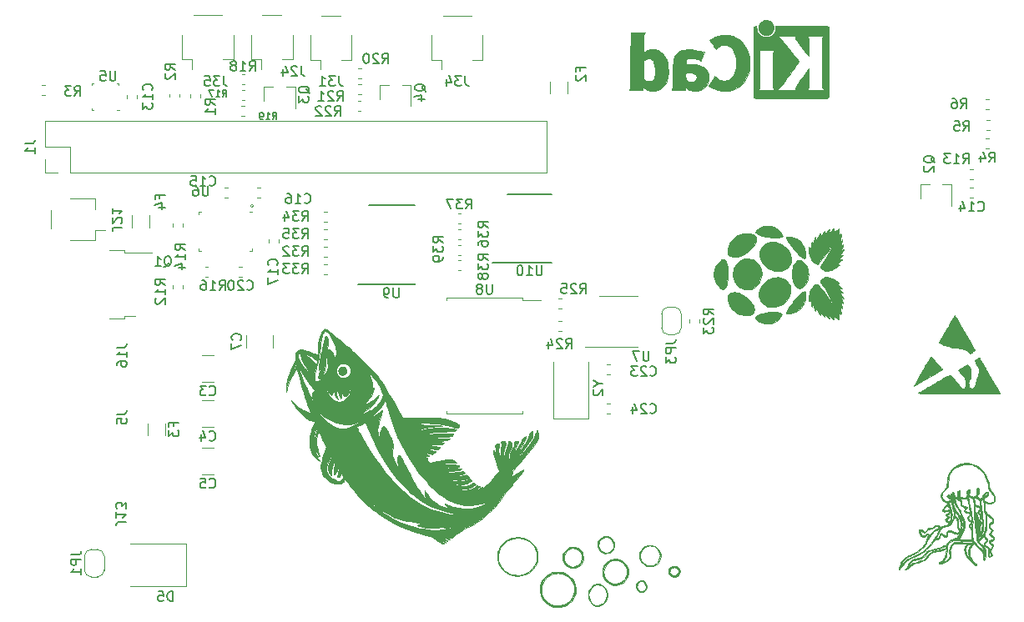
<source format=gbr>
G04 #@! TF.GenerationSoftware,KiCad,Pcbnew,(5.1.4)-1*
G04 #@! TF.CreationDate,2021-01-17T20:08:52-03:30*
G04 #@! TF.ProjectId,AUV_Pi_Expansion,4155565f-5069-45f4-9578-70616e73696f,V1.0*
G04 #@! TF.SameCoordinates,Original*
G04 #@! TF.FileFunction,Legend,Bot*
G04 #@! TF.FilePolarity,Positive*
%FSLAX46Y46*%
G04 Gerber Fmt 4.6, Leading zero omitted, Abs format (unit mm)*
G04 Created by KiCad (PCBNEW (5.1.4)-1) date 2021-01-17 20:08:52*
%MOMM*%
%LPD*%
G04 APERTURE LIST*
%ADD10C,0.120000*%
%ADD11C,0.010000*%
%ADD12C,0.150000*%
%ADD13C,0.100000*%
G04 APERTURE END LIST*
D10*
X56000000Y-141700000D02*
G75*
G03X56700000Y-142400000I700000J0D01*
G01*
X57300000Y-142400000D02*
G75*
G03X58000000Y-141700000I0J700000D01*
G01*
X58000000Y-140300000D02*
G75*
G03X57300000Y-139600000I-700000J0D01*
G01*
X56700000Y-139600000D02*
G75*
G03X56000000Y-140300000I0J-700000D01*
G01*
X57300000Y-139600000D02*
X56700000Y-139600000D01*
X58000000Y-141700000D02*
X58000000Y-140300000D01*
X56700000Y-142400000D02*
X57300000Y-142400000D01*
X56000000Y-140300000D02*
X56000000Y-141700000D01*
D11*
G36*
X146747251Y-120166036D02*
G01*
X146703456Y-120182972D01*
X146636707Y-120216601D01*
X146540863Y-120269334D01*
X146533401Y-120273525D01*
X146445129Y-120324001D01*
X146370637Y-120368223D01*
X146317240Y-120401731D01*
X146292254Y-120420064D01*
X146291555Y-120420962D01*
X146297591Y-120446414D01*
X146325277Y-120503255D01*
X146372812Y-120588389D01*
X146438389Y-120698717D01*
X146520203Y-120831144D01*
X146616452Y-120982571D01*
X146640406Y-121019707D01*
X146702817Y-121122757D01*
X146748263Y-121211432D01*
X146772754Y-121277714D01*
X146775267Y-121290807D01*
X146774152Y-121348443D01*
X146761657Y-121439865D01*
X146739340Y-121559208D01*
X146708760Y-121700609D01*
X146671472Y-121858203D01*
X146629035Y-122026126D01*
X146583006Y-122198514D01*
X146534943Y-122369501D01*
X146486403Y-122533224D01*
X146438943Y-122683818D01*
X146394122Y-122815420D01*
X146353497Y-122922163D01*
X146325177Y-122985494D01*
X146291817Y-123052957D01*
X146260318Y-123117511D01*
X146258613Y-123121045D01*
X146206502Y-123186250D01*
X146130446Y-123230156D01*
X146041908Y-123251197D01*
X145952352Y-123247807D01*
X145873242Y-123218423D01*
X145828736Y-123179736D01*
X145764644Y-123073636D01*
X145717678Y-122941405D01*
X145691910Y-122796527D01*
X145688259Y-122714394D01*
X145702961Y-122561105D01*
X145746110Y-122434166D01*
X145820028Y-122327418D01*
X145843079Y-122303657D01*
X145911675Y-122237009D01*
X145916386Y-121765916D01*
X145921097Y-121294822D01*
X145801054Y-121113106D01*
X145744723Y-121030856D01*
X145690472Y-120956865D01*
X145646041Y-120901448D01*
X145626944Y-120881056D01*
X145572876Y-120830723D01*
X145499650Y-120870158D01*
X145453367Y-120898415D01*
X145428043Y-120920354D01*
X145426424Y-120924299D01*
X145409116Y-120941023D01*
X145379503Y-120953476D01*
X145350886Y-120964700D01*
X145307066Y-120986024D01*
X145244282Y-121019529D01*
X145158772Y-121067296D01*
X145046774Y-121131407D01*
X144904527Y-121213944D01*
X144827227Y-121259065D01*
X144736298Y-121313111D01*
X144676661Y-121351604D01*
X144643039Y-121379044D01*
X144630156Y-121399934D01*
X144632735Y-121418775D01*
X144634885Y-121423152D01*
X144655803Y-121450714D01*
X144700560Y-121502416D01*
X144763943Y-121572475D01*
X144840738Y-121655107D01*
X144907156Y-121725156D01*
X145060210Y-121891414D01*
X145179944Y-122035519D01*
X145267427Y-122158921D01*
X145323726Y-122263068D01*
X145342716Y-122315954D01*
X145350560Y-122362250D01*
X145358662Y-122441221D01*
X145366309Y-122543846D01*
X145372788Y-122661103D01*
X145375837Y-122735248D01*
X145380092Y-122863427D01*
X145381964Y-122957138D01*
X145380901Y-123023583D01*
X145376354Y-123069961D01*
X145367773Y-123103474D01*
X145354606Y-123131321D01*
X145344265Y-123148324D01*
X145284544Y-123213862D01*
X145207589Y-123259532D01*
X145126620Y-123279450D01*
X145065942Y-123272244D01*
X145011001Y-123241066D01*
X144942133Y-123185230D01*
X144868995Y-123114474D01*
X144801248Y-123038537D01*
X144748550Y-122967159D01*
X144729147Y-122932668D01*
X144700081Y-122885441D01*
X144647217Y-122813506D01*
X144575384Y-122722485D01*
X144489412Y-122618000D01*
X144394132Y-122505675D01*
X144294373Y-122391130D01*
X144194966Y-122279990D01*
X144100741Y-122177875D01*
X144016527Y-122090408D01*
X143950409Y-122026198D01*
X143877001Y-121962057D01*
X143815247Y-121914763D01*
X143771934Y-121889235D01*
X143757555Y-121886429D01*
X143735521Y-121897752D01*
X143680562Y-121928144D01*
X143595848Y-121975780D01*
X143484552Y-122038835D01*
X143349844Y-122115485D01*
X143194897Y-122203905D01*
X143022881Y-122302270D01*
X142836968Y-122408756D01*
X142640330Y-122521537D01*
X142436137Y-122638789D01*
X142227561Y-122758687D01*
X142017775Y-122879407D01*
X141809948Y-122999123D01*
X141607253Y-123116011D01*
X141412860Y-123228246D01*
X141229942Y-123334004D01*
X141061670Y-123431460D01*
X140911215Y-123518788D01*
X140781749Y-123594165D01*
X140676443Y-123655765D01*
X140598468Y-123701764D01*
X140550996Y-123730337D01*
X140537237Y-123739304D01*
X140555769Y-123741076D01*
X140614067Y-123742799D01*
X140710191Y-123744464D01*
X140842201Y-123746063D01*
X141008154Y-123747587D01*
X141206111Y-123749029D01*
X141434130Y-123750380D01*
X141690271Y-123751632D01*
X141972592Y-123752776D01*
X142279153Y-123753804D01*
X142608013Y-123754708D01*
X142957231Y-123755479D01*
X143324865Y-123756109D01*
X143708976Y-123756590D01*
X144107623Y-123756914D01*
X144518863Y-123757072D01*
X144691420Y-123757087D01*
X148865414Y-123757087D01*
X148567732Y-123240954D01*
X148504714Y-123131665D01*
X148423594Y-122990940D01*
X148327084Y-122823486D01*
X148217897Y-122634012D01*
X148098745Y-122427223D01*
X147972340Y-122207828D01*
X147841395Y-121980533D01*
X147708621Y-121750046D01*
X147576731Y-121521073D01*
X147543376Y-121463163D01*
X147421753Y-121252232D01*
X147305772Y-121051535D01*
X147197175Y-120864059D01*
X147097706Y-120692792D01*
X147009108Y-120540723D01*
X146933122Y-120410838D01*
X146871493Y-120306125D01*
X146825963Y-120229573D01*
X146798275Y-120184169D01*
X146790528Y-120172609D01*
X146774228Y-120163385D01*
X146747251Y-120166036D01*
X146747251Y-120166036D01*
G37*
X146747251Y-120166036D02*
X146703456Y-120182972D01*
X146636707Y-120216601D01*
X146540863Y-120269334D01*
X146533401Y-120273525D01*
X146445129Y-120324001D01*
X146370637Y-120368223D01*
X146317240Y-120401731D01*
X146292254Y-120420064D01*
X146291555Y-120420962D01*
X146297591Y-120446414D01*
X146325277Y-120503255D01*
X146372812Y-120588389D01*
X146438389Y-120698717D01*
X146520203Y-120831144D01*
X146616452Y-120982571D01*
X146640406Y-121019707D01*
X146702817Y-121122757D01*
X146748263Y-121211432D01*
X146772754Y-121277714D01*
X146775267Y-121290807D01*
X146774152Y-121348443D01*
X146761657Y-121439865D01*
X146739340Y-121559208D01*
X146708760Y-121700609D01*
X146671472Y-121858203D01*
X146629035Y-122026126D01*
X146583006Y-122198514D01*
X146534943Y-122369501D01*
X146486403Y-122533224D01*
X146438943Y-122683818D01*
X146394122Y-122815420D01*
X146353497Y-122922163D01*
X146325177Y-122985494D01*
X146291817Y-123052957D01*
X146260318Y-123117511D01*
X146258613Y-123121045D01*
X146206502Y-123186250D01*
X146130446Y-123230156D01*
X146041908Y-123251197D01*
X145952352Y-123247807D01*
X145873242Y-123218423D01*
X145828736Y-123179736D01*
X145764644Y-123073636D01*
X145717678Y-122941405D01*
X145691910Y-122796527D01*
X145688259Y-122714394D01*
X145702961Y-122561105D01*
X145746110Y-122434166D01*
X145820028Y-122327418D01*
X145843079Y-122303657D01*
X145911675Y-122237009D01*
X145916386Y-121765916D01*
X145921097Y-121294822D01*
X145801054Y-121113106D01*
X145744723Y-121030856D01*
X145690472Y-120956865D01*
X145646041Y-120901448D01*
X145626944Y-120881056D01*
X145572876Y-120830723D01*
X145499650Y-120870158D01*
X145453367Y-120898415D01*
X145428043Y-120920354D01*
X145426424Y-120924299D01*
X145409116Y-120941023D01*
X145379503Y-120953476D01*
X145350886Y-120964700D01*
X145307066Y-120986024D01*
X145244282Y-121019529D01*
X145158772Y-121067296D01*
X145046774Y-121131407D01*
X144904527Y-121213944D01*
X144827227Y-121259065D01*
X144736298Y-121313111D01*
X144676661Y-121351604D01*
X144643039Y-121379044D01*
X144630156Y-121399934D01*
X144632735Y-121418775D01*
X144634885Y-121423152D01*
X144655803Y-121450714D01*
X144700560Y-121502416D01*
X144763943Y-121572475D01*
X144840738Y-121655107D01*
X144907156Y-121725156D01*
X145060210Y-121891414D01*
X145179944Y-122035519D01*
X145267427Y-122158921D01*
X145323726Y-122263068D01*
X145342716Y-122315954D01*
X145350560Y-122362250D01*
X145358662Y-122441221D01*
X145366309Y-122543846D01*
X145372788Y-122661103D01*
X145375837Y-122735248D01*
X145380092Y-122863427D01*
X145381964Y-122957138D01*
X145380901Y-123023583D01*
X145376354Y-123069961D01*
X145367773Y-123103474D01*
X145354606Y-123131321D01*
X145344265Y-123148324D01*
X145284544Y-123213862D01*
X145207589Y-123259532D01*
X145126620Y-123279450D01*
X145065942Y-123272244D01*
X145011001Y-123241066D01*
X144942133Y-123185230D01*
X144868995Y-123114474D01*
X144801248Y-123038537D01*
X144748550Y-122967159D01*
X144729147Y-122932668D01*
X144700081Y-122885441D01*
X144647217Y-122813506D01*
X144575384Y-122722485D01*
X144489412Y-122618000D01*
X144394132Y-122505675D01*
X144294373Y-122391130D01*
X144194966Y-122279990D01*
X144100741Y-122177875D01*
X144016527Y-122090408D01*
X143950409Y-122026198D01*
X143877001Y-121962057D01*
X143815247Y-121914763D01*
X143771934Y-121889235D01*
X143757555Y-121886429D01*
X143735521Y-121897752D01*
X143680562Y-121928144D01*
X143595848Y-121975780D01*
X143484552Y-122038835D01*
X143349844Y-122115485D01*
X143194897Y-122203905D01*
X143022881Y-122302270D01*
X142836968Y-122408756D01*
X142640330Y-122521537D01*
X142436137Y-122638789D01*
X142227561Y-122758687D01*
X142017775Y-122879407D01*
X141809948Y-122999123D01*
X141607253Y-123116011D01*
X141412860Y-123228246D01*
X141229942Y-123334004D01*
X141061670Y-123431460D01*
X140911215Y-123518788D01*
X140781749Y-123594165D01*
X140676443Y-123655765D01*
X140598468Y-123701764D01*
X140550996Y-123730337D01*
X140537237Y-123739304D01*
X140555769Y-123741076D01*
X140614067Y-123742799D01*
X140710191Y-123744464D01*
X140842201Y-123746063D01*
X141008154Y-123747587D01*
X141206111Y-123749029D01*
X141434130Y-123750380D01*
X141690271Y-123751632D01*
X141972592Y-123752776D01*
X142279153Y-123753804D01*
X142608013Y-123754708D01*
X142957231Y-123755479D01*
X143324865Y-123756109D01*
X143708976Y-123756590D01*
X144107623Y-123756914D01*
X144518863Y-123757072D01*
X144691420Y-123757087D01*
X148865414Y-123757087D01*
X148567732Y-123240954D01*
X148504714Y-123131665D01*
X148423594Y-122990940D01*
X148327084Y-122823486D01*
X148217897Y-122634012D01*
X148098745Y-122427223D01*
X147972340Y-122207828D01*
X147841395Y-121980533D01*
X147708621Y-121750046D01*
X147576731Y-121521073D01*
X147543376Y-121463163D01*
X147421753Y-121252232D01*
X147305772Y-121051535D01*
X147197175Y-120864059D01*
X147097706Y-120692792D01*
X147009108Y-120540723D01*
X146933122Y-120410838D01*
X146871493Y-120306125D01*
X146825963Y-120229573D01*
X146798275Y-120184169D01*
X146790528Y-120172609D01*
X146774228Y-120163385D01*
X146747251Y-120166036D01*
G36*
X141811854Y-120089908D02*
G01*
X141796531Y-120115590D01*
X141762089Y-120174469D01*
X141710231Y-120263602D01*
X141642660Y-120380049D01*
X141561079Y-120520867D01*
X141467191Y-120683114D01*
X141362701Y-120863849D01*
X141249310Y-121060130D01*
X141128722Y-121269016D01*
X141004687Y-121484017D01*
X140878013Y-121703649D01*
X140756392Y-121914495D01*
X140641588Y-122113499D01*
X140535362Y-122297607D01*
X140439477Y-122463765D01*
X140355698Y-122608917D01*
X140285786Y-122730009D01*
X140231504Y-122823988D01*
X140194615Y-122887797D01*
X140177269Y-122917719D01*
X140148993Y-122968271D01*
X140133618Y-122999914D01*
X140132776Y-123005420D01*
X140151512Y-122995082D01*
X140203614Y-122965407D01*
X140286360Y-122917968D01*
X140397025Y-122854333D01*
X140532886Y-122776074D01*
X140691219Y-122684759D01*
X140869302Y-122581960D01*
X141064410Y-122469247D01*
X141273820Y-122348189D01*
X141494809Y-122220357D01*
X141578887Y-122171702D01*
X141803830Y-122041567D01*
X142018476Y-121917497D01*
X142220068Y-121801077D01*
X142405852Y-121693893D01*
X142573072Y-121597531D01*
X142718973Y-121513578D01*
X142840799Y-121443620D01*
X142935796Y-121389243D01*
X143001208Y-121352034D01*
X143034280Y-121333578D01*
X143037738Y-121331830D01*
X143027661Y-121316005D01*
X142992593Y-121273692D01*
X142936115Y-121208790D01*
X142861807Y-121125196D01*
X142773248Y-121026809D01*
X142674020Y-120917525D01*
X142567702Y-120801244D01*
X142457875Y-120681862D01*
X142348118Y-120563277D01*
X142242012Y-120449388D01*
X142143138Y-120344092D01*
X142055074Y-120251287D01*
X141981401Y-120174870D01*
X141925700Y-120118740D01*
X141906597Y-120100335D01*
X141843292Y-120040872D01*
X141811854Y-120089908D01*
X141811854Y-120089908D01*
G37*
X141811854Y-120089908D02*
X141796531Y-120115590D01*
X141762089Y-120174469D01*
X141710231Y-120263602D01*
X141642660Y-120380049D01*
X141561079Y-120520867D01*
X141467191Y-120683114D01*
X141362701Y-120863849D01*
X141249310Y-121060130D01*
X141128722Y-121269016D01*
X141004687Y-121484017D01*
X140878013Y-121703649D01*
X140756392Y-121914495D01*
X140641588Y-122113499D01*
X140535362Y-122297607D01*
X140439477Y-122463765D01*
X140355698Y-122608917D01*
X140285786Y-122730009D01*
X140231504Y-122823988D01*
X140194615Y-122887797D01*
X140177269Y-122917719D01*
X140148993Y-122968271D01*
X140133618Y-122999914D01*
X140132776Y-123005420D01*
X140151512Y-122995082D01*
X140203614Y-122965407D01*
X140286360Y-122917968D01*
X140397025Y-122854333D01*
X140532886Y-122776074D01*
X140691219Y-122684759D01*
X140869302Y-122581960D01*
X141064410Y-122469247D01*
X141273820Y-122348189D01*
X141494809Y-122220357D01*
X141578887Y-122171702D01*
X141803830Y-122041567D01*
X142018476Y-121917497D01*
X142220068Y-121801077D01*
X142405852Y-121693893D01*
X142573072Y-121597531D01*
X142718973Y-121513578D01*
X142840799Y-121443620D01*
X142935796Y-121389243D01*
X143001208Y-121352034D01*
X143034280Y-121333578D01*
X143037738Y-121331830D01*
X143027661Y-121316005D01*
X142992593Y-121273692D01*
X142936115Y-121208790D01*
X142861807Y-121125196D01*
X142773248Y-121026809D01*
X142674020Y-120917525D01*
X142567702Y-120801244D01*
X142457875Y-120681862D01*
X142348118Y-120563277D01*
X142242012Y-120449388D01*
X142143138Y-120344092D01*
X142055074Y-120251287D01*
X141981401Y-120174870D01*
X141925700Y-120118740D01*
X141906597Y-120100335D01*
X141843292Y-120040872D01*
X141811854Y-120089908D01*
G36*
X144267122Y-115850166D02*
G01*
X144236124Y-115900538D01*
X144188366Y-115980341D01*
X144125806Y-116086180D01*
X144050403Y-116214659D01*
X143964115Y-116362384D01*
X143868899Y-116525958D01*
X143766715Y-116701987D01*
X143659519Y-116887075D01*
X143549271Y-117077827D01*
X143437929Y-117270847D01*
X143327450Y-117462741D01*
X143219793Y-117650111D01*
X143116916Y-117829565D01*
X143020777Y-117997705D01*
X142933335Y-118151137D01*
X142856547Y-118286465D01*
X142792372Y-118400294D01*
X142742767Y-118489229D01*
X142709691Y-118549874D01*
X142695103Y-118578833D01*
X142694569Y-118580644D01*
X142712679Y-118605217D01*
X142763020Y-118642807D01*
X142839605Y-118689722D01*
X142936448Y-118742274D01*
X143037833Y-118792213D01*
X143175785Y-118852769D01*
X143320858Y-118907179D01*
X143478050Y-118956651D01*
X143652357Y-119002395D01*
X143848778Y-119045620D01*
X144072311Y-119087534D01*
X144327952Y-119129347D01*
X144592394Y-119168284D01*
X144822148Y-119202828D01*
X145015083Y-119237026D01*
X145176036Y-119272577D01*
X145309845Y-119311182D01*
X145421350Y-119354539D01*
X145515386Y-119404348D01*
X145596794Y-119462309D01*
X145670410Y-119530120D01*
X145694149Y-119555312D01*
X145745603Y-119613958D01*
X145783666Y-119661815D01*
X145801323Y-119689958D01*
X145801794Y-119692265D01*
X145807972Y-119706416D01*
X145829410Y-119706575D01*
X145870467Y-119690861D01*
X145935499Y-119657391D01*
X146028863Y-119604281D01*
X146093748Y-119566088D01*
X146190499Y-119506385D01*
X146265688Y-119455263D01*
X146314261Y-119416399D01*
X146331165Y-119393472D01*
X146331155Y-119393305D01*
X146320672Y-119371456D01*
X146291069Y-119316739D01*
X146244062Y-119232136D01*
X146181371Y-119120629D01*
X146104714Y-118985201D01*
X146015809Y-118828833D01*
X145916374Y-118654507D01*
X145808128Y-118465206D01*
X145692789Y-118263911D01*
X145572076Y-118053605D01*
X145447706Y-117837271D01*
X145321399Y-117617889D01*
X145194873Y-117398442D01*
X145069845Y-117181912D01*
X144948035Y-116971281D01*
X144831161Y-116769532D01*
X144720940Y-116579647D01*
X144619092Y-116404606D01*
X144527335Y-116247394D01*
X144447387Y-116110991D01*
X144380966Y-115998380D01*
X144329791Y-115912543D01*
X144295580Y-115856462D01*
X144280052Y-115833119D01*
X144279402Y-115832621D01*
X144267122Y-115850166D01*
X144267122Y-115850166D01*
G37*
X144267122Y-115850166D02*
X144236124Y-115900538D01*
X144188366Y-115980341D01*
X144125806Y-116086180D01*
X144050403Y-116214659D01*
X143964115Y-116362384D01*
X143868899Y-116525958D01*
X143766715Y-116701987D01*
X143659519Y-116887075D01*
X143549271Y-117077827D01*
X143437929Y-117270847D01*
X143327450Y-117462741D01*
X143219793Y-117650111D01*
X143116916Y-117829565D01*
X143020777Y-117997705D01*
X142933335Y-118151137D01*
X142856547Y-118286465D01*
X142792372Y-118400294D01*
X142742767Y-118489229D01*
X142709691Y-118549874D01*
X142695103Y-118578833D01*
X142694569Y-118580644D01*
X142712679Y-118605217D01*
X142763020Y-118642807D01*
X142839605Y-118689722D01*
X142936448Y-118742274D01*
X143037833Y-118792213D01*
X143175785Y-118852769D01*
X143320858Y-118907179D01*
X143478050Y-118956651D01*
X143652357Y-119002395D01*
X143848778Y-119045620D01*
X144072311Y-119087534D01*
X144327952Y-119129347D01*
X144592394Y-119168284D01*
X144822148Y-119202828D01*
X145015083Y-119237026D01*
X145176036Y-119272577D01*
X145309845Y-119311182D01*
X145421350Y-119354539D01*
X145515386Y-119404348D01*
X145596794Y-119462309D01*
X145670410Y-119530120D01*
X145694149Y-119555312D01*
X145745603Y-119613958D01*
X145783666Y-119661815D01*
X145801323Y-119689958D01*
X145801794Y-119692265D01*
X145807972Y-119706416D01*
X145829410Y-119706575D01*
X145870467Y-119690861D01*
X145935499Y-119657391D01*
X146028863Y-119604281D01*
X146093748Y-119566088D01*
X146190499Y-119506385D01*
X146265688Y-119455263D01*
X146314261Y-119416399D01*
X146331165Y-119393472D01*
X146331155Y-119393305D01*
X146320672Y-119371456D01*
X146291069Y-119316739D01*
X146244062Y-119232136D01*
X146181371Y-119120629D01*
X146104714Y-118985201D01*
X146015809Y-118828833D01*
X145916374Y-118654507D01*
X145808128Y-118465206D01*
X145692789Y-118263911D01*
X145572076Y-118053605D01*
X145447706Y-117837271D01*
X145321399Y-117617889D01*
X145194873Y-117398442D01*
X145069845Y-117181912D01*
X144948035Y-116971281D01*
X144831161Y-116769532D01*
X144720940Y-116579647D01*
X144619092Y-116404606D01*
X144527335Y-116247394D01*
X144447387Y-116110991D01*
X144380966Y-115998380D01*
X144329791Y-115912543D01*
X144295580Y-115856462D01*
X144280052Y-115833119D01*
X144279402Y-115832621D01*
X144267122Y-115850166D01*
G36*
X129244089Y-86463660D02*
G01*
X128894540Y-86463707D01*
X128731830Y-86463714D01*
X126127429Y-86463715D01*
X126127429Y-86617238D01*
X126111043Y-86804063D01*
X126061588Y-86976367D01*
X125978620Y-87135175D01*
X125861695Y-87281510D01*
X125822136Y-87321032D01*
X125679830Y-87433138D01*
X125522922Y-87514899D01*
X125356072Y-87566353D01*
X125183939Y-87587537D01*
X125011185Y-87578487D01*
X124842470Y-87539242D01*
X124682454Y-87469838D01*
X124535798Y-87370311D01*
X124469932Y-87310265D01*
X124347192Y-87163043D01*
X124257188Y-87001147D01*
X124200706Y-86826427D01*
X124178529Y-86640735D01*
X124178234Y-86622467D01*
X124177072Y-86463720D01*
X124107300Y-86463717D01*
X124045405Y-86472118D01*
X123988865Y-86492556D01*
X123985128Y-86494667D01*
X123972358Y-86501293D01*
X123960632Y-86506454D01*
X123949906Y-86511651D01*
X123940139Y-86518390D01*
X123931288Y-86528171D01*
X123923311Y-86542500D01*
X123916165Y-86562878D01*
X123909808Y-86590808D01*
X123904198Y-86627795D01*
X123899293Y-86675340D01*
X123895049Y-86734947D01*
X123891424Y-86808119D01*
X123888377Y-86896359D01*
X123885864Y-87001170D01*
X123883844Y-87124055D01*
X123882274Y-87266517D01*
X123881112Y-87430060D01*
X123880314Y-87616186D01*
X123879840Y-87826398D01*
X123879646Y-88062200D01*
X123879690Y-88325094D01*
X123879930Y-88616584D01*
X123880323Y-88938172D01*
X123880827Y-89291362D01*
X123881400Y-89677657D01*
X123881999Y-90098560D01*
X123882068Y-90149840D01*
X123882605Y-90573426D01*
X123883061Y-90962230D01*
X123883484Y-91317753D01*
X123883921Y-91641498D01*
X123884422Y-91934966D01*
X123885035Y-92199661D01*
X123885808Y-92437085D01*
X123886789Y-92648740D01*
X123888026Y-92836129D01*
X123889568Y-93000754D01*
X123891463Y-93144117D01*
X123893759Y-93267720D01*
X123896504Y-93373067D01*
X123899747Y-93461659D01*
X123903536Y-93535000D01*
X123907919Y-93594590D01*
X123912945Y-93641933D01*
X123918661Y-93678531D01*
X123925116Y-93705886D01*
X123932359Y-93725502D01*
X123940437Y-93738879D01*
X123949398Y-93747521D01*
X123959292Y-93752930D01*
X123970165Y-93756608D01*
X123982067Y-93760058D01*
X123995046Y-93764782D01*
X123998217Y-93766220D01*
X124008181Y-93769451D01*
X124024859Y-93772420D01*
X124049707Y-93775137D01*
X124084180Y-93777613D01*
X124129736Y-93779858D01*
X124187830Y-93781883D01*
X124259919Y-93783698D01*
X124347458Y-93785315D01*
X124451905Y-93786743D01*
X124574715Y-93787993D01*
X124717345Y-93789076D01*
X124881251Y-93790002D01*
X125067890Y-93790782D01*
X125278716Y-93791426D01*
X125515188Y-93791946D01*
X125778761Y-93792351D01*
X126070890Y-93792652D01*
X126393034Y-93792860D01*
X126746647Y-93792985D01*
X127133186Y-93793038D01*
X127554108Y-93793029D01*
X127690456Y-93793016D01*
X128120716Y-93792947D01*
X128516164Y-93792834D01*
X128878273Y-93792665D01*
X129208517Y-93792430D01*
X129508371Y-93792116D01*
X129779308Y-93791713D01*
X130022800Y-93791207D01*
X130240323Y-93790589D01*
X130433350Y-93789846D01*
X130603354Y-93788968D01*
X130751810Y-93787941D01*
X130880190Y-93786756D01*
X130989969Y-93785400D01*
X131082620Y-93783862D01*
X131159617Y-93782130D01*
X131222434Y-93780194D01*
X131272544Y-93778040D01*
X131311421Y-93775659D01*
X131340538Y-93773037D01*
X131361371Y-93770165D01*
X131375391Y-93767030D01*
X131383034Y-93764159D01*
X131396618Y-93758430D01*
X131409090Y-93754206D01*
X131420498Y-93749985D01*
X131430889Y-93744268D01*
X131440309Y-93735555D01*
X131448808Y-93722345D01*
X131456430Y-93703137D01*
X131463225Y-93676433D01*
X131469238Y-93640730D01*
X131474517Y-93594530D01*
X131479110Y-93536332D01*
X131483064Y-93464635D01*
X131486425Y-93377940D01*
X131489241Y-93274746D01*
X131491560Y-93153553D01*
X131493428Y-93012860D01*
X131493916Y-92958857D01*
X131009704Y-92958857D01*
X129298256Y-92958857D01*
X129331187Y-92908964D01*
X129363947Y-92857693D01*
X129391689Y-92808869D01*
X129414807Y-92759076D01*
X129433697Y-92704898D01*
X129448751Y-92642916D01*
X129460367Y-92569715D01*
X129468936Y-92481878D01*
X129474856Y-92375988D01*
X129478519Y-92248628D01*
X129480321Y-92096381D01*
X129480656Y-91915832D01*
X129479919Y-91703562D01*
X129479501Y-91624755D01*
X129474786Y-90779911D01*
X128939572Y-91508557D01*
X128787946Y-91715265D01*
X128656581Y-91895260D01*
X128544057Y-92050925D01*
X128448957Y-92184647D01*
X128369862Y-92298809D01*
X128305353Y-92395797D01*
X128254012Y-92477994D01*
X128214420Y-92547786D01*
X128185160Y-92607558D01*
X128164812Y-92659693D01*
X128151958Y-92706576D01*
X128145181Y-92750593D01*
X128143060Y-92794127D01*
X128144179Y-92839564D01*
X128144464Y-92845275D01*
X128150357Y-92958933D01*
X126274771Y-92958857D01*
X126414278Y-92818189D01*
X126452135Y-92779715D01*
X126488047Y-92742279D01*
X126523593Y-92703814D01*
X126560347Y-92662258D01*
X126599886Y-92615545D01*
X126643786Y-92561610D01*
X126693623Y-92498390D01*
X126750972Y-92423818D01*
X126817411Y-92335832D01*
X126894515Y-92232365D01*
X126983861Y-92111354D01*
X127087024Y-91970734D01*
X127205580Y-91808440D01*
X127341105Y-91622407D01*
X127495177Y-91410571D01*
X127621462Y-91236804D01*
X127779954Y-91018501D01*
X127918216Y-90827629D01*
X128037499Y-90662374D01*
X128139057Y-90520926D01*
X128224141Y-90401471D01*
X128294005Y-90302198D01*
X128349900Y-90221295D01*
X128393080Y-90156949D01*
X128424797Y-90107347D01*
X128446302Y-90070679D01*
X128458850Y-90045132D01*
X128463692Y-90028893D01*
X128462237Y-90020355D01*
X128444599Y-89997635D01*
X128406466Y-89949543D01*
X128350138Y-89878938D01*
X128277916Y-89788678D01*
X128192101Y-89681621D01*
X128094994Y-89560627D01*
X127988896Y-89428554D01*
X127876109Y-89288260D01*
X127758932Y-89142603D01*
X127639667Y-88994444D01*
X127574067Y-88913000D01*
X125945314Y-88913000D01*
X125877621Y-89035465D01*
X125809929Y-89157929D01*
X125809929Y-92713929D01*
X125877621Y-92836393D01*
X125945314Y-92958857D01*
X125144559Y-92958857D01*
X124953398Y-92958802D01*
X124795501Y-92958551D01*
X124667848Y-92957979D01*
X124567419Y-92956959D01*
X124491193Y-92955365D01*
X124436148Y-92953070D01*
X124399264Y-92949950D01*
X124377521Y-92945877D01*
X124367898Y-92940725D01*
X124367373Y-92934367D01*
X124372926Y-92926679D01*
X124372984Y-92926615D01*
X124395860Y-92893524D01*
X124426151Y-92839719D01*
X124452903Y-92786008D01*
X124503643Y-92677643D01*
X124508818Y-90795322D01*
X124513993Y-88913000D01*
X125945314Y-88913000D01*
X127574067Y-88913000D01*
X127520615Y-88846639D01*
X127404077Y-88702047D01*
X127292354Y-88563528D01*
X127187746Y-88433939D01*
X127092556Y-88316140D01*
X127009083Y-88212988D01*
X126939629Y-88127343D01*
X126886494Y-88062062D01*
X126855285Y-88024000D01*
X126734097Y-87881670D01*
X126617507Y-87753230D01*
X126509603Y-87642886D01*
X126414470Y-87554841D01*
X126346957Y-87500862D01*
X126267127Y-87443429D01*
X128103108Y-87443429D01*
X128102592Y-87551165D01*
X128107724Y-87630372D01*
X128127015Y-87703805D01*
X128156877Y-87773415D01*
X128176288Y-87812741D01*
X128197159Y-87851707D01*
X128221396Y-87892901D01*
X128250906Y-87938908D01*
X128287594Y-87992317D01*
X128333368Y-88055714D01*
X128390135Y-88131685D01*
X128459800Y-88222817D01*
X128544270Y-88331698D01*
X128645453Y-88460914D01*
X128765253Y-88613052D01*
X128905579Y-88790698D01*
X128921429Y-88810742D01*
X129474786Y-89510508D01*
X129480143Y-88735504D01*
X129481221Y-88503368D01*
X129480992Y-88306846D01*
X129479443Y-88145292D01*
X129476563Y-88018056D01*
X129472341Y-87924492D01*
X129466766Y-87863952D01*
X129464893Y-87852468D01*
X129435495Y-87731499D01*
X129396978Y-87622446D01*
X129353026Y-87534763D01*
X129326621Y-87497574D01*
X129281060Y-87443429D01*
X130145530Y-87443429D01*
X130351745Y-87443605D01*
X130524188Y-87444179D01*
X130665373Y-87445217D01*
X130777812Y-87446787D01*
X130864017Y-87448954D01*
X130926502Y-87451788D01*
X130967779Y-87455353D01*
X130990360Y-87459718D01*
X130996759Y-87464949D01*
X130996317Y-87466107D01*
X130977991Y-87493769D01*
X130947396Y-87537615D01*
X130931567Y-87559791D01*
X130915202Y-87581920D01*
X130900492Y-87601709D01*
X130887344Y-87621106D01*
X130875667Y-87642058D01*
X130865368Y-87666512D01*
X130856354Y-87696416D01*
X130848532Y-87733717D01*
X130841809Y-87780363D01*
X130836094Y-87838301D01*
X130831293Y-87909479D01*
X130827315Y-87995844D01*
X130824065Y-88099344D01*
X130821452Y-88221925D01*
X130819383Y-88365537D01*
X130817766Y-88532125D01*
X130816507Y-88723637D01*
X130815515Y-88942022D01*
X130814696Y-89189226D01*
X130813958Y-89467196D01*
X130813209Y-89777881D01*
X130812508Y-90063300D01*
X130811847Y-90381492D01*
X130811503Y-90685077D01*
X130811468Y-90972115D01*
X130811732Y-91240669D01*
X130812285Y-91488798D01*
X130813120Y-91714563D01*
X130814227Y-91916026D01*
X130815596Y-92091246D01*
X130817219Y-92238286D01*
X130819087Y-92355206D01*
X130821189Y-92440067D01*
X130823518Y-92490929D01*
X130823959Y-92496304D01*
X130840008Y-92619613D01*
X130865064Y-92718644D01*
X130903221Y-92805070D01*
X130958572Y-92890565D01*
X130965496Y-92899893D01*
X131009704Y-92958857D01*
X131493916Y-92958857D01*
X131494892Y-92851168D01*
X131496001Y-92666976D01*
X131496801Y-92458784D01*
X131497339Y-92225091D01*
X131497662Y-91964398D01*
X131497817Y-91675204D01*
X131497854Y-91356009D01*
X131497817Y-91005313D01*
X131497755Y-90621614D01*
X131497715Y-90203414D01*
X131497714Y-90120393D01*
X131497691Y-89697789D01*
X131497612Y-89309981D01*
X131497467Y-88955480D01*
X131497244Y-88632797D01*
X131496931Y-88340442D01*
X131496517Y-88076927D01*
X131495991Y-87840762D01*
X131495340Y-87630458D01*
X131494553Y-87444526D01*
X131493619Y-87281475D01*
X131492526Y-87139818D01*
X131491263Y-87018064D01*
X131489817Y-86914725D01*
X131488179Y-86828311D01*
X131486334Y-86757333D01*
X131484274Y-86700301D01*
X131481985Y-86655727D01*
X131479456Y-86622121D01*
X131476676Y-86597993D01*
X131473633Y-86581856D01*
X131470316Y-86572218D01*
X131470193Y-86571978D01*
X131463360Y-86557255D01*
X131457670Y-86543926D01*
X131451374Y-86531922D01*
X131442728Y-86521173D01*
X131429986Y-86511611D01*
X131411400Y-86503167D01*
X131385226Y-86495771D01*
X131349716Y-86489354D01*
X131303125Y-86483848D01*
X131243707Y-86479183D01*
X131169715Y-86475291D01*
X131079403Y-86472102D01*
X130971025Y-86469547D01*
X130842835Y-86467558D01*
X130693087Y-86466065D01*
X130520034Y-86464998D01*
X130321931Y-86464291D01*
X130097031Y-86463872D01*
X129843588Y-86463673D01*
X129559856Y-86463626D01*
X129244089Y-86463660D01*
X129244089Y-86463660D01*
G37*
X129244089Y-86463660D02*
X128894540Y-86463707D01*
X128731830Y-86463714D01*
X126127429Y-86463715D01*
X126127429Y-86617238D01*
X126111043Y-86804063D01*
X126061588Y-86976367D01*
X125978620Y-87135175D01*
X125861695Y-87281510D01*
X125822136Y-87321032D01*
X125679830Y-87433138D01*
X125522922Y-87514899D01*
X125356072Y-87566353D01*
X125183939Y-87587537D01*
X125011185Y-87578487D01*
X124842470Y-87539242D01*
X124682454Y-87469838D01*
X124535798Y-87370311D01*
X124469932Y-87310265D01*
X124347192Y-87163043D01*
X124257188Y-87001147D01*
X124200706Y-86826427D01*
X124178529Y-86640735D01*
X124178234Y-86622467D01*
X124177072Y-86463720D01*
X124107300Y-86463717D01*
X124045405Y-86472118D01*
X123988865Y-86492556D01*
X123985128Y-86494667D01*
X123972358Y-86501293D01*
X123960632Y-86506454D01*
X123949906Y-86511651D01*
X123940139Y-86518390D01*
X123931288Y-86528171D01*
X123923311Y-86542500D01*
X123916165Y-86562878D01*
X123909808Y-86590808D01*
X123904198Y-86627795D01*
X123899293Y-86675340D01*
X123895049Y-86734947D01*
X123891424Y-86808119D01*
X123888377Y-86896359D01*
X123885864Y-87001170D01*
X123883844Y-87124055D01*
X123882274Y-87266517D01*
X123881112Y-87430060D01*
X123880314Y-87616186D01*
X123879840Y-87826398D01*
X123879646Y-88062200D01*
X123879690Y-88325094D01*
X123879930Y-88616584D01*
X123880323Y-88938172D01*
X123880827Y-89291362D01*
X123881400Y-89677657D01*
X123881999Y-90098560D01*
X123882068Y-90149840D01*
X123882605Y-90573426D01*
X123883061Y-90962230D01*
X123883484Y-91317753D01*
X123883921Y-91641498D01*
X123884422Y-91934966D01*
X123885035Y-92199661D01*
X123885808Y-92437085D01*
X123886789Y-92648740D01*
X123888026Y-92836129D01*
X123889568Y-93000754D01*
X123891463Y-93144117D01*
X123893759Y-93267720D01*
X123896504Y-93373067D01*
X123899747Y-93461659D01*
X123903536Y-93535000D01*
X123907919Y-93594590D01*
X123912945Y-93641933D01*
X123918661Y-93678531D01*
X123925116Y-93705886D01*
X123932359Y-93725502D01*
X123940437Y-93738879D01*
X123949398Y-93747521D01*
X123959292Y-93752930D01*
X123970165Y-93756608D01*
X123982067Y-93760058D01*
X123995046Y-93764782D01*
X123998217Y-93766220D01*
X124008181Y-93769451D01*
X124024859Y-93772420D01*
X124049707Y-93775137D01*
X124084180Y-93777613D01*
X124129736Y-93779858D01*
X124187830Y-93781883D01*
X124259919Y-93783698D01*
X124347458Y-93785315D01*
X124451905Y-93786743D01*
X124574715Y-93787993D01*
X124717345Y-93789076D01*
X124881251Y-93790002D01*
X125067890Y-93790782D01*
X125278716Y-93791426D01*
X125515188Y-93791946D01*
X125778761Y-93792351D01*
X126070890Y-93792652D01*
X126393034Y-93792860D01*
X126746647Y-93792985D01*
X127133186Y-93793038D01*
X127554108Y-93793029D01*
X127690456Y-93793016D01*
X128120716Y-93792947D01*
X128516164Y-93792834D01*
X128878273Y-93792665D01*
X129208517Y-93792430D01*
X129508371Y-93792116D01*
X129779308Y-93791713D01*
X130022800Y-93791207D01*
X130240323Y-93790589D01*
X130433350Y-93789846D01*
X130603354Y-93788968D01*
X130751810Y-93787941D01*
X130880190Y-93786756D01*
X130989969Y-93785400D01*
X131082620Y-93783862D01*
X131159617Y-93782130D01*
X131222434Y-93780194D01*
X131272544Y-93778040D01*
X131311421Y-93775659D01*
X131340538Y-93773037D01*
X131361371Y-93770165D01*
X131375391Y-93767030D01*
X131383034Y-93764159D01*
X131396618Y-93758430D01*
X131409090Y-93754206D01*
X131420498Y-93749985D01*
X131430889Y-93744268D01*
X131440309Y-93735555D01*
X131448808Y-93722345D01*
X131456430Y-93703137D01*
X131463225Y-93676433D01*
X131469238Y-93640730D01*
X131474517Y-93594530D01*
X131479110Y-93536332D01*
X131483064Y-93464635D01*
X131486425Y-93377940D01*
X131489241Y-93274746D01*
X131491560Y-93153553D01*
X131493428Y-93012860D01*
X131493916Y-92958857D01*
X131009704Y-92958857D01*
X129298256Y-92958857D01*
X129331187Y-92908964D01*
X129363947Y-92857693D01*
X129391689Y-92808869D01*
X129414807Y-92759076D01*
X129433697Y-92704898D01*
X129448751Y-92642916D01*
X129460367Y-92569715D01*
X129468936Y-92481878D01*
X129474856Y-92375988D01*
X129478519Y-92248628D01*
X129480321Y-92096381D01*
X129480656Y-91915832D01*
X129479919Y-91703562D01*
X129479501Y-91624755D01*
X129474786Y-90779911D01*
X128939572Y-91508557D01*
X128787946Y-91715265D01*
X128656581Y-91895260D01*
X128544057Y-92050925D01*
X128448957Y-92184647D01*
X128369862Y-92298809D01*
X128305353Y-92395797D01*
X128254012Y-92477994D01*
X128214420Y-92547786D01*
X128185160Y-92607558D01*
X128164812Y-92659693D01*
X128151958Y-92706576D01*
X128145181Y-92750593D01*
X128143060Y-92794127D01*
X128144179Y-92839564D01*
X128144464Y-92845275D01*
X128150357Y-92958933D01*
X126274771Y-92958857D01*
X126414278Y-92818189D01*
X126452135Y-92779715D01*
X126488047Y-92742279D01*
X126523593Y-92703814D01*
X126560347Y-92662258D01*
X126599886Y-92615545D01*
X126643786Y-92561610D01*
X126693623Y-92498390D01*
X126750972Y-92423818D01*
X126817411Y-92335832D01*
X126894515Y-92232365D01*
X126983861Y-92111354D01*
X127087024Y-91970734D01*
X127205580Y-91808440D01*
X127341105Y-91622407D01*
X127495177Y-91410571D01*
X127621462Y-91236804D01*
X127779954Y-91018501D01*
X127918216Y-90827629D01*
X128037499Y-90662374D01*
X128139057Y-90520926D01*
X128224141Y-90401471D01*
X128294005Y-90302198D01*
X128349900Y-90221295D01*
X128393080Y-90156949D01*
X128424797Y-90107347D01*
X128446302Y-90070679D01*
X128458850Y-90045132D01*
X128463692Y-90028893D01*
X128462237Y-90020355D01*
X128444599Y-89997635D01*
X128406466Y-89949543D01*
X128350138Y-89878938D01*
X128277916Y-89788678D01*
X128192101Y-89681621D01*
X128094994Y-89560627D01*
X127988896Y-89428554D01*
X127876109Y-89288260D01*
X127758932Y-89142603D01*
X127639667Y-88994444D01*
X127574067Y-88913000D01*
X125945314Y-88913000D01*
X125877621Y-89035465D01*
X125809929Y-89157929D01*
X125809929Y-92713929D01*
X125877621Y-92836393D01*
X125945314Y-92958857D01*
X125144559Y-92958857D01*
X124953398Y-92958802D01*
X124795501Y-92958551D01*
X124667848Y-92957979D01*
X124567419Y-92956959D01*
X124491193Y-92955365D01*
X124436148Y-92953070D01*
X124399264Y-92949950D01*
X124377521Y-92945877D01*
X124367898Y-92940725D01*
X124367373Y-92934367D01*
X124372926Y-92926679D01*
X124372984Y-92926615D01*
X124395860Y-92893524D01*
X124426151Y-92839719D01*
X124452903Y-92786008D01*
X124503643Y-92677643D01*
X124508818Y-90795322D01*
X124513993Y-88913000D01*
X125945314Y-88913000D01*
X127574067Y-88913000D01*
X127520615Y-88846639D01*
X127404077Y-88702047D01*
X127292354Y-88563528D01*
X127187746Y-88433939D01*
X127092556Y-88316140D01*
X127009083Y-88212988D01*
X126939629Y-88127343D01*
X126886494Y-88062062D01*
X126855285Y-88024000D01*
X126734097Y-87881670D01*
X126617507Y-87753230D01*
X126509603Y-87642886D01*
X126414470Y-87554841D01*
X126346957Y-87500862D01*
X126267127Y-87443429D01*
X128103108Y-87443429D01*
X128102592Y-87551165D01*
X128107724Y-87630372D01*
X128127015Y-87703805D01*
X128156877Y-87773415D01*
X128176288Y-87812741D01*
X128197159Y-87851707D01*
X128221396Y-87892901D01*
X128250906Y-87938908D01*
X128287594Y-87992317D01*
X128333368Y-88055714D01*
X128390135Y-88131685D01*
X128459800Y-88222817D01*
X128544270Y-88331698D01*
X128645453Y-88460914D01*
X128765253Y-88613052D01*
X128905579Y-88790698D01*
X128921429Y-88810742D01*
X129474786Y-89510508D01*
X129480143Y-88735504D01*
X129481221Y-88503368D01*
X129480992Y-88306846D01*
X129479443Y-88145292D01*
X129476563Y-88018056D01*
X129472341Y-87924492D01*
X129466766Y-87863952D01*
X129464893Y-87852468D01*
X129435495Y-87731499D01*
X129396978Y-87622446D01*
X129353026Y-87534763D01*
X129326621Y-87497574D01*
X129281060Y-87443429D01*
X130145530Y-87443429D01*
X130351745Y-87443605D01*
X130524188Y-87444179D01*
X130665373Y-87445217D01*
X130777812Y-87446787D01*
X130864017Y-87448954D01*
X130926502Y-87451788D01*
X130967779Y-87455353D01*
X130990360Y-87459718D01*
X130996759Y-87464949D01*
X130996317Y-87466107D01*
X130977991Y-87493769D01*
X130947396Y-87537615D01*
X130931567Y-87559791D01*
X130915202Y-87581920D01*
X130900492Y-87601709D01*
X130887344Y-87621106D01*
X130875667Y-87642058D01*
X130865368Y-87666512D01*
X130856354Y-87696416D01*
X130848532Y-87733717D01*
X130841809Y-87780363D01*
X130836094Y-87838301D01*
X130831293Y-87909479D01*
X130827315Y-87995844D01*
X130824065Y-88099344D01*
X130821452Y-88221925D01*
X130819383Y-88365537D01*
X130817766Y-88532125D01*
X130816507Y-88723637D01*
X130815515Y-88942022D01*
X130814696Y-89189226D01*
X130813958Y-89467196D01*
X130813209Y-89777881D01*
X130812508Y-90063300D01*
X130811847Y-90381492D01*
X130811503Y-90685077D01*
X130811468Y-90972115D01*
X130811732Y-91240669D01*
X130812285Y-91488798D01*
X130813120Y-91714563D01*
X130814227Y-91916026D01*
X130815596Y-92091246D01*
X130817219Y-92238286D01*
X130819087Y-92355206D01*
X130821189Y-92440067D01*
X130823518Y-92490929D01*
X130823959Y-92496304D01*
X130840008Y-92619613D01*
X130865064Y-92718644D01*
X130903221Y-92805070D01*
X130958572Y-92890565D01*
X130965496Y-92899893D01*
X131009704Y-92958857D01*
X131493916Y-92958857D01*
X131494892Y-92851168D01*
X131496001Y-92666976D01*
X131496801Y-92458784D01*
X131497339Y-92225091D01*
X131497662Y-91964398D01*
X131497817Y-91675204D01*
X131497854Y-91356009D01*
X131497817Y-91005313D01*
X131497755Y-90621614D01*
X131497715Y-90203414D01*
X131497714Y-90120393D01*
X131497691Y-89697789D01*
X131497612Y-89309981D01*
X131497467Y-88955480D01*
X131497244Y-88632797D01*
X131496931Y-88340442D01*
X131496517Y-88076927D01*
X131495991Y-87840762D01*
X131495340Y-87630458D01*
X131494553Y-87444526D01*
X131493619Y-87281475D01*
X131492526Y-87139818D01*
X131491263Y-87018064D01*
X131489817Y-86914725D01*
X131488179Y-86828311D01*
X131486334Y-86757333D01*
X131484274Y-86700301D01*
X131481985Y-86655727D01*
X131479456Y-86622121D01*
X131476676Y-86597993D01*
X131473633Y-86581856D01*
X131470316Y-86572218D01*
X131470193Y-86571978D01*
X131463360Y-86557255D01*
X131457670Y-86543926D01*
X131451374Y-86531922D01*
X131442728Y-86521173D01*
X131429986Y-86511611D01*
X131411400Y-86503167D01*
X131385226Y-86495771D01*
X131349716Y-86489354D01*
X131303125Y-86483848D01*
X131243707Y-86479183D01*
X131169715Y-86475291D01*
X131079403Y-86472102D01*
X130971025Y-86469547D01*
X130842835Y-86467558D01*
X130693087Y-86466065D01*
X130520034Y-86464998D01*
X130321931Y-86464291D01*
X130097031Y-86463872D01*
X129843588Y-86463673D01*
X129559856Y-86463626D01*
X129244089Y-86463660D01*
G36*
X120792622Y-87371231D02*
G01*
X120596981Y-87392649D01*
X120407438Y-87430985D01*
X120216283Y-87488238D01*
X120015804Y-87566409D01*
X119798292Y-87667496D01*
X119759120Y-87687076D01*
X119669228Y-87731362D01*
X119584447Y-87771239D01*
X119513145Y-87802898D01*
X119463690Y-87822532D01*
X119456092Y-87825004D01*
X119383286Y-87846817D01*
X119709197Y-88320944D01*
X119788877Y-88436823D01*
X119861728Y-88542694D01*
X119925270Y-88634962D01*
X119977028Y-88710033D01*
X120014523Y-88764313D01*
X120035277Y-88794207D01*
X120038649Y-88798941D01*
X120052345Y-88789042D01*
X120086057Y-88759285D01*
X120133756Y-88715073D01*
X120160080Y-88690084D01*
X120309228Y-88571456D01*
X120476732Y-88481313D01*
X120621072Y-88431936D01*
X120707717Y-88416429D01*
X120816204Y-88406979D01*
X120933773Y-88403761D01*
X121047666Y-88406951D01*
X121145121Y-88416724D01*
X121184010Y-88424209D01*
X121359288Y-88484512D01*
X121517235Y-88576590D01*
X121657732Y-88700273D01*
X121780665Y-88855393D01*
X121885915Y-89041781D01*
X121973365Y-89259270D01*
X122042900Y-89507692D01*
X122084225Y-89720357D01*
X122095006Y-89814241D01*
X122102352Y-89935524D01*
X122106333Y-90075493D01*
X122107021Y-90225431D01*
X122104486Y-90376622D01*
X122098800Y-90520351D01*
X122090033Y-90647903D01*
X122078256Y-90750562D01*
X122075707Y-90766401D01*
X122019519Y-91021536D01*
X121942964Y-91247342D01*
X121845574Y-91444831D01*
X121726886Y-91615014D01*
X121642637Y-91707022D01*
X121491230Y-91831943D01*
X121325183Y-91924540D01*
X121147299Y-91984309D01*
X120960378Y-92010746D01*
X120767222Y-92003348D01*
X120570631Y-91961611D01*
X120454403Y-91920771D01*
X120293562Y-91838990D01*
X120127787Y-91721678D01*
X120034927Y-91642345D01*
X119982786Y-91596429D01*
X119941820Y-91562742D01*
X119918502Y-91546510D01*
X119915607Y-91546015D01*
X119905200Y-91562601D01*
X119878233Y-91606432D01*
X119837004Y-91673748D01*
X119783811Y-91760794D01*
X119720950Y-91863810D01*
X119650719Y-91979041D01*
X119611628Y-92043231D01*
X119313036Y-92533677D01*
X119685839Y-92717915D01*
X119820631Y-92784093D01*
X119929825Y-92836278D01*
X120020093Y-92877060D01*
X120098112Y-92909033D01*
X120170556Y-92934787D01*
X120244099Y-92956914D01*
X120325416Y-92978007D01*
X120403357Y-92996530D01*
X120472634Y-93010863D01*
X120545083Y-93021694D01*
X120627958Y-93029626D01*
X120728512Y-93035258D01*
X120853997Y-93039192D01*
X120938572Y-93040891D01*
X121059246Y-93042050D01*
X121174958Y-93041465D01*
X121278049Y-93039304D01*
X121360862Y-93035732D01*
X121415740Y-93030917D01*
X121418992Y-93030437D01*
X121703957Y-92968786D01*
X121971558Y-92875285D01*
X122221703Y-92749993D01*
X122454296Y-92592974D01*
X122669243Y-92404289D01*
X122866450Y-92184000D01*
X123009273Y-91988214D01*
X123161320Y-91731949D01*
X123284227Y-91461317D01*
X123378590Y-91174149D01*
X123445001Y-90868276D01*
X123484056Y-90541528D01*
X123496360Y-90209739D01*
X123486241Y-89888779D01*
X123454439Y-89592646D01*
X123399946Y-89316345D01*
X123321750Y-89054881D01*
X123218841Y-88803258D01*
X123206553Y-88777190D01*
X123071180Y-88533507D01*
X122904911Y-88301618D01*
X122712459Y-88086323D01*
X122498534Y-87892422D01*
X122267845Y-87724715D01*
X122052891Y-87601696D01*
X121835742Y-87505345D01*
X121618132Y-87435551D01*
X121391638Y-87390413D01*
X121147834Y-87368031D01*
X121002072Y-87364731D01*
X120792622Y-87371231D01*
X120792622Y-87371231D01*
G37*
X120792622Y-87371231D02*
X120596981Y-87392649D01*
X120407438Y-87430985D01*
X120216283Y-87488238D01*
X120015804Y-87566409D01*
X119798292Y-87667496D01*
X119759120Y-87687076D01*
X119669228Y-87731362D01*
X119584447Y-87771239D01*
X119513145Y-87802898D01*
X119463690Y-87822532D01*
X119456092Y-87825004D01*
X119383286Y-87846817D01*
X119709197Y-88320944D01*
X119788877Y-88436823D01*
X119861728Y-88542694D01*
X119925270Y-88634962D01*
X119977028Y-88710033D01*
X120014523Y-88764313D01*
X120035277Y-88794207D01*
X120038649Y-88798941D01*
X120052345Y-88789042D01*
X120086057Y-88759285D01*
X120133756Y-88715073D01*
X120160080Y-88690084D01*
X120309228Y-88571456D01*
X120476732Y-88481313D01*
X120621072Y-88431936D01*
X120707717Y-88416429D01*
X120816204Y-88406979D01*
X120933773Y-88403761D01*
X121047666Y-88406951D01*
X121145121Y-88416724D01*
X121184010Y-88424209D01*
X121359288Y-88484512D01*
X121517235Y-88576590D01*
X121657732Y-88700273D01*
X121780665Y-88855393D01*
X121885915Y-89041781D01*
X121973365Y-89259270D01*
X122042900Y-89507692D01*
X122084225Y-89720357D01*
X122095006Y-89814241D01*
X122102352Y-89935524D01*
X122106333Y-90075493D01*
X122107021Y-90225431D01*
X122104486Y-90376622D01*
X122098800Y-90520351D01*
X122090033Y-90647903D01*
X122078256Y-90750562D01*
X122075707Y-90766401D01*
X122019519Y-91021536D01*
X121942964Y-91247342D01*
X121845574Y-91444831D01*
X121726886Y-91615014D01*
X121642637Y-91707022D01*
X121491230Y-91831943D01*
X121325183Y-91924540D01*
X121147299Y-91984309D01*
X120960378Y-92010746D01*
X120767222Y-92003348D01*
X120570631Y-91961611D01*
X120454403Y-91920771D01*
X120293562Y-91838990D01*
X120127787Y-91721678D01*
X120034927Y-91642345D01*
X119982786Y-91596429D01*
X119941820Y-91562742D01*
X119918502Y-91546510D01*
X119915607Y-91546015D01*
X119905200Y-91562601D01*
X119878233Y-91606432D01*
X119837004Y-91673748D01*
X119783811Y-91760794D01*
X119720950Y-91863810D01*
X119650719Y-91979041D01*
X119611628Y-92043231D01*
X119313036Y-92533677D01*
X119685839Y-92717915D01*
X119820631Y-92784093D01*
X119929825Y-92836278D01*
X120020093Y-92877060D01*
X120098112Y-92909033D01*
X120170556Y-92934787D01*
X120244099Y-92956914D01*
X120325416Y-92978007D01*
X120403357Y-92996530D01*
X120472634Y-93010863D01*
X120545083Y-93021694D01*
X120627958Y-93029626D01*
X120728512Y-93035258D01*
X120853997Y-93039192D01*
X120938572Y-93040891D01*
X121059246Y-93042050D01*
X121174958Y-93041465D01*
X121278049Y-93039304D01*
X121360862Y-93035732D01*
X121415740Y-93030917D01*
X121418992Y-93030437D01*
X121703957Y-92968786D01*
X121971558Y-92875285D01*
X122221703Y-92749993D01*
X122454296Y-92592974D01*
X122669243Y-92404289D01*
X122866450Y-92184000D01*
X123009273Y-91988214D01*
X123161320Y-91731949D01*
X123284227Y-91461317D01*
X123378590Y-91174149D01*
X123445001Y-90868276D01*
X123484056Y-90541528D01*
X123496360Y-90209739D01*
X123486241Y-89888779D01*
X123454439Y-89592646D01*
X123399946Y-89316345D01*
X123321750Y-89054881D01*
X123218841Y-88803258D01*
X123206553Y-88777190D01*
X123071180Y-88533507D01*
X122904911Y-88301618D01*
X122712459Y-88086323D01*
X122498534Y-87892422D01*
X122267845Y-87724715D01*
X122052891Y-87601696D01*
X121835742Y-87505345D01*
X121618132Y-87435551D01*
X121391638Y-87390413D01*
X121147834Y-87368031D01*
X121002072Y-87364731D01*
X120792622Y-87371231D01*
G36*
X117188368Y-88829730D02*
G01*
X117098477Y-88836535D01*
X116841285Y-88870753D01*
X116613515Y-88925331D01*
X116414057Y-89001020D01*
X116241803Y-89098570D01*
X116095641Y-89218732D01*
X115974464Y-89362258D01*
X115877161Y-89529898D01*
X115806109Y-89711286D01*
X115788073Y-89769146D01*
X115772368Y-89823329D01*
X115758808Y-89876752D01*
X115747208Y-89932333D01*
X115737383Y-89992988D01*
X115729147Y-90061635D01*
X115722316Y-90141190D01*
X115716705Y-90234572D01*
X115712128Y-90344696D01*
X115708400Y-90474481D01*
X115705335Y-90626842D01*
X115702750Y-90804698D01*
X115700458Y-91010965D01*
X115698275Y-91248561D01*
X115696714Y-91434857D01*
X115686215Y-92713929D01*
X115618179Y-92837018D01*
X115585962Y-92896317D01*
X115561988Y-92942377D01*
X115550550Y-92966893D01*
X115550143Y-92968553D01*
X115567625Y-92970454D01*
X115617426Y-92972205D01*
X115695579Y-92973758D01*
X115798118Y-92975062D01*
X115921078Y-92976070D01*
X116060490Y-92976731D01*
X116212389Y-92976997D01*
X116230500Y-92977000D01*
X116910857Y-92977000D01*
X116910857Y-92822786D01*
X116912018Y-92753094D01*
X116915113Y-92699794D01*
X116919568Y-92671217D01*
X116921537Y-92668572D01*
X116939545Y-92679653D01*
X116976607Y-92708736D01*
X117024778Y-92749579D01*
X117025859Y-92750524D01*
X117113765Y-92815971D01*
X117224783Y-92881688D01*
X117346369Y-92941219D01*
X117465979Y-92988109D01*
X117518643Y-93004133D01*
X117623449Y-93024485D01*
X117752050Y-93037472D01*
X117892675Y-93042909D01*
X118033552Y-93040611D01*
X118162907Y-93030392D01*
X118253429Y-93015689D01*
X118475420Y-92950499D01*
X118675271Y-92857594D01*
X118851681Y-92738126D01*
X119003350Y-92593247D01*
X119128976Y-92424110D01*
X119227259Y-92231867D01*
X119269659Y-92115214D01*
X119296232Y-92001833D01*
X119313842Y-91865722D01*
X119321990Y-91719437D01*
X119321722Y-91698151D01*
X118094679Y-91698151D01*
X118084504Y-91806850D01*
X118050622Y-91897185D01*
X117988000Y-91980995D01*
X117963948Y-92005571D01*
X117878449Y-92072011D01*
X117779627Y-92114574D01*
X117661232Y-92135177D01*
X117536555Y-92136694D01*
X117418302Y-92126677D01*
X117327761Y-92107085D01*
X117288440Y-92092370D01*
X117217568Y-92052265D01*
X117142475Y-91995863D01*
X117073962Y-91932561D01*
X117022828Y-91871755D01*
X117009250Y-91849449D01*
X116998695Y-91818212D01*
X116991190Y-91768507D01*
X116986387Y-91695587D01*
X116983935Y-91594703D01*
X116983429Y-91498689D01*
X116983772Y-91386750D01*
X116985157Y-91305809D01*
X116988119Y-91250585D01*
X116993192Y-91215794D01*
X117000910Y-91196154D01*
X117011808Y-91186380D01*
X117015179Y-91184824D01*
X117044471Y-91180029D01*
X117102244Y-91176108D01*
X117180696Y-91173414D01*
X117272026Y-91172299D01*
X117291857Y-91172298D01*
X117413937Y-91174246D01*
X117508251Y-91180041D01*
X117583193Y-91190475D01*
X117645097Y-91205714D01*
X117798651Y-91263784D01*
X117919068Y-91335179D01*
X118007390Y-91421039D01*
X118064661Y-91522507D01*
X118091922Y-91640725D01*
X118094679Y-91698151D01*
X119321722Y-91698151D01*
X119320177Y-91575533D01*
X119307904Y-91446565D01*
X119298330Y-91394460D01*
X119237199Y-91200997D01*
X119144243Y-91022993D01*
X119021217Y-90862155D01*
X118869876Y-90720190D01*
X118691975Y-90598806D01*
X118489268Y-90499709D01*
X118316929Y-90439533D01*
X118201747Y-90407919D01*
X118091577Y-90383354D01*
X117979281Y-90365039D01*
X117857725Y-90352178D01*
X117719771Y-90343972D01*
X117558285Y-90339624D01*
X117412285Y-90338400D01*
X116979355Y-90337215D01*
X116987649Y-90207080D01*
X117011199Y-90065883D01*
X117061297Y-89944518D01*
X117135809Y-89846017D01*
X117232601Y-89773409D01*
X117317829Y-89737979D01*
X117439944Y-89715650D01*
X117585317Y-89712443D01*
X117747133Y-89727177D01*
X117918578Y-89758670D01*
X118092837Y-89805740D01*
X118263096Y-89867203D01*
X118386824Y-89923417D01*
X118446353Y-89952283D01*
X118491758Y-89972443D01*
X118514850Y-89980310D01*
X118516103Y-89980058D01*
X118524071Y-89962437D01*
X118543969Y-89915733D01*
X118573923Y-89844418D01*
X118612061Y-89752969D01*
X118656512Y-89645859D01*
X118701695Y-89536549D01*
X118882333Y-89098740D01*
X118753845Y-89077636D01*
X118698154Y-89067047D01*
X118614436Y-89049263D01*
X118509861Y-89025898D01*
X118391601Y-88998565D01*
X118266828Y-88968881D01*
X118217143Y-88956818D01*
X118002193Y-88906962D01*
X117814005Y-88869584D01*
X117645554Y-88843927D01*
X117489814Y-88829235D01*
X117339760Y-88824755D01*
X117188368Y-88829730D01*
X117188368Y-88829730D01*
G37*
X117188368Y-88829730D02*
X117098477Y-88836535D01*
X116841285Y-88870753D01*
X116613515Y-88925331D01*
X116414057Y-89001020D01*
X116241803Y-89098570D01*
X116095641Y-89218732D01*
X115974464Y-89362258D01*
X115877161Y-89529898D01*
X115806109Y-89711286D01*
X115788073Y-89769146D01*
X115772368Y-89823329D01*
X115758808Y-89876752D01*
X115747208Y-89932333D01*
X115737383Y-89992988D01*
X115729147Y-90061635D01*
X115722316Y-90141190D01*
X115716705Y-90234572D01*
X115712128Y-90344696D01*
X115708400Y-90474481D01*
X115705335Y-90626842D01*
X115702750Y-90804698D01*
X115700458Y-91010965D01*
X115698275Y-91248561D01*
X115696714Y-91434857D01*
X115686215Y-92713929D01*
X115618179Y-92837018D01*
X115585962Y-92896317D01*
X115561988Y-92942377D01*
X115550550Y-92966893D01*
X115550143Y-92968553D01*
X115567625Y-92970454D01*
X115617426Y-92972205D01*
X115695579Y-92973758D01*
X115798118Y-92975062D01*
X115921078Y-92976070D01*
X116060490Y-92976731D01*
X116212389Y-92976997D01*
X116230500Y-92977000D01*
X116910857Y-92977000D01*
X116910857Y-92822786D01*
X116912018Y-92753094D01*
X116915113Y-92699794D01*
X116919568Y-92671217D01*
X116921537Y-92668572D01*
X116939545Y-92679653D01*
X116976607Y-92708736D01*
X117024778Y-92749579D01*
X117025859Y-92750524D01*
X117113765Y-92815971D01*
X117224783Y-92881688D01*
X117346369Y-92941219D01*
X117465979Y-92988109D01*
X117518643Y-93004133D01*
X117623449Y-93024485D01*
X117752050Y-93037472D01*
X117892675Y-93042909D01*
X118033552Y-93040611D01*
X118162907Y-93030392D01*
X118253429Y-93015689D01*
X118475420Y-92950499D01*
X118675271Y-92857594D01*
X118851681Y-92738126D01*
X119003350Y-92593247D01*
X119128976Y-92424110D01*
X119227259Y-92231867D01*
X119269659Y-92115214D01*
X119296232Y-92001833D01*
X119313842Y-91865722D01*
X119321990Y-91719437D01*
X119321722Y-91698151D01*
X118094679Y-91698151D01*
X118084504Y-91806850D01*
X118050622Y-91897185D01*
X117988000Y-91980995D01*
X117963948Y-92005571D01*
X117878449Y-92072011D01*
X117779627Y-92114574D01*
X117661232Y-92135177D01*
X117536555Y-92136694D01*
X117418302Y-92126677D01*
X117327761Y-92107085D01*
X117288440Y-92092370D01*
X117217568Y-92052265D01*
X117142475Y-91995863D01*
X117073962Y-91932561D01*
X117022828Y-91871755D01*
X117009250Y-91849449D01*
X116998695Y-91818212D01*
X116991190Y-91768507D01*
X116986387Y-91695587D01*
X116983935Y-91594703D01*
X116983429Y-91498689D01*
X116983772Y-91386750D01*
X116985157Y-91305809D01*
X116988119Y-91250585D01*
X116993192Y-91215794D01*
X117000910Y-91196154D01*
X117011808Y-91186380D01*
X117015179Y-91184824D01*
X117044471Y-91180029D01*
X117102244Y-91176108D01*
X117180696Y-91173414D01*
X117272026Y-91172299D01*
X117291857Y-91172298D01*
X117413937Y-91174246D01*
X117508251Y-91180041D01*
X117583193Y-91190475D01*
X117645097Y-91205714D01*
X117798651Y-91263784D01*
X117919068Y-91335179D01*
X118007390Y-91421039D01*
X118064661Y-91522507D01*
X118091922Y-91640725D01*
X118094679Y-91698151D01*
X119321722Y-91698151D01*
X119320177Y-91575533D01*
X119307904Y-91446565D01*
X119298330Y-91394460D01*
X119237199Y-91200997D01*
X119144243Y-91022993D01*
X119021217Y-90862155D01*
X118869876Y-90720190D01*
X118691975Y-90598806D01*
X118489268Y-90499709D01*
X118316929Y-90439533D01*
X118201747Y-90407919D01*
X118091577Y-90383354D01*
X117979281Y-90365039D01*
X117857725Y-90352178D01*
X117719771Y-90343972D01*
X117558285Y-90339624D01*
X117412285Y-90338400D01*
X116979355Y-90337215D01*
X116987649Y-90207080D01*
X117011199Y-90065883D01*
X117061297Y-89944518D01*
X117135809Y-89846017D01*
X117232601Y-89773409D01*
X117317829Y-89737979D01*
X117439944Y-89715650D01*
X117585317Y-89712443D01*
X117747133Y-89727177D01*
X117918578Y-89758670D01*
X118092837Y-89805740D01*
X118263096Y-89867203D01*
X118386824Y-89923417D01*
X118446353Y-89952283D01*
X118491758Y-89972443D01*
X118514850Y-89980310D01*
X118516103Y-89980058D01*
X118524071Y-89962437D01*
X118543969Y-89915733D01*
X118573923Y-89844418D01*
X118612061Y-89752969D01*
X118656512Y-89645859D01*
X118701695Y-89536549D01*
X118882333Y-89098740D01*
X118753845Y-89077636D01*
X118698154Y-89067047D01*
X118614436Y-89049263D01*
X118509861Y-89025898D01*
X118391601Y-88998565D01*
X118266828Y-88968881D01*
X118217143Y-88956818D01*
X118002193Y-88906962D01*
X117814005Y-88869584D01*
X117645554Y-88843927D01*
X117489814Y-88829235D01*
X117339760Y-88824755D01*
X117188368Y-88829730D01*
G36*
X112332429Y-87102089D02*
G01*
X112178124Y-87102723D01*
X112125679Y-87103042D01*
X111404500Y-87107786D01*
X111395429Y-89874572D01*
X111394231Y-90249756D01*
X111393168Y-90590417D01*
X111392173Y-90898318D01*
X111391177Y-91175221D01*
X111390112Y-91422888D01*
X111388909Y-91643081D01*
X111387501Y-91837562D01*
X111385818Y-92008094D01*
X111383794Y-92156440D01*
X111381359Y-92284361D01*
X111378446Y-92393620D01*
X111374985Y-92485979D01*
X111370910Y-92563200D01*
X111366151Y-92627046D01*
X111360640Y-92679278D01*
X111354309Y-92721660D01*
X111347090Y-92755953D01*
X111338915Y-92783920D01*
X111329715Y-92807324D01*
X111319423Y-92827925D01*
X111307969Y-92847487D01*
X111295285Y-92867772D01*
X111281305Y-92890543D01*
X111278439Y-92895393D01*
X111230360Y-92977433D01*
X112620072Y-92967929D01*
X112629143Y-92815295D01*
X112634082Y-92742045D01*
X112639229Y-92699696D01*
X112646214Y-92682892D01*
X112656663Y-92686277D01*
X112665429Y-92695960D01*
X112703612Y-92731229D01*
X112765845Y-92776563D01*
X112843359Y-92826546D01*
X112927387Y-92875761D01*
X113009161Y-92918791D01*
X113071948Y-92947101D01*
X113219046Y-92993624D01*
X113387820Y-93026579D01*
X113565809Y-93044707D01*
X113740553Y-93046750D01*
X113899593Y-93031447D01*
X113902212Y-93031009D01*
X114119832Y-92976402D01*
X114323545Y-92889401D01*
X114511387Y-92771876D01*
X114681393Y-92625697D01*
X114831598Y-92452734D01*
X114960036Y-92254857D01*
X115064743Y-92033936D01*
X115121754Y-91870286D01*
X115159349Y-91733375D01*
X115187229Y-91600798D01*
X115206247Y-91464502D01*
X115217255Y-91316433D01*
X115221105Y-91148537D01*
X115219400Y-91011440D01*
X113880641Y-91011440D01*
X113874306Y-91241329D01*
X113854321Y-91439111D01*
X113820073Y-91606539D01*
X113770945Y-91745369D01*
X113706324Y-91857358D01*
X113625595Y-91944259D01*
X113532409Y-92005692D01*
X113483920Y-92028626D01*
X113441866Y-92042375D01*
X113394980Y-92048666D01*
X113331996Y-92049222D01*
X113264143Y-92046773D01*
X113130705Y-92035004D01*
X113025168Y-92011955D01*
X112992000Y-92000410D01*
X112916265Y-91966311D01*
X112836386Y-91923491D01*
X112801500Y-91902057D01*
X112710786Y-91842556D01*
X112710786Y-89956584D01*
X112810572Y-89896771D01*
X112949733Y-89829185D01*
X113091913Y-89789214D01*
X113231910Y-89776622D01*
X113364526Y-89791173D01*
X113484560Y-89832632D01*
X113586812Y-89900763D01*
X113619805Y-89933466D01*
X113699333Y-90040619D01*
X113763701Y-90170327D01*
X113813447Y-90324814D01*
X113849109Y-90506302D01*
X113871225Y-90717015D01*
X113880333Y-90959175D01*
X113880641Y-91011440D01*
X115219400Y-91011440D01*
X115218690Y-90954374D01*
X115203395Y-90655713D01*
X115172642Y-90386325D01*
X115125619Y-90142285D01*
X115061518Y-89919670D01*
X114979528Y-89714556D01*
X114950270Y-89653746D01*
X114832419Y-89455440D01*
X114690004Y-89279212D01*
X114526371Y-89127908D01*
X114344869Y-89004371D01*
X114148847Y-88911447D01*
X114031345Y-88873115D01*
X113915946Y-88850359D01*
X113777093Y-88836820D01*
X113626426Y-88832492D01*
X113475587Y-88837368D01*
X113336215Y-88851444D01*
X113224309Y-88873525D01*
X113091116Y-88916828D01*
X112962021Y-88972511D01*
X112849072Y-89034936D01*
X112788957Y-89077303D01*
X112747490Y-89108807D01*
X112718455Y-89127990D01*
X112711850Y-89130714D01*
X112709802Y-89113163D01*
X112707893Y-89062875D01*
X112706164Y-88983400D01*
X112704659Y-88878286D01*
X112703419Y-88751083D01*
X112702487Y-88605339D01*
X112701905Y-88444603D01*
X112701714Y-88280884D01*
X112701821Y-88071188D01*
X112702342Y-87894396D01*
X112703584Y-87747126D01*
X112705852Y-87625997D01*
X112709450Y-87527627D01*
X112714683Y-87448634D01*
X112721856Y-87385638D01*
X112731274Y-87335255D01*
X112743242Y-87294105D01*
X112758065Y-87258806D01*
X112776048Y-87225977D01*
X112797495Y-87192235D01*
X112800255Y-87188057D01*
X112827917Y-87144356D01*
X112844618Y-87114305D01*
X112846857Y-87107967D01*
X112829357Y-87105967D01*
X112779426Y-87104340D01*
X112700915Y-87103112D01*
X112597677Y-87102311D01*
X112473564Y-87101961D01*
X112332429Y-87102089D01*
X112332429Y-87102089D01*
G37*
X112332429Y-87102089D02*
X112178124Y-87102723D01*
X112125679Y-87103042D01*
X111404500Y-87107786D01*
X111395429Y-89874572D01*
X111394231Y-90249756D01*
X111393168Y-90590417D01*
X111392173Y-90898318D01*
X111391177Y-91175221D01*
X111390112Y-91422888D01*
X111388909Y-91643081D01*
X111387501Y-91837562D01*
X111385818Y-92008094D01*
X111383794Y-92156440D01*
X111381359Y-92284361D01*
X111378446Y-92393620D01*
X111374985Y-92485979D01*
X111370910Y-92563200D01*
X111366151Y-92627046D01*
X111360640Y-92679278D01*
X111354309Y-92721660D01*
X111347090Y-92755953D01*
X111338915Y-92783920D01*
X111329715Y-92807324D01*
X111319423Y-92827925D01*
X111307969Y-92847487D01*
X111295285Y-92867772D01*
X111281305Y-92890543D01*
X111278439Y-92895393D01*
X111230360Y-92977433D01*
X112620072Y-92967929D01*
X112629143Y-92815295D01*
X112634082Y-92742045D01*
X112639229Y-92699696D01*
X112646214Y-92682892D01*
X112656663Y-92686277D01*
X112665429Y-92695960D01*
X112703612Y-92731229D01*
X112765845Y-92776563D01*
X112843359Y-92826546D01*
X112927387Y-92875761D01*
X113009161Y-92918791D01*
X113071948Y-92947101D01*
X113219046Y-92993624D01*
X113387820Y-93026579D01*
X113565809Y-93044707D01*
X113740553Y-93046750D01*
X113899593Y-93031447D01*
X113902212Y-93031009D01*
X114119832Y-92976402D01*
X114323545Y-92889401D01*
X114511387Y-92771876D01*
X114681393Y-92625697D01*
X114831598Y-92452734D01*
X114960036Y-92254857D01*
X115064743Y-92033936D01*
X115121754Y-91870286D01*
X115159349Y-91733375D01*
X115187229Y-91600798D01*
X115206247Y-91464502D01*
X115217255Y-91316433D01*
X115221105Y-91148537D01*
X115219400Y-91011440D01*
X113880641Y-91011440D01*
X113874306Y-91241329D01*
X113854321Y-91439111D01*
X113820073Y-91606539D01*
X113770945Y-91745369D01*
X113706324Y-91857358D01*
X113625595Y-91944259D01*
X113532409Y-92005692D01*
X113483920Y-92028626D01*
X113441866Y-92042375D01*
X113394980Y-92048666D01*
X113331996Y-92049222D01*
X113264143Y-92046773D01*
X113130705Y-92035004D01*
X113025168Y-92011955D01*
X112992000Y-92000410D01*
X112916265Y-91966311D01*
X112836386Y-91923491D01*
X112801500Y-91902057D01*
X112710786Y-91842556D01*
X112710786Y-89956584D01*
X112810572Y-89896771D01*
X112949733Y-89829185D01*
X113091913Y-89789214D01*
X113231910Y-89776622D01*
X113364526Y-89791173D01*
X113484560Y-89832632D01*
X113586812Y-89900763D01*
X113619805Y-89933466D01*
X113699333Y-90040619D01*
X113763701Y-90170327D01*
X113813447Y-90324814D01*
X113849109Y-90506302D01*
X113871225Y-90717015D01*
X113880333Y-90959175D01*
X113880641Y-91011440D01*
X115219400Y-91011440D01*
X115218690Y-90954374D01*
X115203395Y-90655713D01*
X115172642Y-90386325D01*
X115125619Y-90142285D01*
X115061518Y-89919670D01*
X114979528Y-89714556D01*
X114950270Y-89653746D01*
X114832419Y-89455440D01*
X114690004Y-89279212D01*
X114526371Y-89127908D01*
X114344869Y-89004371D01*
X114148847Y-88911447D01*
X114031345Y-88873115D01*
X113915946Y-88850359D01*
X113777093Y-88836820D01*
X113626426Y-88832492D01*
X113475587Y-88837368D01*
X113336215Y-88851444D01*
X113224309Y-88873525D01*
X113091116Y-88916828D01*
X112962021Y-88972511D01*
X112849072Y-89034936D01*
X112788957Y-89077303D01*
X112747490Y-89108807D01*
X112718455Y-89127990D01*
X112711850Y-89130714D01*
X112709802Y-89113163D01*
X112707893Y-89062875D01*
X112706164Y-88983400D01*
X112704659Y-88878286D01*
X112703419Y-88751083D01*
X112702487Y-88605339D01*
X112701905Y-88444603D01*
X112701714Y-88280884D01*
X112701821Y-88071188D01*
X112702342Y-87894396D01*
X112703584Y-87747126D01*
X112705852Y-87625997D01*
X112709450Y-87527627D01*
X112714683Y-87448634D01*
X112721856Y-87385638D01*
X112731274Y-87335255D01*
X112743242Y-87294105D01*
X112758065Y-87258806D01*
X112776048Y-87225977D01*
X112797495Y-87192235D01*
X112800255Y-87188057D01*
X112827917Y-87144356D01*
X112844618Y-87114305D01*
X112846857Y-87107967D01*
X112829357Y-87105967D01*
X112779426Y-87104340D01*
X112700915Y-87103112D01*
X112597677Y-87102311D01*
X112473564Y-87101961D01*
X112332429Y-87102089D01*
G36*
X124976318Y-85885933D02*
G01*
X124840071Y-85933172D01*
X124713221Y-86007527D01*
X124599933Y-86108987D01*
X124504372Y-86237543D01*
X124461446Y-86318572D01*
X124424295Y-86431908D01*
X124406288Y-86562751D01*
X124408283Y-86697265D01*
X124430423Y-86819158D01*
X124490936Y-86968107D01*
X124578686Y-87097309D01*
X124689212Y-87204223D01*
X124818054Y-87286306D01*
X124960753Y-87341016D01*
X125112849Y-87365810D01*
X125269881Y-87358147D01*
X125347286Y-87341772D01*
X125498141Y-87283089D01*
X125632125Y-87193543D01*
X125746006Y-87075893D01*
X125836552Y-86932902D01*
X125844212Y-86917286D01*
X125870694Y-86858686D01*
X125887322Y-86809334D01*
X125896350Y-86757270D01*
X125900032Y-86690539D01*
X125900643Y-86617929D01*
X125899633Y-86530691D01*
X125895072Y-86467624D01*
X125884666Y-86416636D01*
X125866121Y-86365633D01*
X125843230Y-86315313D01*
X125757846Y-86172470D01*
X125652699Y-86056810D01*
X125531955Y-85968325D01*
X125399779Y-85907005D01*
X125260337Y-85872839D01*
X125117795Y-85865818D01*
X124976318Y-85885933D01*
X124976318Y-85885933D01*
G37*
X124976318Y-85885933D02*
X124840071Y-85933172D01*
X124713221Y-86007527D01*
X124599933Y-86108987D01*
X124504372Y-86237543D01*
X124461446Y-86318572D01*
X124424295Y-86431908D01*
X124406288Y-86562751D01*
X124408283Y-86697265D01*
X124430423Y-86819158D01*
X124490936Y-86968107D01*
X124578686Y-87097309D01*
X124689212Y-87204223D01*
X124818054Y-87286306D01*
X124960753Y-87341016D01*
X125112849Y-87365810D01*
X125269881Y-87358147D01*
X125347286Y-87341772D01*
X125498141Y-87283089D01*
X125632125Y-87193543D01*
X125746006Y-87075893D01*
X125836552Y-86932902D01*
X125844212Y-86917286D01*
X125870694Y-86858686D01*
X125887322Y-86809334D01*
X125896350Y-86757270D01*
X125900032Y-86690539D01*
X125900643Y-86617929D01*
X125899633Y-86530691D01*
X125895072Y-86467624D01*
X125884666Y-86416636D01*
X125866121Y-86365633D01*
X125843230Y-86315313D01*
X125757846Y-86172470D01*
X125652699Y-86056810D01*
X125531955Y-85968325D01*
X125399779Y-85907005D01*
X125260337Y-85872839D01*
X125117795Y-85865818D01*
X124976318Y-85885933D01*
D10*
X51970000Y-96130000D02*
X51970000Y-98730000D01*
X51970000Y-96130000D02*
X102890000Y-96130000D01*
X102890000Y-96130000D02*
X102890000Y-101330000D01*
X54570000Y-101330000D02*
X102890000Y-101330000D01*
X54570000Y-98730000D02*
X54570000Y-101330000D01*
X51970000Y-98730000D02*
X54570000Y-98730000D01*
X51970000Y-101330000D02*
X53300000Y-101330000D01*
X51970000Y-100000000D02*
X51970000Y-101330000D01*
D11*
G36*
X121300426Y-111396412D02*
G01*
X121279434Y-111138543D01*
X121241233Y-110898078D01*
X121185721Y-110683155D01*
X121175262Y-110651783D01*
X121146175Y-110567262D01*
X121119255Y-110488537D01*
X121099032Y-110428875D01*
X121094416Y-110415077D01*
X121069128Y-110366152D01*
X121024900Y-110304218D01*
X120972625Y-110244115D01*
X120919287Y-110190753D01*
X120880200Y-110160052D01*
X120843301Y-110145780D01*
X120796527Y-110141707D01*
X120774023Y-110141538D01*
X120717712Y-110144393D01*
X120671447Y-110156549D01*
X120622061Y-110183395D01*
X120556385Y-110230318D01*
X120555583Y-110230920D01*
X120386197Y-110380025D01*
X120231339Y-110558936D01*
X120096210Y-110759511D01*
X119986010Y-110973611D01*
X119905938Y-111193094D01*
X119882628Y-111284538D01*
X119866659Y-111376106D01*
X119853480Y-111487715D01*
X119843968Y-111606701D01*
X119838996Y-111720398D01*
X119839439Y-111816138D01*
X119842817Y-111860923D01*
X119891565Y-112128721D01*
X119970251Y-112373562D01*
X120081045Y-112599986D01*
X120226119Y-112812531D01*
X120383449Y-112991272D01*
X120488631Y-113091076D01*
X120578557Y-113158297D01*
X120656416Y-113194804D01*
X120725390Y-113202467D01*
X120739829Y-113200441D01*
X120824973Y-113165666D01*
X120909707Y-113095342D01*
X120991386Y-112992934D01*
X121067368Y-112861906D01*
X121135008Y-112705723D01*
X121150703Y-112662000D01*
X121214273Y-112439175D01*
X121261130Y-112193066D01*
X121291174Y-111931811D01*
X121304306Y-111663547D01*
X121300426Y-111396412D01*
X121300426Y-111396412D01*
G37*
X121300426Y-111396412D02*
X121279434Y-111138543D01*
X121241233Y-110898078D01*
X121185721Y-110683155D01*
X121175262Y-110651783D01*
X121146175Y-110567262D01*
X121119255Y-110488537D01*
X121099032Y-110428875D01*
X121094416Y-110415077D01*
X121069128Y-110366152D01*
X121024900Y-110304218D01*
X120972625Y-110244115D01*
X120919287Y-110190753D01*
X120880200Y-110160052D01*
X120843301Y-110145780D01*
X120796527Y-110141707D01*
X120774023Y-110141538D01*
X120717712Y-110144393D01*
X120671447Y-110156549D01*
X120622061Y-110183395D01*
X120556385Y-110230318D01*
X120555583Y-110230920D01*
X120386197Y-110380025D01*
X120231339Y-110558936D01*
X120096210Y-110759511D01*
X119986010Y-110973611D01*
X119905938Y-111193094D01*
X119882628Y-111284538D01*
X119866659Y-111376106D01*
X119853480Y-111487715D01*
X119843968Y-111606701D01*
X119838996Y-111720398D01*
X119839439Y-111816138D01*
X119842817Y-111860923D01*
X119891565Y-112128721D01*
X119970251Y-112373562D01*
X120081045Y-112599986D01*
X120226119Y-112812531D01*
X120383449Y-112991272D01*
X120488631Y-113091076D01*
X120578557Y-113158297D01*
X120656416Y-113194804D01*
X120725390Y-113202467D01*
X120739829Y-113200441D01*
X120824973Y-113165666D01*
X120909707Y-113095342D01*
X120991386Y-112992934D01*
X121067368Y-112861906D01*
X121135008Y-112705723D01*
X121150703Y-112662000D01*
X121214273Y-112439175D01*
X121261130Y-112193066D01*
X121291174Y-111931811D01*
X121304306Y-111663547D01*
X121300426Y-111396412D01*
G36*
X123920478Y-115089944D02*
G01*
X123879347Y-114925742D01*
X123807226Y-114757901D01*
X123774916Y-114697789D01*
X123674576Y-114543356D01*
X123545510Y-114382154D01*
X123395259Y-114221962D01*
X123231365Y-114070557D01*
X123061368Y-113935718D01*
X122983710Y-113881737D01*
X122771665Y-113754348D01*
X122557238Y-113650392D01*
X122345489Y-113571449D01*
X122141476Y-113519099D01*
X121950259Y-113494922D01*
X121776898Y-113500497D01*
X121767063Y-113501828D01*
X121665592Y-113518758D01*
X121589832Y-113539559D01*
X121526453Y-113569783D01*
X121462127Y-113614981D01*
X121427393Y-113643295D01*
X121338210Y-113739938D01*
X121279422Y-113856111D01*
X121250519Y-113993794D01*
X121250988Y-114154962D01*
X121265799Y-114267513D01*
X121329393Y-114525098D01*
X121427593Y-114770158D01*
X121557602Y-114998871D01*
X121716619Y-115207418D01*
X121901845Y-115391979D01*
X122110483Y-115548734D01*
X122272769Y-115641802D01*
X122451382Y-115719580D01*
X122639186Y-115778835D01*
X122831026Y-115819582D01*
X123021741Y-115841835D01*
X123206173Y-115845609D01*
X123379165Y-115830919D01*
X123535558Y-115797780D01*
X123670193Y-115746207D01*
X123777912Y-115676214D01*
X123817421Y-115637362D01*
X123870616Y-115568504D01*
X123905299Y-115499375D01*
X123924900Y-115418855D01*
X123932849Y-115315822D01*
X123933539Y-115260876D01*
X123920478Y-115089944D01*
X123920478Y-115089944D01*
G37*
X123920478Y-115089944D02*
X123879347Y-114925742D01*
X123807226Y-114757901D01*
X123774916Y-114697789D01*
X123674576Y-114543356D01*
X123545510Y-114382154D01*
X123395259Y-114221962D01*
X123231365Y-114070557D01*
X123061368Y-113935718D01*
X122983710Y-113881737D01*
X122771665Y-113754348D01*
X122557238Y-113650392D01*
X122345489Y-113571449D01*
X122141476Y-113519099D01*
X121950259Y-113494922D01*
X121776898Y-113500497D01*
X121767063Y-113501828D01*
X121665592Y-113518758D01*
X121589832Y-113539559D01*
X121526453Y-113569783D01*
X121462127Y-113614981D01*
X121427393Y-113643295D01*
X121338210Y-113739938D01*
X121279422Y-113856111D01*
X121250519Y-113993794D01*
X121250988Y-114154962D01*
X121265799Y-114267513D01*
X121329393Y-114525098D01*
X121427593Y-114770158D01*
X121557602Y-114998871D01*
X121716619Y-115207418D01*
X121901845Y-115391979D01*
X122110483Y-115548734D01*
X122272769Y-115641802D01*
X122451382Y-115719580D01*
X122639186Y-115778835D01*
X122831026Y-115819582D01*
X123021741Y-115841835D01*
X123206173Y-115845609D01*
X123379165Y-115830919D01*
X123535558Y-115797780D01*
X123670193Y-115746207D01*
X123777912Y-115676214D01*
X123817421Y-115637362D01*
X123870616Y-115568504D01*
X123905299Y-115499375D01*
X123924900Y-115418855D01*
X123932849Y-115315822D01*
X123933539Y-115260876D01*
X123920478Y-115089944D01*
G36*
X124140646Y-108022143D02*
G01*
X124108775Y-107890111D01*
X124045999Y-107776663D01*
X123958668Y-107689312D01*
X123853546Y-107626900D01*
X123717978Y-107574086D01*
X123559786Y-107532542D01*
X123386789Y-107503940D01*
X123206807Y-107489950D01*
X123034769Y-107491816D01*
X122765866Y-107526237D01*
X122510371Y-107596145D01*
X122270843Y-107699489D01*
X122049838Y-107834215D01*
X121849914Y-107998272D01*
X121673629Y-108189608D01*
X121523540Y-108406169D01*
X121402204Y-108645904D01*
X121324095Y-108864637D01*
X121295999Y-108982903D01*
X121275808Y-109114452D01*
X121264006Y-109249480D01*
X121261078Y-109378184D01*
X121267511Y-109490759D01*
X121283788Y-109577403D01*
X121288181Y-109590524D01*
X121349463Y-109701590D01*
X121442324Y-109790634D01*
X121565625Y-109856997D01*
X121718225Y-109900019D01*
X121852692Y-109916674D01*
X122073610Y-109913415D01*
X122306344Y-109875067D01*
X122546946Y-109802295D01*
X122560397Y-109797281D01*
X122741842Y-109718562D01*
X122935658Y-109616134D01*
X123130160Y-109497082D01*
X123313664Y-109368494D01*
X123454735Y-109254848D01*
X123539573Y-109175919D01*
X123633126Y-109080341D01*
X123728176Y-108976328D01*
X123817503Y-108872091D01*
X123893886Y-108775845D01*
X123950105Y-108695802D01*
X123959052Y-108681179D01*
X124050814Y-108502277D01*
X124111666Y-108330973D01*
X124141610Y-108170012D01*
X124140646Y-108022143D01*
X124140646Y-108022143D01*
G37*
X124140646Y-108022143D02*
X124108775Y-107890111D01*
X124045999Y-107776663D01*
X123958668Y-107689312D01*
X123853546Y-107626900D01*
X123717978Y-107574086D01*
X123559786Y-107532542D01*
X123386789Y-107503940D01*
X123206807Y-107489950D01*
X123034769Y-107491816D01*
X122765866Y-107526237D01*
X122510371Y-107596145D01*
X122270843Y-107699489D01*
X122049838Y-107834215D01*
X121849914Y-107998272D01*
X121673629Y-108189608D01*
X121523540Y-108406169D01*
X121402204Y-108645904D01*
X121324095Y-108864637D01*
X121295999Y-108982903D01*
X121275808Y-109114452D01*
X121264006Y-109249480D01*
X121261078Y-109378184D01*
X121267511Y-109490759D01*
X121283788Y-109577403D01*
X121288181Y-109590524D01*
X121349463Y-109701590D01*
X121442324Y-109790634D01*
X121565625Y-109856997D01*
X121718225Y-109900019D01*
X121852692Y-109916674D01*
X122073610Y-109913415D01*
X122306344Y-109875067D01*
X122546946Y-109802295D01*
X122560397Y-109797281D01*
X122741842Y-109718562D01*
X122935658Y-109616134D01*
X123130160Y-109497082D01*
X123313664Y-109368494D01*
X123454735Y-109254848D01*
X123539573Y-109175919D01*
X123633126Y-109080341D01*
X123728176Y-108976328D01*
X123817503Y-108872091D01*
X123893886Y-108775845D01*
X123950105Y-108695802D01*
X123959052Y-108681179D01*
X124050814Y-108502277D01*
X124111666Y-108330973D01*
X124141610Y-108170012D01*
X124140646Y-108022143D01*
G36*
X124702156Y-111477764D02*
G01*
X124665980Y-111267804D01*
X124649757Y-111202408D01*
X124590187Y-111012455D01*
X124516104Y-110847090D01*
X124420990Y-110692650D01*
X124379671Y-110636209D01*
X124218025Y-110451849D01*
X124041065Y-110303436D01*
X123848748Y-110190945D01*
X123641033Y-110114353D01*
X123417876Y-110073638D01*
X123344849Y-110068262D01*
X123174530Y-110065733D01*
X123027503Y-110078364D01*
X122890187Y-110109037D01*
X122749001Y-110160634D01*
X122616343Y-110222822D01*
X122425375Y-110340321D01*
X122254740Y-110488335D01*
X122106839Y-110662662D01*
X121984071Y-110859099D01*
X121888835Y-111073445D01*
X121823530Y-111301496D01*
X121790556Y-111539050D01*
X121787116Y-111675307D01*
X121789201Y-111756303D01*
X121792417Y-111827567D01*
X121796126Y-111875579D01*
X121796761Y-111880461D01*
X121849634Y-112124132D01*
X121933678Y-112352888D01*
X122046462Y-112562839D01*
X122185555Y-112750096D01*
X122348525Y-112910767D01*
X122515556Y-113030612D01*
X122584579Y-113067429D01*
X122674399Y-113108538D01*
X122768532Y-113146528D01*
X122793859Y-113155753D01*
X122869729Y-113181477D01*
X122932761Y-113198832D01*
X122994447Y-113209490D01*
X123066275Y-113215123D01*
X123159735Y-113217402D01*
X123220385Y-113217816D01*
X123336305Y-113217103D01*
X123424479Y-113213043D01*
X123496179Y-113204384D01*
X123562679Y-113189868D01*
X123618837Y-113173472D01*
X123841314Y-113083839D01*
X124042677Y-112962347D01*
X124221245Y-112811041D01*
X124375331Y-112631966D01*
X124503254Y-112427169D01*
X124603328Y-112198695D01*
X124673870Y-111948590D01*
X124688181Y-111874502D01*
X124709350Y-111676396D01*
X124702156Y-111477764D01*
X124702156Y-111477764D01*
G37*
X124702156Y-111477764D02*
X124665980Y-111267804D01*
X124649757Y-111202408D01*
X124590187Y-111012455D01*
X124516104Y-110847090D01*
X124420990Y-110692650D01*
X124379671Y-110636209D01*
X124218025Y-110451849D01*
X124041065Y-110303436D01*
X123848748Y-110190945D01*
X123641033Y-110114353D01*
X123417876Y-110073638D01*
X123344849Y-110068262D01*
X123174530Y-110065733D01*
X123027503Y-110078364D01*
X122890187Y-110109037D01*
X122749001Y-110160634D01*
X122616343Y-110222822D01*
X122425375Y-110340321D01*
X122254740Y-110488335D01*
X122106839Y-110662662D01*
X121984071Y-110859099D01*
X121888835Y-111073445D01*
X121823530Y-111301496D01*
X121790556Y-111539050D01*
X121787116Y-111675307D01*
X121789201Y-111756303D01*
X121792417Y-111827567D01*
X121796126Y-111875579D01*
X121796761Y-111880461D01*
X121849634Y-112124132D01*
X121933678Y-112352888D01*
X122046462Y-112562839D01*
X122185555Y-112750096D01*
X122348525Y-112910767D01*
X122515556Y-113030612D01*
X122584579Y-113067429D01*
X122674399Y-113108538D01*
X122768532Y-113146528D01*
X122793859Y-113155753D01*
X122869729Y-113181477D01*
X122932761Y-113198832D01*
X122994447Y-113209490D01*
X123066275Y-113215123D01*
X123159735Y-113217402D01*
X123220385Y-113217816D01*
X123336305Y-113217103D01*
X123424479Y-113213043D01*
X123496179Y-113204384D01*
X123562679Y-113189868D01*
X123618837Y-113173472D01*
X123841314Y-113083839D01*
X124042677Y-112962347D01*
X124221245Y-112811041D01*
X124375331Y-112631966D01*
X124503254Y-112427169D01*
X124603328Y-112198695D01*
X124673870Y-111948590D01*
X124688181Y-111874502D01*
X124709350Y-111676396D01*
X124702156Y-111477764D01*
G36*
X126708825Y-115708425D02*
G01*
X126653806Y-115646618D01*
X126564165Y-115594884D01*
X126441585Y-115553680D01*
X126287749Y-115523463D01*
X126104341Y-115504691D01*
X125893044Y-115497819D01*
X125701769Y-115501323D01*
X125547031Y-115511654D01*
X125375736Y-115530484D01*
X125198826Y-115556039D01*
X125027243Y-115586541D01*
X124871928Y-115620217D01*
X124743823Y-115655290D01*
X124734615Y-115658254D01*
X124617735Y-115697799D01*
X124507103Y-115737739D01*
X124409984Y-115775240D01*
X124333645Y-115807466D01*
X124285354Y-115831584D01*
X124278050Y-115836350D01*
X124234492Y-115867106D01*
X124179210Y-115904937D01*
X124166674Y-115913361D01*
X124084785Y-115983101D01*
X124040023Y-116056515D01*
X124032829Y-116131198D01*
X124063645Y-116204749D01*
X124104500Y-116251024D01*
X124297542Y-116403400D01*
X124508925Y-116523733D01*
X124734278Y-116611752D01*
X124969229Y-116667184D01*
X125209406Y-116689756D01*
X125450438Y-116679197D01*
X125687953Y-116635234D01*
X125917578Y-116557594D01*
X126134943Y-116446005D01*
X126229308Y-116383415D01*
X126332541Y-116302151D01*
X126432986Y-116209714D01*
X126525904Y-116111844D01*
X126606556Y-116014280D01*
X126670204Y-115922765D01*
X126712109Y-115843037D01*
X126727533Y-115780837D01*
X126727539Y-115779847D01*
X126708825Y-115708425D01*
X126708825Y-115708425D01*
G37*
X126708825Y-115708425D02*
X126653806Y-115646618D01*
X126564165Y-115594884D01*
X126441585Y-115553680D01*
X126287749Y-115523463D01*
X126104341Y-115504691D01*
X125893044Y-115497819D01*
X125701769Y-115501323D01*
X125547031Y-115511654D01*
X125375736Y-115530484D01*
X125198826Y-115556039D01*
X125027243Y-115586541D01*
X124871928Y-115620217D01*
X124743823Y-115655290D01*
X124734615Y-115658254D01*
X124617735Y-115697799D01*
X124507103Y-115737739D01*
X124409984Y-115775240D01*
X124333645Y-115807466D01*
X124285354Y-115831584D01*
X124278050Y-115836350D01*
X124234492Y-115867106D01*
X124179210Y-115904937D01*
X124166674Y-115913361D01*
X124084785Y-115983101D01*
X124040023Y-116056515D01*
X124032829Y-116131198D01*
X124063645Y-116204749D01*
X124104500Y-116251024D01*
X124297542Y-116403400D01*
X124508925Y-116523733D01*
X124734278Y-116611752D01*
X124969229Y-116667184D01*
X125209406Y-116689756D01*
X125450438Y-116679197D01*
X125687953Y-116635234D01*
X125917578Y-116557594D01*
X126134943Y-116446005D01*
X126229308Y-116383415D01*
X126332541Y-116302151D01*
X126432986Y-116209714D01*
X126525904Y-116111844D01*
X126606556Y-116014280D01*
X126670204Y-115922765D01*
X126712109Y-115843037D01*
X126727533Y-115780837D01*
X126727539Y-115779847D01*
X126708825Y-115708425D01*
G36*
X126806363Y-107690639D02*
G01*
X126769828Y-107611596D01*
X126705198Y-107511425D01*
X126664420Y-107455000D01*
X126496855Y-107259807D01*
X126308016Y-107095704D01*
X126101328Y-106963494D01*
X125880214Y-106863985D01*
X125648097Y-106797981D01*
X125408401Y-106766287D01*
X125164549Y-106769709D01*
X124919966Y-106809054D01*
X124678074Y-106885125D01*
X124528299Y-106952424D01*
X124429876Y-107007848D01*
X124330718Y-107073681D01*
X124237789Y-107144245D01*
X124158056Y-107213861D01*
X124098481Y-107276850D01*
X124066031Y-107327535D01*
X124065088Y-107330091D01*
X124067249Y-107367819D01*
X124087074Y-107411696D01*
X124153662Y-107484989D01*
X124255213Y-107558099D01*
X124387645Y-107629232D01*
X124546877Y-107696592D01*
X124728828Y-107758385D01*
X124929417Y-107812814D01*
X125068973Y-107843617D01*
X125400758Y-107902881D01*
X125705306Y-107941622D01*
X125981491Y-107959818D01*
X126228185Y-107957448D01*
X126444261Y-107934488D01*
X126628590Y-107890916D01*
X126673219Y-107875446D01*
X126748230Y-107840958D01*
X126795480Y-107801324D01*
X126814885Y-107752550D01*
X126806363Y-107690639D01*
X126806363Y-107690639D01*
G37*
X126806363Y-107690639D02*
X126769828Y-107611596D01*
X126705198Y-107511425D01*
X126664420Y-107455000D01*
X126496855Y-107259807D01*
X126308016Y-107095704D01*
X126101328Y-106963494D01*
X125880214Y-106863985D01*
X125648097Y-106797981D01*
X125408401Y-106766287D01*
X125164549Y-106769709D01*
X124919966Y-106809054D01*
X124678074Y-106885125D01*
X124528299Y-106952424D01*
X124429876Y-107007848D01*
X124330718Y-107073681D01*
X124237789Y-107144245D01*
X124158056Y-107213861D01*
X124098481Y-107276850D01*
X124066031Y-107327535D01*
X124065088Y-107330091D01*
X124067249Y-107367819D01*
X124087074Y-107411696D01*
X124153662Y-107484989D01*
X124255213Y-107558099D01*
X124387645Y-107629232D01*
X124546877Y-107696592D01*
X124728828Y-107758385D01*
X124929417Y-107812814D01*
X125068973Y-107843617D01*
X125400758Y-107902881D01*
X125705306Y-107941622D01*
X125981491Y-107959818D01*
X126228185Y-107957448D01*
X126444261Y-107934488D01*
X126628590Y-107890916D01*
X126673219Y-107875446D01*
X126748230Y-107840958D01*
X126795480Y-107801324D01*
X126814885Y-107752550D01*
X126806363Y-107690639D01*
G36*
X127628103Y-113072707D02*
G01*
X127577542Y-112875339D01*
X127498167Y-112684503D01*
X127393984Y-112509949D01*
X127277653Y-112370082D01*
X127185166Y-112282683D01*
X127095327Y-112213266D01*
X126996917Y-112154848D01*
X126878716Y-112100448D01*
X126785355Y-112063707D01*
X126569193Y-112002383D01*
X126339099Y-111973949D01*
X126101506Y-111977944D01*
X125862848Y-112013910D01*
X125629558Y-112081384D01*
X125447769Y-112159407D01*
X125252510Y-112273415D01*
X125063696Y-112414845D01*
X124889494Y-112576145D01*
X124738073Y-112749765D01*
X124619214Y-112925351D01*
X124522640Y-113128594D01*
X124455731Y-113348167D01*
X124420443Y-113574606D01*
X124418736Y-113798448D01*
X124425057Y-113863615D01*
X124470572Y-114080369D01*
X124550319Y-114281357D01*
X124661573Y-114463504D01*
X124801608Y-114623737D01*
X124967699Y-114758984D01*
X125157119Y-114866172D01*
X125367144Y-114942227D01*
X125386094Y-114947217D01*
X125631397Y-114990379D01*
X125878556Y-114996766D01*
X126123869Y-114968279D01*
X126363631Y-114906822D01*
X126594139Y-114814298D01*
X126811690Y-114692610D01*
X127012579Y-114543662D01*
X127193105Y-114369356D01*
X127349562Y-114171596D01*
X127478249Y-113952285D01*
X127525884Y-113847617D01*
X127567089Y-113729287D01*
X127602726Y-113590992D01*
X127629499Y-113448681D01*
X127644113Y-113318305D01*
X127645846Y-113266851D01*
X127628103Y-113072707D01*
X127628103Y-113072707D01*
G37*
X127628103Y-113072707D02*
X127577542Y-112875339D01*
X127498167Y-112684503D01*
X127393984Y-112509949D01*
X127277653Y-112370082D01*
X127185166Y-112282683D01*
X127095327Y-112213266D01*
X126996917Y-112154848D01*
X126878716Y-112100448D01*
X126785355Y-112063707D01*
X126569193Y-112002383D01*
X126339099Y-111973949D01*
X126101506Y-111977944D01*
X125862848Y-112013910D01*
X125629558Y-112081384D01*
X125447769Y-112159407D01*
X125252510Y-112273415D01*
X125063696Y-112414845D01*
X124889494Y-112576145D01*
X124738073Y-112749765D01*
X124619214Y-112925351D01*
X124522640Y-113128594D01*
X124455731Y-113348167D01*
X124420443Y-113574606D01*
X124418736Y-113798448D01*
X124425057Y-113863615D01*
X124470572Y-114080369D01*
X124550319Y-114281357D01*
X124661573Y-114463504D01*
X124801608Y-114623737D01*
X124967699Y-114758984D01*
X125157119Y-114866172D01*
X125367144Y-114942227D01*
X125386094Y-114947217D01*
X125631397Y-114990379D01*
X125878556Y-114996766D01*
X126123869Y-114968279D01*
X126363631Y-114906822D01*
X126594139Y-114814298D01*
X126811690Y-114692610D01*
X127012579Y-114543662D01*
X127193105Y-114369356D01*
X127349562Y-114171596D01*
X127478249Y-113952285D01*
X127525884Y-113847617D01*
X127567089Y-113729287D01*
X127602726Y-113590992D01*
X127629499Y-113448681D01*
X127644113Y-113318305D01*
X127645846Y-113266851D01*
X127628103Y-113072707D01*
G36*
X127686669Y-109959706D02*
G01*
X127645616Y-109743573D01*
X127570869Y-109529414D01*
X127463019Y-109320340D01*
X127322657Y-109119456D01*
X127150373Y-108929871D01*
X127150017Y-108929524D01*
X126957080Y-108767289D01*
X126736891Y-108627185D01*
X126496914Y-108513411D01*
X126278154Y-108439198D01*
X126205667Y-108420531D01*
X126138506Y-108407602D01*
X126066686Y-108399433D01*
X125980222Y-108395052D01*
X125869129Y-108393484D01*
X125809231Y-108393435D01*
X125691736Y-108394040D01*
X125603813Y-108396232D01*
X125535957Y-108401241D01*
X125478666Y-108410301D01*
X125422434Y-108424641D01*
X125357759Y-108445495D01*
X125327673Y-108455840D01*
X125232654Y-108492489D01*
X125136147Y-108535856D01*
X125054901Y-108578245D01*
X125034596Y-108590515D01*
X124865508Y-108720460D01*
X124724185Y-108875353D01*
X124612617Y-109050775D01*
X124532794Y-109242302D01*
X124486705Y-109445514D01*
X124476341Y-109655990D01*
X124490491Y-109799615D01*
X124512585Y-109926057D01*
X124536217Y-110027659D01*
X124566010Y-110118535D01*
X124606587Y-110212801D01*
X124662173Y-110323808D01*
X124726897Y-110439828D01*
X124794834Y-110542233D01*
X124873044Y-110639741D01*
X124968586Y-110741069D01*
X125088517Y-110854935D01*
X125102695Y-110867867D01*
X125188599Y-110941734D01*
X125272913Y-111003628D01*
X125367871Y-111061629D01*
X125485704Y-111123822D01*
X125503682Y-111132806D01*
X125666199Y-111209068D01*
X125809253Y-111264576D01*
X125944516Y-111302196D01*
X126083660Y-111324788D01*
X126238354Y-111335217D01*
X126335332Y-111336809D01*
X126534685Y-111330238D01*
X126707686Y-111307152D01*
X126864656Y-111264525D01*
X127015918Y-111199333D01*
X127171794Y-111108550D01*
X127217455Y-111078281D01*
X127354999Y-110966609D01*
X127469082Y-110831475D01*
X127502127Y-110781841D01*
X127601757Y-110588883D01*
X127665330Y-110385469D01*
X127693437Y-110174708D01*
X127686669Y-109959706D01*
X127686669Y-109959706D01*
G37*
X127686669Y-109959706D02*
X127645616Y-109743573D01*
X127570869Y-109529414D01*
X127463019Y-109320340D01*
X127322657Y-109119456D01*
X127150373Y-108929871D01*
X127150017Y-108929524D01*
X126957080Y-108767289D01*
X126736891Y-108627185D01*
X126496914Y-108513411D01*
X126278154Y-108439198D01*
X126205667Y-108420531D01*
X126138506Y-108407602D01*
X126066686Y-108399433D01*
X125980222Y-108395052D01*
X125869129Y-108393484D01*
X125809231Y-108393435D01*
X125691736Y-108394040D01*
X125603813Y-108396232D01*
X125535957Y-108401241D01*
X125478666Y-108410301D01*
X125422434Y-108424641D01*
X125357759Y-108445495D01*
X125327673Y-108455840D01*
X125232654Y-108492489D01*
X125136147Y-108535856D01*
X125054901Y-108578245D01*
X125034596Y-108590515D01*
X124865508Y-108720460D01*
X124724185Y-108875353D01*
X124612617Y-109050775D01*
X124532794Y-109242302D01*
X124486705Y-109445514D01*
X124476341Y-109655990D01*
X124490491Y-109799615D01*
X124512585Y-109926057D01*
X124536217Y-110027659D01*
X124566010Y-110118535D01*
X124606587Y-110212801D01*
X124662173Y-110323808D01*
X124726897Y-110439828D01*
X124794834Y-110542233D01*
X124873044Y-110639741D01*
X124968586Y-110741069D01*
X125088517Y-110854935D01*
X125102695Y-110867867D01*
X125188599Y-110941734D01*
X125272913Y-111003628D01*
X125367871Y-111061629D01*
X125485704Y-111123822D01*
X125503682Y-111132806D01*
X125666199Y-111209068D01*
X125809253Y-111264576D01*
X125944516Y-111302196D01*
X126083660Y-111324788D01*
X126238354Y-111335217D01*
X126335332Y-111336809D01*
X126534685Y-111330238D01*
X126707686Y-111307152D01*
X126864656Y-111264525D01*
X127015918Y-111199333D01*
X127171794Y-111108550D01*
X127217455Y-111078281D01*
X127354999Y-110966609D01*
X127469082Y-110831475D01*
X127502127Y-110781841D01*
X127601757Y-110588883D01*
X127665330Y-110385469D01*
X127693437Y-110174708D01*
X127686669Y-109959706D01*
G36*
X129131541Y-109549662D02*
G01*
X129124242Y-109415723D01*
X129110350Y-109291142D01*
X129090323Y-109186340D01*
X129009626Y-108937715D01*
X128896889Y-108708503D01*
X128754988Y-108500973D01*
X128586804Y-108317393D01*
X128395215Y-108160032D01*
X128183099Y-108031157D01*
X127953336Y-107933038D01*
X127708803Y-107867942D01*
X127452379Y-107838139D01*
X127377192Y-107836423D01*
X127176923Y-107836000D01*
X127178992Y-107919038D01*
X127194759Y-108003675D01*
X127237365Y-108110073D01*
X127252262Y-108139965D01*
X127422634Y-108431289D01*
X127577462Y-108649125D01*
X127635432Y-108725032D01*
X127695004Y-108803948D01*
X127743654Y-108869282D01*
X127745257Y-108871462D01*
X127839012Y-108992418D01*
X127952217Y-109127805D01*
X128079263Y-109271756D01*
X128214540Y-109418402D01*
X128352440Y-109561872D01*
X128487352Y-109696300D01*
X128613668Y-109815816D01*
X128725778Y-109914551D01*
X128795207Y-109969970D01*
X128880681Y-110027937D01*
X128957747Y-110068716D01*
X129020370Y-110089936D01*
X129062514Y-110089222D01*
X129074186Y-110079634D01*
X129097688Y-110018942D01*
X129115319Y-109927597D01*
X129126934Y-109813600D01*
X129132390Y-109684955D01*
X129131541Y-109549662D01*
X129131541Y-109549662D01*
G37*
X129131541Y-109549662D02*
X129124242Y-109415723D01*
X129110350Y-109291142D01*
X129090323Y-109186340D01*
X129009626Y-108937715D01*
X128896889Y-108708503D01*
X128754988Y-108500973D01*
X128586804Y-108317393D01*
X128395215Y-108160032D01*
X128183099Y-108031157D01*
X127953336Y-107933038D01*
X127708803Y-107867942D01*
X127452379Y-107838139D01*
X127377192Y-107836423D01*
X127176923Y-107836000D01*
X127178992Y-107919038D01*
X127194759Y-108003675D01*
X127237365Y-108110073D01*
X127252262Y-108139965D01*
X127422634Y-108431289D01*
X127577462Y-108649125D01*
X127635432Y-108725032D01*
X127695004Y-108803948D01*
X127743654Y-108869282D01*
X127745257Y-108871462D01*
X127839012Y-108992418D01*
X127952217Y-109127805D01*
X128079263Y-109271756D01*
X128214540Y-109418402D01*
X128352440Y-109561872D01*
X128487352Y-109696300D01*
X128613668Y-109815816D01*
X128725778Y-109914551D01*
X128795207Y-109969970D01*
X128880681Y-110027937D01*
X128957747Y-110068716D01*
X129020370Y-110089936D01*
X129062514Y-110089222D01*
X129074186Y-110079634D01*
X129097688Y-110018942D01*
X129115319Y-109927597D01*
X129126934Y-109813600D01*
X129132390Y-109684955D01*
X129131541Y-109549662D01*
G36*
X129136647Y-113786335D02*
G01*
X129128885Y-113668149D01*
X129115457Y-113563941D01*
X129096748Y-113480479D01*
X129073141Y-113424530D01*
X129054653Y-113405741D01*
X129011656Y-113403722D01*
X128942649Y-113428336D01*
X128933437Y-113432710D01*
X128830111Y-113494192D01*
X128710027Y-113585002D01*
X128576663Y-113701041D01*
X128433502Y-113838208D01*
X128284023Y-113992406D01*
X128131708Y-114159535D01*
X127980035Y-114335495D01*
X127832487Y-114516187D01*
X127692544Y-114697512D01*
X127563685Y-114875371D01*
X127449393Y-115045665D01*
X127353146Y-115204294D01*
X127278426Y-115347159D01*
X127247400Y-115418456D01*
X127216848Y-115499512D01*
X127201316Y-115554303D01*
X127199373Y-115592005D01*
X127209586Y-115621797D01*
X127214399Y-115629924D01*
X127242373Y-115642558D01*
X127301050Y-115649135D01*
X127382602Y-115650117D01*
X127479202Y-115645969D01*
X127583023Y-115637154D01*
X127686239Y-115624135D01*
X127781023Y-115607376D01*
X127841231Y-115592811D01*
X128086452Y-115503991D01*
X128313060Y-115382331D01*
X128518345Y-115230687D01*
X128699595Y-115051914D01*
X128854099Y-114848868D01*
X128979147Y-114624403D01*
X129072026Y-114381375D01*
X129103349Y-114263501D01*
X129122093Y-114157082D01*
X129133635Y-114037569D01*
X129138358Y-113911731D01*
X129136647Y-113786335D01*
X129136647Y-113786335D01*
G37*
X129136647Y-113786335D02*
X129128885Y-113668149D01*
X129115457Y-113563941D01*
X129096748Y-113480479D01*
X129073141Y-113424530D01*
X129054653Y-113405741D01*
X129011656Y-113403722D01*
X128942649Y-113428336D01*
X128933437Y-113432710D01*
X128830111Y-113494192D01*
X128710027Y-113585002D01*
X128576663Y-113701041D01*
X128433502Y-113838208D01*
X128284023Y-113992406D01*
X128131708Y-114159535D01*
X127980035Y-114335495D01*
X127832487Y-114516187D01*
X127692544Y-114697512D01*
X127563685Y-114875371D01*
X127449393Y-115045665D01*
X127353146Y-115204294D01*
X127278426Y-115347159D01*
X127247400Y-115418456D01*
X127216848Y-115499512D01*
X127201316Y-115554303D01*
X127199373Y-115592005D01*
X127209586Y-115621797D01*
X127214399Y-115629924D01*
X127242373Y-115642558D01*
X127301050Y-115649135D01*
X127382602Y-115650117D01*
X127479202Y-115645969D01*
X127583023Y-115637154D01*
X127686239Y-115624135D01*
X127781023Y-115607376D01*
X127841231Y-115592811D01*
X128086452Y-115503991D01*
X128313060Y-115382331D01*
X128518345Y-115230687D01*
X128699595Y-115051914D01*
X128854099Y-114848868D01*
X128979147Y-114624403D01*
X129072026Y-114381375D01*
X129103349Y-114263501D01*
X129122093Y-114157082D01*
X129133635Y-114037569D01*
X129138358Y-113911731D01*
X129136647Y-113786335D01*
G36*
X129429413Y-111448175D02*
G01*
X129376377Y-111199254D01*
X129286312Y-110956554D01*
X129197112Y-110785197D01*
X129125386Y-110676132D01*
X129040304Y-110567117D01*
X128948125Y-110464526D01*
X128855111Y-110374731D01*
X128767523Y-110304106D01*
X128691622Y-110259023D01*
X128673020Y-110251746D01*
X128548458Y-110223477D01*
X128434325Y-110227479D01*
X128324463Y-110265308D01*
X128212715Y-110338520D01*
X128163354Y-110380540D01*
X128090810Y-110462326D01*
X128018166Y-110573127D01*
X127950207Y-110703187D01*
X127891720Y-110842752D01*
X127847491Y-110982065D01*
X127830084Y-111059846D01*
X127805831Y-111194277D01*
X127788264Y-111300538D01*
X127776758Y-111388845D01*
X127770685Y-111469414D01*
X127769421Y-111552461D01*
X127772339Y-111648202D01*
X127778813Y-111766854D01*
X127782792Y-111831615D01*
X127789245Y-111929075D01*
X127796016Y-112004035D01*
X127805247Y-112068128D01*
X127819076Y-112132989D01*
X127839644Y-112210251D01*
X127869091Y-112311546D01*
X127874356Y-112329361D01*
X127944803Y-112528287D01*
X128030211Y-112702371D01*
X128128376Y-112848906D01*
X128237093Y-112965179D01*
X128354160Y-113048483D01*
X128477370Y-113096106D01*
X128501952Y-113101009D01*
X128619300Y-113101248D01*
X128739100Y-113063437D01*
X128860091Y-112988423D01*
X128981011Y-112877056D01*
X129100601Y-112730187D01*
X129142528Y-112669623D01*
X129273192Y-112439513D01*
X129367309Y-112198986D01*
X129424783Y-111951369D01*
X129445516Y-111699989D01*
X129429413Y-111448175D01*
X129429413Y-111448175D01*
G37*
X129429413Y-111448175D02*
X129376377Y-111199254D01*
X129286312Y-110956554D01*
X129197112Y-110785197D01*
X129125386Y-110676132D01*
X129040304Y-110567117D01*
X128948125Y-110464526D01*
X128855111Y-110374731D01*
X128767523Y-110304106D01*
X128691622Y-110259023D01*
X128673020Y-110251746D01*
X128548458Y-110223477D01*
X128434325Y-110227479D01*
X128324463Y-110265308D01*
X128212715Y-110338520D01*
X128163354Y-110380540D01*
X128090810Y-110462326D01*
X128018166Y-110573127D01*
X127950207Y-110703187D01*
X127891720Y-110842752D01*
X127847491Y-110982065D01*
X127830084Y-111059846D01*
X127805831Y-111194277D01*
X127788264Y-111300538D01*
X127776758Y-111388845D01*
X127770685Y-111469414D01*
X127769421Y-111552461D01*
X127772339Y-111648202D01*
X127778813Y-111766854D01*
X127782792Y-111831615D01*
X127789245Y-111929075D01*
X127796016Y-112004035D01*
X127805247Y-112068128D01*
X127819076Y-112132989D01*
X127839644Y-112210251D01*
X127869091Y-112311546D01*
X127874356Y-112329361D01*
X127944803Y-112528287D01*
X128030211Y-112702371D01*
X128128376Y-112848906D01*
X128237093Y-112965179D01*
X128354160Y-113048483D01*
X128477370Y-113096106D01*
X128501952Y-113101009D01*
X128619300Y-113101248D01*
X128739100Y-113063437D01*
X128860091Y-112988423D01*
X128981011Y-112877056D01*
X129100601Y-112730187D01*
X129142528Y-112669623D01*
X129273192Y-112439513D01*
X129367309Y-112198986D01*
X129424783Y-111951369D01*
X129445516Y-111699989D01*
X129429413Y-111448175D01*
G36*
X132988189Y-114079933D02*
G01*
X132958103Y-114017592D01*
X132914384Y-113941684D01*
X132862285Y-113860788D01*
X132807063Y-113783485D01*
X132753971Y-113718352D01*
X132751831Y-113715972D01*
X132678215Y-113634487D01*
X132726151Y-113595670D01*
X132777771Y-113568091D01*
X132842043Y-113566010D01*
X132847666Y-113566722D01*
X132921245Y-113576591D01*
X132887045Y-113518448D01*
X132857621Y-113478761D01*
X132808200Y-113422361D01*
X132747523Y-113359014D01*
X132720962Y-113332857D01*
X132663657Y-113276012D01*
X132618928Y-113228852D01*
X132593030Y-113198114D01*
X132589077Y-113190732D01*
X132606719Y-113155001D01*
X132652338Y-113127745D01*
X132714974Y-113114140D01*
X132751084Y-113114216D01*
X132837093Y-113121154D01*
X132778232Y-113047925D01*
X132737142Y-113002765D01*
X132676017Y-112942530D01*
X132604042Y-112875540D01*
X132530399Y-112810114D01*
X132464272Y-112754571D01*
X132414844Y-112717230D01*
X132408989Y-112713432D01*
X132380549Y-112686561D01*
X132374154Y-112670205D01*
X132390965Y-112646589D01*
X132431720Y-112623105D01*
X132481901Y-112606800D01*
X132511843Y-112603384D01*
X132540344Y-112598898D01*
X132545556Y-112583047D01*
X132525498Y-112552241D01*
X132478191Y-112502891D01*
X132432681Y-112459900D01*
X132260683Y-112321942D01*
X132060616Y-112197890D01*
X131842526Y-112093031D01*
X131616461Y-112012656D01*
X131547525Y-111993840D01*
X131362969Y-111963644D01*
X131191809Y-111969037D01*
X131035796Y-112009338D01*
X130896684Y-112083869D01*
X130776227Y-112191950D01*
X130677273Y-112330978D01*
X130619794Y-112431620D01*
X130744441Y-112586011D01*
X130940297Y-112846910D01*
X131136642Y-113144664D01*
X131332151Y-113477094D01*
X131525500Y-113842020D01*
X131603772Y-114000384D01*
X131659414Y-114117611D01*
X131717601Y-114244425D01*
X131776027Y-114375362D01*
X131832387Y-114504956D01*
X131884373Y-114627740D01*
X131929679Y-114738249D01*
X131966000Y-114831017D01*
X131991029Y-114900579D01*
X132002459Y-114941467D01*
X132002923Y-114946386D01*
X131995457Y-114969110D01*
X131974972Y-114959036D01*
X131944342Y-114919070D01*
X131906437Y-114852114D01*
X131903048Y-114845423D01*
X131782650Y-114616587D01*
X131644047Y-114371587D01*
X131492627Y-114118936D01*
X131333781Y-113867147D01*
X131172898Y-113624732D01*
X131015367Y-113400203D01*
X130866578Y-113202073D01*
X130846395Y-113176476D01*
X130775210Y-113090129D01*
X130696575Y-113000248D01*
X130615324Y-112911766D01*
X130536289Y-112829609D01*
X130464306Y-112758707D01*
X130404205Y-112703990D01*
X130360823Y-112670386D01*
X130341908Y-112662000D01*
X130309429Y-112670353D01*
X130253053Y-112692531D01*
X130183489Y-112724216D01*
X130164048Y-112733734D01*
X130023078Y-112821468D01*
X129891880Y-112936197D01*
X129781379Y-113067334D01*
X129723605Y-113160535D01*
X129651284Y-113322644D01*
X129588774Y-113512077D01*
X129538576Y-113717769D01*
X129503194Y-113928656D01*
X129485131Y-114133675D01*
X129483325Y-114222751D01*
X129484189Y-114430230D01*
X129521078Y-114360453D01*
X129567967Y-114285498D01*
X129608450Y-114249051D01*
X129641749Y-114250951D01*
X129667087Y-114291035D01*
X129683686Y-114369144D01*
X129686395Y-114394776D01*
X129700961Y-114534197D01*
X129718413Y-114663940D01*
X129737392Y-114775455D01*
X129756539Y-114860191D01*
X129764549Y-114886450D01*
X129789103Y-114957372D01*
X129828953Y-114867284D01*
X129856222Y-114808355D01*
X129878286Y-114772309D01*
X129897844Y-114761558D01*
X129917599Y-114778509D01*
X129940252Y-114825572D01*
X129968504Y-114905157D01*
X130005058Y-115019673D01*
X130007088Y-115026154D01*
X130037640Y-115119289D01*
X130069973Y-115210669D01*
X130098813Y-115285630D01*
X130108961Y-115309461D01*
X130152718Y-115407154D01*
X130168108Y-115325024D01*
X130186542Y-115251531D01*
X130209484Y-115195330D01*
X130232873Y-115165477D01*
X130240795Y-115162923D01*
X130255083Y-115179295D01*
X130281790Y-115223355D01*
X130316512Y-115287520D01*
X130340042Y-115333884D01*
X130450431Y-115536591D01*
X130565568Y-115710189D01*
X130595284Y-115749077D01*
X130633821Y-115797923D01*
X130622544Y-115726769D01*
X130621013Y-115674754D01*
X130628458Y-115615151D01*
X130642004Y-115560554D01*
X130658773Y-115523553D01*
X130670938Y-115514867D01*
X130686750Y-115530265D01*
X130717847Y-115571211D01*
X130758674Y-115630199D01*
X130777950Y-115659415D01*
X130837495Y-115744988D01*
X130906530Y-115835421D01*
X130970970Y-115912330D01*
X130976142Y-115918048D01*
X131080460Y-116032384D01*
X131071068Y-115944461D01*
X131069813Y-115877052D01*
X131078173Y-115816473D01*
X131082423Y-115802828D01*
X131103171Y-115749118D01*
X131327942Y-115977459D01*
X131403483Y-116053144D01*
X131469330Y-116117111D01*
X131520767Y-116164943D01*
X131553081Y-116192219D01*
X131561815Y-116196698D01*
X131563528Y-116173764D01*
X131556732Y-116127555D01*
X131552949Y-116109990D01*
X131544222Y-116042278D01*
X131546442Y-115974657D01*
X131558213Y-115920387D01*
X131575674Y-115894010D01*
X131595015Y-115903204D01*
X131635101Y-115936189D01*
X131690303Y-115987925D01*
X131754992Y-116053369D01*
X131763109Y-116061887D01*
X131832487Y-116132893D01*
X131896844Y-116195008D01*
X131949117Y-116241654D01*
X131982245Y-116266251D01*
X131982820Y-116266554D01*
X132032801Y-116292400D01*
X132025393Y-116145711D01*
X132022076Y-116071324D01*
X132022931Y-116028496D01*
X132030130Y-116009763D01*
X132045847Y-116007658D01*
X132064185Y-116012401D01*
X132124272Y-116034309D01*
X132204233Y-116069337D01*
X132291819Y-116111457D01*
X132374781Y-116154642D01*
X132440868Y-116192865D01*
X132466788Y-116210499D01*
X132530462Y-116259065D01*
X132530462Y-115966592D01*
X132531263Y-115861432D01*
X132533467Y-115768535D01*
X132536777Y-115695696D01*
X132540894Y-115650709D01*
X132542883Y-115641748D01*
X132554467Y-115628105D01*
X132575879Y-115635429D01*
X132613596Y-115667083D01*
X132639184Y-115691698D01*
X132723062Y-115774019D01*
X132736820Y-115700682D01*
X132743644Y-115610786D01*
X132737297Y-115496013D01*
X132718997Y-115367819D01*
X132689963Y-115237659D01*
X132686070Y-115223363D01*
X132668014Y-115150662D01*
X132657064Y-115090845D01*
X132655211Y-115055211D01*
X132655932Y-115052402D01*
X132682043Y-115028277D01*
X132725416Y-115031989D01*
X132778218Y-115061421D01*
X132816133Y-115095702D01*
X132881726Y-115165251D01*
X132869655Y-115071279D01*
X132858092Y-115009428D01*
X132837633Y-114925303D01*
X132811968Y-114833622D01*
X132801484Y-114799440D01*
X132777047Y-114718936D01*
X132757996Y-114650425D01*
X132747015Y-114603852D01*
X132745385Y-114591492D01*
X132758259Y-114557111D01*
X132791893Y-114547949D01*
X132838805Y-114562220D01*
X132891510Y-114598135D01*
X132927709Y-114635036D01*
X132961626Y-114669633D01*
X132978496Y-114673637D01*
X132979846Y-114667200D01*
X132972459Y-114622295D01*
X132952784Y-114552259D01*
X132924553Y-114467601D01*
X132891496Y-114378835D01*
X132857345Y-114296470D01*
X132825829Y-114231018D01*
X132823541Y-114226840D01*
X132792462Y-114166845D01*
X132771209Y-114118255D01*
X132764923Y-114095327D01*
X132780749Y-114067212D01*
X132821071Y-114056483D01*
X132875155Y-114063620D01*
X132930396Y-114087934D01*
X132972702Y-114111872D01*
X132997057Y-114121375D01*
X132999385Y-114120128D01*
X132988189Y-114079933D01*
X132988189Y-114079933D01*
G37*
X132988189Y-114079933D02*
X132958103Y-114017592D01*
X132914384Y-113941684D01*
X132862285Y-113860788D01*
X132807063Y-113783485D01*
X132753971Y-113718352D01*
X132751831Y-113715972D01*
X132678215Y-113634487D01*
X132726151Y-113595670D01*
X132777771Y-113568091D01*
X132842043Y-113566010D01*
X132847666Y-113566722D01*
X132921245Y-113576591D01*
X132887045Y-113518448D01*
X132857621Y-113478761D01*
X132808200Y-113422361D01*
X132747523Y-113359014D01*
X132720962Y-113332857D01*
X132663657Y-113276012D01*
X132618928Y-113228852D01*
X132593030Y-113198114D01*
X132589077Y-113190732D01*
X132606719Y-113155001D01*
X132652338Y-113127745D01*
X132714974Y-113114140D01*
X132751084Y-113114216D01*
X132837093Y-113121154D01*
X132778232Y-113047925D01*
X132737142Y-113002765D01*
X132676017Y-112942530D01*
X132604042Y-112875540D01*
X132530399Y-112810114D01*
X132464272Y-112754571D01*
X132414844Y-112717230D01*
X132408989Y-112713432D01*
X132380549Y-112686561D01*
X132374154Y-112670205D01*
X132390965Y-112646589D01*
X132431720Y-112623105D01*
X132481901Y-112606800D01*
X132511843Y-112603384D01*
X132540344Y-112598898D01*
X132545556Y-112583047D01*
X132525498Y-112552241D01*
X132478191Y-112502891D01*
X132432681Y-112459900D01*
X132260683Y-112321942D01*
X132060616Y-112197890D01*
X131842526Y-112093031D01*
X131616461Y-112012656D01*
X131547525Y-111993840D01*
X131362969Y-111963644D01*
X131191809Y-111969037D01*
X131035796Y-112009338D01*
X130896684Y-112083869D01*
X130776227Y-112191950D01*
X130677273Y-112330978D01*
X130619794Y-112431620D01*
X130744441Y-112586011D01*
X130940297Y-112846910D01*
X131136642Y-113144664D01*
X131332151Y-113477094D01*
X131525500Y-113842020D01*
X131603772Y-114000384D01*
X131659414Y-114117611D01*
X131717601Y-114244425D01*
X131776027Y-114375362D01*
X131832387Y-114504956D01*
X131884373Y-114627740D01*
X131929679Y-114738249D01*
X131966000Y-114831017D01*
X131991029Y-114900579D01*
X132002459Y-114941467D01*
X132002923Y-114946386D01*
X131995457Y-114969110D01*
X131974972Y-114959036D01*
X131944342Y-114919070D01*
X131906437Y-114852114D01*
X131903048Y-114845423D01*
X131782650Y-114616587D01*
X131644047Y-114371587D01*
X131492627Y-114118936D01*
X131333781Y-113867147D01*
X131172898Y-113624732D01*
X131015367Y-113400203D01*
X130866578Y-113202073D01*
X130846395Y-113176476D01*
X130775210Y-113090129D01*
X130696575Y-113000248D01*
X130615324Y-112911766D01*
X130536289Y-112829609D01*
X130464306Y-112758707D01*
X130404205Y-112703990D01*
X130360823Y-112670386D01*
X130341908Y-112662000D01*
X130309429Y-112670353D01*
X130253053Y-112692531D01*
X130183489Y-112724216D01*
X130164048Y-112733734D01*
X130023078Y-112821468D01*
X129891880Y-112936197D01*
X129781379Y-113067334D01*
X129723605Y-113160535D01*
X129651284Y-113322644D01*
X129588774Y-113512077D01*
X129538576Y-113717769D01*
X129503194Y-113928656D01*
X129485131Y-114133675D01*
X129483325Y-114222751D01*
X129484189Y-114430230D01*
X129521078Y-114360453D01*
X129567967Y-114285498D01*
X129608450Y-114249051D01*
X129641749Y-114250951D01*
X129667087Y-114291035D01*
X129683686Y-114369144D01*
X129686395Y-114394776D01*
X129700961Y-114534197D01*
X129718413Y-114663940D01*
X129737392Y-114775455D01*
X129756539Y-114860191D01*
X129764549Y-114886450D01*
X129789103Y-114957372D01*
X129828953Y-114867284D01*
X129856222Y-114808355D01*
X129878286Y-114772309D01*
X129897844Y-114761558D01*
X129917599Y-114778509D01*
X129940252Y-114825572D01*
X129968504Y-114905157D01*
X130005058Y-115019673D01*
X130007088Y-115026154D01*
X130037640Y-115119289D01*
X130069973Y-115210669D01*
X130098813Y-115285630D01*
X130108961Y-115309461D01*
X130152718Y-115407154D01*
X130168108Y-115325024D01*
X130186542Y-115251531D01*
X130209484Y-115195330D01*
X130232873Y-115165477D01*
X130240795Y-115162923D01*
X130255083Y-115179295D01*
X130281790Y-115223355D01*
X130316512Y-115287520D01*
X130340042Y-115333884D01*
X130450431Y-115536591D01*
X130565568Y-115710189D01*
X130595284Y-115749077D01*
X130633821Y-115797923D01*
X130622544Y-115726769D01*
X130621013Y-115674754D01*
X130628458Y-115615151D01*
X130642004Y-115560554D01*
X130658773Y-115523553D01*
X130670938Y-115514867D01*
X130686750Y-115530265D01*
X130717847Y-115571211D01*
X130758674Y-115630199D01*
X130777950Y-115659415D01*
X130837495Y-115744988D01*
X130906530Y-115835421D01*
X130970970Y-115912330D01*
X130976142Y-115918048D01*
X131080460Y-116032384D01*
X131071068Y-115944461D01*
X131069813Y-115877052D01*
X131078173Y-115816473D01*
X131082423Y-115802828D01*
X131103171Y-115749118D01*
X131327942Y-115977459D01*
X131403483Y-116053144D01*
X131469330Y-116117111D01*
X131520767Y-116164943D01*
X131553081Y-116192219D01*
X131561815Y-116196698D01*
X131563528Y-116173764D01*
X131556732Y-116127555D01*
X131552949Y-116109990D01*
X131544222Y-116042278D01*
X131546442Y-115974657D01*
X131558213Y-115920387D01*
X131575674Y-115894010D01*
X131595015Y-115903204D01*
X131635101Y-115936189D01*
X131690303Y-115987925D01*
X131754992Y-116053369D01*
X131763109Y-116061887D01*
X131832487Y-116132893D01*
X131896844Y-116195008D01*
X131949117Y-116241654D01*
X131982245Y-116266251D01*
X131982820Y-116266554D01*
X132032801Y-116292400D01*
X132025393Y-116145711D01*
X132022076Y-116071324D01*
X132022931Y-116028496D01*
X132030130Y-116009763D01*
X132045847Y-116007658D01*
X132064185Y-116012401D01*
X132124272Y-116034309D01*
X132204233Y-116069337D01*
X132291819Y-116111457D01*
X132374781Y-116154642D01*
X132440868Y-116192865D01*
X132466788Y-116210499D01*
X132530462Y-116259065D01*
X132530462Y-115966592D01*
X132531263Y-115861432D01*
X132533467Y-115768535D01*
X132536777Y-115695696D01*
X132540894Y-115650709D01*
X132542883Y-115641748D01*
X132554467Y-115628105D01*
X132575879Y-115635429D01*
X132613596Y-115667083D01*
X132639184Y-115691698D01*
X132723062Y-115774019D01*
X132736820Y-115700682D01*
X132743644Y-115610786D01*
X132737297Y-115496013D01*
X132718997Y-115367819D01*
X132689963Y-115237659D01*
X132686070Y-115223363D01*
X132668014Y-115150662D01*
X132657064Y-115090845D01*
X132655211Y-115055211D01*
X132655932Y-115052402D01*
X132682043Y-115028277D01*
X132725416Y-115031989D01*
X132778218Y-115061421D01*
X132816133Y-115095702D01*
X132881726Y-115165251D01*
X132869655Y-115071279D01*
X132858092Y-115009428D01*
X132837633Y-114925303D01*
X132811968Y-114833622D01*
X132801484Y-114799440D01*
X132777047Y-114718936D01*
X132757996Y-114650425D01*
X132747015Y-114603852D01*
X132745385Y-114591492D01*
X132758259Y-114557111D01*
X132791893Y-114547949D01*
X132838805Y-114562220D01*
X132891510Y-114598135D01*
X132927709Y-114635036D01*
X132961626Y-114669633D01*
X132978496Y-114673637D01*
X132979846Y-114667200D01*
X132972459Y-114622295D01*
X132952784Y-114552259D01*
X132924553Y-114467601D01*
X132891496Y-114378835D01*
X132857345Y-114296470D01*
X132825829Y-114231018D01*
X132823541Y-114226840D01*
X132792462Y-114166845D01*
X132771209Y-114118255D01*
X132764923Y-114095327D01*
X132780749Y-114067212D01*
X132821071Y-114056483D01*
X132875155Y-114063620D01*
X132930396Y-114087934D01*
X132972702Y-114111872D01*
X132997057Y-114121375D01*
X132999385Y-114120128D01*
X132988189Y-114079933D01*
G36*
X132977006Y-109177967D02*
G01*
X132907858Y-109228100D01*
X132844491Y-109247495D01*
X132793086Y-109234317D01*
X132791368Y-109233088D01*
X132773150Y-109216755D01*
X132768481Y-109197439D01*
X132779109Y-109165641D01*
X132806784Y-109111861D01*
X132817216Y-109092686D01*
X132850975Y-109023988D01*
X132887020Y-108939621D01*
X132921641Y-108849742D01*
X132951126Y-108764510D01*
X132971762Y-108694085D01*
X132979837Y-108648623D01*
X132979846Y-108647634D01*
X132970311Y-108637456D01*
X132940531Y-108657230D01*
X132910810Y-108685272D01*
X132849614Y-108734330D01*
X132795932Y-108754136D01*
X132791362Y-108754307D01*
X132767294Y-108752129D01*
X132752986Y-108741865D01*
X132748785Y-108717924D01*
X132755038Y-108674713D01*
X132772093Y-108606640D01*
X132800295Y-108508112D01*
X132808332Y-108480769D01*
X132832788Y-108392730D01*
X132854076Y-108307140D01*
X132868418Y-108239431D01*
X132870527Y-108226769D01*
X132883799Y-108138846D01*
X132825463Y-108202346D01*
X132768398Y-108250125D01*
X132710940Y-108265803D01*
X132707409Y-108265846D01*
X132671836Y-108262215D01*
X132652987Y-108247019D01*
X132650079Y-108213800D01*
X132662333Y-108156103D01*
X132684951Y-108080230D01*
X132715141Y-107959885D01*
X132734868Y-107831254D01*
X132742466Y-107709310D01*
X132736894Y-107613024D01*
X132723900Y-107526369D01*
X132642680Y-107614482D01*
X132605916Y-107652701D01*
X132578466Y-107674187D01*
X132558938Y-107675499D01*
X132545944Y-107653198D01*
X132538091Y-107603844D01*
X132533990Y-107523996D01*
X132532250Y-107410216D01*
X132531835Y-107340270D01*
X132530462Y-107049695D01*
X132486500Y-107081336D01*
X132422271Y-107122677D01*
X132342125Y-107167272D01*
X132255572Y-107210636D01*
X132172117Y-107248288D01*
X132101269Y-107275745D01*
X132052534Y-107288523D01*
X132046245Y-107288923D01*
X132031447Y-107281361D01*
X132024267Y-107253812D01*
X132023616Y-107198981D01*
X132025780Y-107152154D01*
X132027819Y-107084825D01*
X132025930Y-107035995D01*
X132020532Y-107015505D01*
X132019970Y-107015384D01*
X131990541Y-107028800D01*
X131942447Y-107064560D01*
X131883132Y-107115932D01*
X131820039Y-107176183D01*
X131760610Y-107238581D01*
X131719212Y-107287418D01*
X131670436Y-107344195D01*
X131626420Y-107386186D01*
X131595468Y-107405642D01*
X131591908Y-107406154D01*
X131563829Y-107388645D01*
X131546206Y-107342288D01*
X131540818Y-107276335D01*
X131549445Y-107200041D01*
X131550934Y-107193139D01*
X131558427Y-107143956D01*
X131555779Y-107115777D01*
X131552003Y-107113077D01*
X131533122Y-107126294D01*
X131492106Y-107162764D01*
X131434049Y-107217712D01*
X131364047Y-107286364D01*
X131321087Y-107329460D01*
X131240095Y-107410961D01*
X131181965Y-107467725D01*
X131142266Y-107502981D01*
X131116568Y-107519960D01*
X131100442Y-107521892D01*
X131089459Y-107512007D01*
X131083866Y-107502445D01*
X131070971Y-107453858D01*
X131069052Y-107387981D01*
X131070445Y-107372059D01*
X131080249Y-107285072D01*
X130993293Y-107370036D01*
X130942510Y-107425431D01*
X130881155Y-107500807D01*
X130819616Y-107583166D01*
X130796568Y-107616192D01*
X130748674Y-107684244D01*
X130707825Y-107738089D01*
X130679467Y-107770777D01*
X130670301Y-107777384D01*
X130648980Y-107759937D01*
X130631537Y-107715956D01*
X130621327Y-107657978D01*
X130621703Y-107598542D01*
X130621942Y-107596649D01*
X130624266Y-107548115D01*
X130614426Y-107534419D01*
X130611395Y-107535809D01*
X130587946Y-107560869D01*
X130550538Y-107612511D01*
X130503938Y-107683020D01*
X130452915Y-107764681D01*
X130402235Y-107849779D01*
X130356666Y-107930598D01*
X130320975Y-107999423D01*
X130309268Y-108024746D01*
X130280847Y-108086347D01*
X130257360Y-108130700D01*
X130243711Y-108148581D01*
X130243415Y-108148615D01*
X130223087Y-108131051D01*
X130200647Y-108085204D01*
X130180382Y-108021338D01*
X130170016Y-107972769D01*
X130155002Y-107884846D01*
X130093284Y-108032476D01*
X130057475Y-108124700D01*
X130019222Y-108233569D01*
X129985909Y-108337909D01*
X129981269Y-108353669D01*
X129958356Y-108430534D01*
X129938824Y-108492025D01*
X129925547Y-108529281D01*
X129922112Y-108536093D01*
X129900869Y-108533899D01*
X129870048Y-108505687D01*
X129837723Y-108460304D01*
X129818133Y-108422154D01*
X129788627Y-108353769D01*
X129752567Y-108469397D01*
X129735809Y-108537851D01*
X129719031Y-108631402D01*
X129704508Y-108736140D01*
X129696714Y-108810806D01*
X129687597Y-108901330D01*
X129677717Y-108977432D01*
X129668311Y-109030716D01*
X129661112Y-109052395D01*
X129629327Y-109060979D01*
X129590234Y-109034790D01*
X129547624Y-108976523D01*
X129542916Y-108968326D01*
X129515285Y-108922184D01*
X129495468Y-108894566D01*
X129490981Y-108891077D01*
X129485574Y-108909216D01*
X129482909Y-108958274D01*
X129482701Y-109030208D01*
X129484669Y-109116976D01*
X129488529Y-109210537D01*
X129493998Y-109302850D01*
X129500791Y-109385872D01*
X129508627Y-109451562D01*
X129511281Y-109467461D01*
X129567672Y-109722586D01*
X129636764Y-109942611D01*
X129720151Y-110129902D01*
X129819427Y-110286824D01*
X129936185Y-110415743D01*
X130072019Y-110519023D01*
X130228524Y-110599031D01*
X130289423Y-110622307D01*
X130367493Y-110649851D01*
X130526651Y-110488502D01*
X130685278Y-110316253D01*
X130853853Y-110112019D01*
X131029104Y-109880585D01*
X131207755Y-109626737D01*
X131386534Y-109355264D01*
X131562167Y-109070949D01*
X131731380Y-108778580D01*
X131866505Y-108529615D01*
X131918321Y-108431074D01*
X131954869Y-108362171D01*
X131979208Y-108318031D01*
X131994396Y-108293777D01*
X132003491Y-108284535D01*
X132009552Y-108285430D01*
X132015638Y-108291586D01*
X132015752Y-108291700D01*
X132014510Y-108315247D01*
X131998991Y-108369963D01*
X131970909Y-108451359D01*
X131931975Y-108554947D01*
X131883902Y-108676241D01*
X131828404Y-108810752D01*
X131767192Y-108953993D01*
X131734819Y-109027846D01*
X131582826Y-109353697D01*
X131418425Y-109673219D01*
X131245525Y-109979741D01*
X131068034Y-110266589D01*
X130889861Y-110527091D01*
X130744739Y-110717923D01*
X130619114Y-110874230D01*
X130661365Y-110950460D01*
X130759592Y-111091446D01*
X130879899Y-111203648D01*
X131017846Y-111284831D01*
X131168993Y-111332760D01*
X131328900Y-111345200D01*
X131425413Y-111335014D01*
X131619505Y-111288149D01*
X131821203Y-111215960D01*
X132021171Y-111123273D01*
X132210075Y-111014915D01*
X132378576Y-110895712D01*
X132517140Y-110770697D01*
X132572204Y-110713003D01*
X132505881Y-110700560D01*
X132448198Y-110683606D01*
X132402191Y-110660215D01*
X132401972Y-110660052D01*
X132381964Y-110642042D01*
X132381788Y-110624773D01*
X132405393Y-110599307D01*
X132442539Y-110568262D01*
X132496124Y-110522437D01*
X132560069Y-110464547D01*
X132628253Y-110400550D01*
X132694557Y-110336407D01*
X132752861Y-110278075D01*
X132797045Y-110231515D01*
X132820989Y-110202686D01*
X132823539Y-110197254D01*
X132807147Y-110189283D01*
X132769808Y-110192294D01*
X132710221Y-110193101D01*
X132651048Y-110177233D01*
X132607729Y-110149912D01*
X132596935Y-110133834D01*
X132605527Y-110106743D01*
X132640858Y-110058379D01*
X132699851Y-109992727D01*
X132729320Y-109962579D01*
X132793913Y-109895135D01*
X132851111Y-109830564D01*
X132892892Y-109778161D01*
X132907183Y-109756498D01*
X132941981Y-109693842D01*
X132890737Y-109720428D01*
X132830562Y-109734335D01*
X132762497Y-109726588D01*
X132706861Y-109699957D01*
X132700863Y-109694524D01*
X132702935Y-109670475D01*
X132729184Y-109624398D01*
X132771467Y-109568078D01*
X132897680Y-109392752D01*
X132987639Y-109220619D01*
X132990634Y-109213461D01*
X133023012Y-109135307D01*
X132977006Y-109177967D01*
X132977006Y-109177967D01*
G37*
X132977006Y-109177967D02*
X132907858Y-109228100D01*
X132844491Y-109247495D01*
X132793086Y-109234317D01*
X132791368Y-109233088D01*
X132773150Y-109216755D01*
X132768481Y-109197439D01*
X132779109Y-109165641D01*
X132806784Y-109111861D01*
X132817216Y-109092686D01*
X132850975Y-109023988D01*
X132887020Y-108939621D01*
X132921641Y-108849742D01*
X132951126Y-108764510D01*
X132971762Y-108694085D01*
X132979837Y-108648623D01*
X132979846Y-108647634D01*
X132970311Y-108637456D01*
X132940531Y-108657230D01*
X132910810Y-108685272D01*
X132849614Y-108734330D01*
X132795932Y-108754136D01*
X132791362Y-108754307D01*
X132767294Y-108752129D01*
X132752986Y-108741865D01*
X132748785Y-108717924D01*
X132755038Y-108674713D01*
X132772093Y-108606640D01*
X132800295Y-108508112D01*
X132808332Y-108480769D01*
X132832788Y-108392730D01*
X132854076Y-108307140D01*
X132868418Y-108239431D01*
X132870527Y-108226769D01*
X132883799Y-108138846D01*
X132825463Y-108202346D01*
X132768398Y-108250125D01*
X132710940Y-108265803D01*
X132707409Y-108265846D01*
X132671836Y-108262215D01*
X132652987Y-108247019D01*
X132650079Y-108213800D01*
X132662333Y-108156103D01*
X132684951Y-108080230D01*
X132715141Y-107959885D01*
X132734868Y-107831254D01*
X132742466Y-107709310D01*
X132736894Y-107613024D01*
X132723900Y-107526369D01*
X132642680Y-107614482D01*
X132605916Y-107652701D01*
X132578466Y-107674187D01*
X132558938Y-107675499D01*
X132545944Y-107653198D01*
X132538091Y-107603844D01*
X132533990Y-107523996D01*
X132532250Y-107410216D01*
X132531835Y-107340270D01*
X132530462Y-107049695D01*
X132486500Y-107081336D01*
X132422271Y-107122677D01*
X132342125Y-107167272D01*
X132255572Y-107210636D01*
X132172117Y-107248288D01*
X132101269Y-107275745D01*
X132052534Y-107288523D01*
X132046245Y-107288923D01*
X132031447Y-107281361D01*
X132024267Y-107253812D01*
X132023616Y-107198981D01*
X132025780Y-107152154D01*
X132027819Y-107084825D01*
X132025930Y-107035995D01*
X132020532Y-107015505D01*
X132019970Y-107015384D01*
X131990541Y-107028800D01*
X131942447Y-107064560D01*
X131883132Y-107115932D01*
X131820039Y-107176183D01*
X131760610Y-107238581D01*
X131719212Y-107287418D01*
X131670436Y-107344195D01*
X131626420Y-107386186D01*
X131595468Y-107405642D01*
X131591908Y-107406154D01*
X131563829Y-107388645D01*
X131546206Y-107342288D01*
X131540818Y-107276335D01*
X131549445Y-107200041D01*
X131550934Y-107193139D01*
X131558427Y-107143956D01*
X131555779Y-107115777D01*
X131552003Y-107113077D01*
X131533122Y-107126294D01*
X131492106Y-107162764D01*
X131434049Y-107217712D01*
X131364047Y-107286364D01*
X131321087Y-107329460D01*
X131240095Y-107410961D01*
X131181965Y-107467725D01*
X131142266Y-107502981D01*
X131116568Y-107519960D01*
X131100442Y-107521892D01*
X131089459Y-107512007D01*
X131083866Y-107502445D01*
X131070971Y-107453858D01*
X131069052Y-107387981D01*
X131070445Y-107372059D01*
X131080249Y-107285072D01*
X130993293Y-107370036D01*
X130942510Y-107425431D01*
X130881155Y-107500807D01*
X130819616Y-107583166D01*
X130796568Y-107616192D01*
X130748674Y-107684244D01*
X130707825Y-107738089D01*
X130679467Y-107770777D01*
X130670301Y-107777384D01*
X130648980Y-107759937D01*
X130631537Y-107715956D01*
X130621327Y-107657978D01*
X130621703Y-107598542D01*
X130621942Y-107596649D01*
X130624266Y-107548115D01*
X130614426Y-107534419D01*
X130611395Y-107535809D01*
X130587946Y-107560869D01*
X130550538Y-107612511D01*
X130503938Y-107683020D01*
X130452915Y-107764681D01*
X130402235Y-107849779D01*
X130356666Y-107930598D01*
X130320975Y-107999423D01*
X130309268Y-108024746D01*
X130280847Y-108086347D01*
X130257360Y-108130700D01*
X130243711Y-108148581D01*
X130243415Y-108148615D01*
X130223087Y-108131051D01*
X130200647Y-108085204D01*
X130180382Y-108021338D01*
X130170016Y-107972769D01*
X130155002Y-107884846D01*
X130093284Y-108032476D01*
X130057475Y-108124700D01*
X130019222Y-108233569D01*
X129985909Y-108337909D01*
X129981269Y-108353669D01*
X129958356Y-108430534D01*
X129938824Y-108492025D01*
X129925547Y-108529281D01*
X129922112Y-108536093D01*
X129900869Y-108533899D01*
X129870048Y-108505687D01*
X129837723Y-108460304D01*
X129818133Y-108422154D01*
X129788627Y-108353769D01*
X129752567Y-108469397D01*
X129735809Y-108537851D01*
X129719031Y-108631402D01*
X129704508Y-108736140D01*
X129696714Y-108810806D01*
X129687597Y-108901330D01*
X129677717Y-108977432D01*
X129668311Y-109030716D01*
X129661112Y-109052395D01*
X129629327Y-109060979D01*
X129590234Y-109034790D01*
X129547624Y-108976523D01*
X129542916Y-108968326D01*
X129515285Y-108922184D01*
X129495468Y-108894566D01*
X129490981Y-108891077D01*
X129485574Y-108909216D01*
X129482909Y-108958274D01*
X129482701Y-109030208D01*
X129484669Y-109116976D01*
X129488529Y-109210537D01*
X129493998Y-109302850D01*
X129500791Y-109385872D01*
X129508627Y-109451562D01*
X129511281Y-109467461D01*
X129567672Y-109722586D01*
X129636764Y-109942611D01*
X129720151Y-110129902D01*
X129819427Y-110286824D01*
X129936185Y-110415743D01*
X130072019Y-110519023D01*
X130228524Y-110599031D01*
X130289423Y-110622307D01*
X130367493Y-110649851D01*
X130526651Y-110488502D01*
X130685278Y-110316253D01*
X130853853Y-110112019D01*
X131029104Y-109880585D01*
X131207755Y-109626737D01*
X131386534Y-109355264D01*
X131562167Y-109070949D01*
X131731380Y-108778580D01*
X131866505Y-108529615D01*
X131918321Y-108431074D01*
X131954869Y-108362171D01*
X131979208Y-108318031D01*
X131994396Y-108293777D01*
X132003491Y-108284535D01*
X132009552Y-108285430D01*
X132015638Y-108291586D01*
X132015752Y-108291700D01*
X132014510Y-108315247D01*
X131998991Y-108369963D01*
X131970909Y-108451359D01*
X131931975Y-108554947D01*
X131883902Y-108676241D01*
X131828404Y-108810752D01*
X131767192Y-108953993D01*
X131734819Y-109027846D01*
X131582826Y-109353697D01*
X131418425Y-109673219D01*
X131245525Y-109979741D01*
X131068034Y-110266589D01*
X130889861Y-110527091D01*
X130744739Y-110717923D01*
X130619114Y-110874230D01*
X130661365Y-110950460D01*
X130759592Y-111091446D01*
X130879899Y-111203648D01*
X131017846Y-111284831D01*
X131168993Y-111332760D01*
X131328900Y-111345200D01*
X131425413Y-111335014D01*
X131619505Y-111288149D01*
X131821203Y-111215960D01*
X132021171Y-111123273D01*
X132210075Y-111014915D01*
X132378576Y-110895712D01*
X132517140Y-110770697D01*
X132572204Y-110713003D01*
X132505881Y-110700560D01*
X132448198Y-110683606D01*
X132402191Y-110660215D01*
X132401972Y-110660052D01*
X132381964Y-110642042D01*
X132381788Y-110624773D01*
X132405393Y-110599307D01*
X132442539Y-110568262D01*
X132496124Y-110522437D01*
X132560069Y-110464547D01*
X132628253Y-110400550D01*
X132694557Y-110336407D01*
X132752861Y-110278075D01*
X132797045Y-110231515D01*
X132820989Y-110202686D01*
X132823539Y-110197254D01*
X132807147Y-110189283D01*
X132769808Y-110192294D01*
X132710221Y-110193101D01*
X132651048Y-110177233D01*
X132607729Y-110149912D01*
X132596935Y-110133834D01*
X132605527Y-110106743D01*
X132640858Y-110058379D01*
X132699851Y-109992727D01*
X132729320Y-109962579D01*
X132793913Y-109895135D01*
X132851111Y-109830564D01*
X132892892Y-109778161D01*
X132907183Y-109756498D01*
X132941981Y-109693842D01*
X132890737Y-109720428D01*
X132830562Y-109734335D01*
X132762497Y-109726588D01*
X132706861Y-109699957D01*
X132700863Y-109694524D01*
X132702935Y-109670475D01*
X132729184Y-109624398D01*
X132771467Y-109568078D01*
X132897680Y-109392752D01*
X132987639Y-109220619D01*
X132990634Y-109213461D01*
X133023012Y-109135307D01*
X132977006Y-109177967D01*
G36*
X145297746Y-130851321D02*
G01*
X145108965Y-130878909D01*
X144917836Y-130919490D01*
X144741720Y-130968645D01*
X144597977Y-131021955D01*
X144503966Y-131075002D01*
X144488001Y-131090269D01*
X144428382Y-131142420D01*
X144328957Y-131212699D01*
X144234000Y-131272156D01*
X144125312Y-131343909D01*
X144038034Y-131424083D01*
X143954567Y-131531965D01*
X143860655Y-131681223D01*
X143725761Y-131935696D01*
X143617423Y-132197157D01*
X143542280Y-132446473D01*
X143506972Y-132664513D01*
X143505224Y-132705417D01*
X143498442Y-132854024D01*
X143484640Y-133022766D01*
X143475827Y-133102387D01*
X143456292Y-133221586D01*
X143424125Y-133308791D01*
X143365078Y-133390522D01*
X143266817Y-133491437D01*
X143103726Y-133659529D01*
X142992171Y-133800007D01*
X142924208Y-133926836D01*
X142891892Y-134053980D01*
X142886296Y-134160330D01*
X142918609Y-134391918D01*
X143006650Y-134583820D01*
X143146009Y-134729796D01*
X143332275Y-134823606D01*
X143361062Y-134832011D01*
X143459556Y-134866207D01*
X143509691Y-134908554D01*
X143509696Y-134967313D01*
X143457797Y-135050744D01*
X143352224Y-135167106D01*
X143272090Y-135246721D01*
X143159222Y-135361382D01*
X143069254Y-135461696D01*
X143013290Y-135534734D01*
X143000286Y-135563135D01*
X143019963Y-135629422D01*
X143059950Y-135699891D01*
X143100592Y-135747881D01*
X143149678Y-135769362D01*
X143230268Y-135769520D01*
X143323021Y-135759052D01*
X143493229Y-135738248D01*
X143604186Y-135728805D01*
X143668488Y-135731870D01*
X143698734Y-135748593D01*
X143707520Y-135780122D01*
X143707858Y-135794143D01*
X143675621Y-135861807D01*
X143576010Y-135929692D01*
X143554227Y-135940516D01*
X143425581Y-136007440D01*
X143355737Y-136061347D01*
X143335357Y-136114197D01*
X143355107Y-136177950D01*
X143360606Y-136188544D01*
X143429456Y-136270573D01*
X143503201Y-136321316D01*
X143599000Y-136366647D01*
X143444786Y-136435554D01*
X143337628Y-136497804D01*
X143291652Y-136558929D01*
X143290572Y-136568870D01*
X143319729Y-136641169D01*
X143395410Y-136729435D01*
X143499925Y-136815816D01*
X143588621Y-136869660D01*
X143687098Y-136919657D01*
X143598835Y-137032437D01*
X143501385Y-137121963D01*
X143372285Y-137166166D01*
X143355214Y-137168983D01*
X143221258Y-137196957D01*
X143073058Y-137238359D01*
X143027814Y-137253430D01*
X142923572Y-137287630D01*
X142857851Y-137294482D01*
X142800992Y-137271500D01*
X142741220Y-137229420D01*
X142626318Y-137168561D01*
X142494714Y-137130317D01*
X142477041Y-137127864D01*
X142386882Y-137123241D01*
X142317988Y-137141489D01*
X142244767Y-137193825D01*
X142172537Y-137261299D01*
X142078932Y-137346351D01*
X142010629Y-137387614D01*
X141944877Y-137395683D01*
X141897983Y-137389148D01*
X141791592Y-137387245D01*
X141678000Y-137411618D01*
X141580073Y-137453830D01*
X141520680Y-137505440D01*
X141512572Y-137531364D01*
X141486399Y-137585106D01*
X141420272Y-137658758D01*
X141382448Y-137692261D01*
X141252324Y-137799520D01*
X141046805Y-137694935D01*
X140864838Y-137614996D01*
X140731668Y-137584367D01*
X140648780Y-137602537D01*
X140617662Y-137668994D01*
X140639799Y-137783228D01*
X140657904Y-137828715D01*
X140738860Y-138012310D01*
X140798962Y-138140216D01*
X140845078Y-138223814D01*
X140884075Y-138274483D01*
X140922820Y-138303604D01*
X140952462Y-138316882D01*
X141112254Y-138353523D01*
X141238333Y-138327494D01*
X141331143Y-138243428D01*
X141410254Y-138165064D01*
X141491801Y-138134861D01*
X141556985Y-138158389D01*
X141568414Y-138173144D01*
X141565034Y-138226000D01*
X141530715Y-138279714D01*
X141491943Y-138343726D01*
X141491538Y-138383894D01*
X141490690Y-138436218D01*
X141461722Y-138523903D01*
X141445916Y-138558538D01*
X141396835Y-138667438D01*
X141337927Y-138810637D01*
X141291038Y-138932857D01*
X141190208Y-139131032D01*
X141040181Y-139332237D01*
X140860137Y-139515178D01*
X140669252Y-139658565D01*
X140604722Y-139694811D01*
X140485655Y-139761824D01*
X140377680Y-139833164D01*
X140346083Y-139857624D01*
X140301221Y-139891511D01*
X140239379Y-139930569D01*
X140151881Y-139979336D01*
X140030048Y-140042350D01*
X139865201Y-140124151D01*
X139648662Y-140229276D01*
X139484155Y-140308391D01*
X139356916Y-140383562D01*
X139212829Y-140489686D01*
X139085012Y-140602000D01*
X138973324Y-140721049D01*
X138887343Y-140839747D01*
X138811079Y-140983162D01*
X138745786Y-141133837D01*
X138677454Y-141316929D01*
X138631259Y-141474696D01*
X138609304Y-141596378D01*
X138613695Y-141671219D01*
X138636929Y-141690155D01*
X138667085Y-141660049D01*
X138712594Y-141584163D01*
X138736715Y-141535941D01*
X138791451Y-141447621D01*
X138884388Y-141325722D01*
X139001799Y-141187362D01*
X139111259Y-141068902D01*
X139291164Y-140892172D01*
X139456354Y-140754907D01*
X139632987Y-140636604D01*
X139746259Y-140571212D01*
X139900259Y-140488673D01*
X140044778Y-140416043D01*
X140159393Y-140363357D01*
X140206286Y-140345172D01*
X140324202Y-140301697D01*
X140454863Y-140246891D01*
X140480814Y-140235076D01*
X140575694Y-140193560D01*
X140641889Y-140169225D01*
X140654914Y-140166571D01*
X140714516Y-140143987D01*
X140815768Y-140082347D01*
X140946093Y-139990822D01*
X141092910Y-139878581D01*
X141243641Y-139754794D01*
X141358618Y-139653589D01*
X141549257Y-139471668D01*
X141727545Y-139282778D01*
X141908682Y-139069714D01*
X142107868Y-138815275D01*
X142158209Y-138748591D01*
X142242641Y-138641147D01*
X142303334Y-138582185D01*
X142356869Y-138559848D01*
X142418904Y-138562141D01*
X142569360Y-138566742D01*
X142671026Y-138524525D01*
X142734740Y-138430043D01*
X142745995Y-138397659D01*
X142802735Y-138233966D01*
X142855223Y-138137375D01*
X142909341Y-138103126D01*
X142970972Y-138126461D01*
X143021791Y-138174572D01*
X143127351Y-138263481D01*
X143250381Y-138328327D01*
X143355718Y-138352286D01*
X143449908Y-138319551D01*
X143514839Y-138228416D01*
X143543719Y-138089490D01*
X143544572Y-138057328D01*
X143556063Y-137928811D01*
X143595191Y-137847826D01*
X143668937Y-137812819D01*
X143784282Y-137822234D01*
X143948210Y-137874518D01*
X144093808Y-137935000D01*
X144285982Y-138012314D01*
X144430938Y-138051656D01*
X144542239Y-138054713D01*
X144633445Y-138023167D01*
X144661355Y-138005514D01*
X144719967Y-137970185D01*
X144737839Y-137979901D01*
X144716378Y-138041269D01*
X144683429Y-138109159D01*
X144614506Y-138221450D01*
X144531312Y-138323369D01*
X144450438Y-138397104D01*
X144389359Y-138424857D01*
X144334153Y-138453933D01*
X144321062Y-138475719D01*
X144275361Y-138515116D01*
X144187723Y-138547019D01*
X144167987Y-138551158D01*
X143933506Y-138621541D01*
X143739122Y-138735394D01*
X143634944Y-138836811D01*
X143545235Y-138946688D01*
X143456144Y-139055114D01*
X143435715Y-139079836D01*
X143342392Y-139154767D01*
X143181698Y-139237975D01*
X142958140Y-139327709D01*
X142676222Y-139422221D01*
X142340450Y-139519760D01*
X142220143Y-139551908D01*
X141980549Y-139614892D01*
X141800153Y-139664017D01*
X141668003Y-139704020D01*
X141573148Y-139739633D01*
X141504636Y-139775592D01*
X141451516Y-139816632D01*
X141402836Y-139867486D01*
X141352587Y-139926975D01*
X141216376Y-140088407D01*
X141111907Y-140204595D01*
X141025110Y-140286580D01*
X140941914Y-140345401D01*
X140848250Y-140392099D01*
X140730045Y-140437713D01*
X140678001Y-140456269D01*
X140531229Y-140505364D01*
X140403440Y-140543040D01*
X140315011Y-140563484D01*
X140295054Y-140565535D01*
X140190214Y-140588636D01*
X140055165Y-140649073D01*
X139912255Y-140734140D01*
X139783835Y-140831131D01*
X139721190Y-140891794D01*
X139638052Y-141002134D01*
X139574262Y-141119061D01*
X139557757Y-141164488D01*
X139512078Y-141265761D01*
X139433855Y-141384233D01*
X139373914Y-141456531D01*
X139276955Y-141571631D01*
X139230062Y-141649860D01*
X139233547Y-141687316D01*
X139287720Y-141680098D01*
X139358928Y-141644679D01*
X139469020Y-141571734D01*
X139615568Y-141460699D01*
X139782776Y-141323850D01*
X139883901Y-141236696D01*
X140015937Y-141138035D01*
X140168384Y-141063061D01*
X140337473Y-141006609D01*
X140573245Y-140937649D01*
X140752389Y-140883287D01*
X140888212Y-140838753D01*
X140994026Y-140799273D01*
X141083138Y-140760075D01*
X141168858Y-140716388D01*
X141210843Y-140693456D01*
X141385995Y-140572873D01*
X141492653Y-140445993D01*
X141583146Y-140312179D01*
X141703232Y-140170879D01*
X141832876Y-140043060D01*
X141952047Y-139949685D01*
X141985756Y-139929954D01*
X142097451Y-139887720D01*
X142272013Y-139842132D01*
X142499943Y-139795261D01*
X142771738Y-139749177D01*
X142908205Y-139728909D01*
X143057439Y-139699551D01*
X143195989Y-139658684D01*
X143284707Y-139619849D01*
X143364895Y-139576175D01*
X143413193Y-139556752D01*
X143418118Y-139557311D01*
X143424165Y-139606489D01*
X143413703Y-139708418D01*
X143390382Y-139846133D01*
X143357850Y-140002667D01*
X143319754Y-140161056D01*
X143279742Y-140304334D01*
X143241464Y-140415535D01*
X143226218Y-140449718D01*
X143129967Y-140607616D01*
X143019402Y-140736725D01*
X142907876Y-140824040D01*
X142808742Y-140856554D01*
X142808524Y-140856556D01*
X142702120Y-140876699D01*
X142657114Y-140934897D01*
X142661168Y-140993370D01*
X142706418Y-141054343D01*
X142800781Y-141072492D01*
X142946739Y-141047543D01*
X143146773Y-140979222D01*
X143275243Y-140925473D01*
X143466068Y-140834884D01*
X143604574Y-140748456D01*
X143708377Y-140650981D01*
X143795098Y-140527252D01*
X143847622Y-140431445D01*
X143890385Y-140324261D01*
X143904145Y-140211236D01*
X143889071Y-140071267D01*
X143851792Y-139907909D01*
X143821006Y-139710072D01*
X143841792Y-139528011D01*
X143918175Y-139339462D01*
X143971128Y-139247584D01*
X144062630Y-139131685D01*
X144174943Y-139057747D01*
X144321462Y-139021310D01*
X144515581Y-139017911D01*
X144633143Y-139027054D01*
X144830834Y-139042843D01*
X145052513Y-139054822D01*
X145250001Y-139060395D01*
X145395109Y-139062841D01*
X145513048Y-139066959D01*
X145584437Y-139071996D01*
X145594715Y-139073799D01*
X145650293Y-139078950D01*
X145749507Y-139079801D01*
X145804117Y-139078494D01*
X145977234Y-139072539D01*
X145887348Y-139204993D01*
X145822897Y-139316132D01*
X145755330Y-139457117D01*
X145719982Y-139543366D01*
X145673840Y-139704387D01*
X145657944Y-139875020D01*
X145671368Y-140077555D01*
X145691999Y-140217095D01*
X145691673Y-140287179D01*
X145662381Y-140300278D01*
X145612387Y-140261701D01*
X145549956Y-140176755D01*
X145505754Y-140097474D01*
X145438117Y-139945324D01*
X145404548Y-139810385D01*
X145395156Y-139652127D01*
X145395143Y-139644247D01*
X145399803Y-139505209D01*
X145418647Y-139411651D01*
X145458969Y-139336811D01*
X145489534Y-139297962D01*
X145550529Y-139203883D01*
X145562783Y-139131352D01*
X145561349Y-139126953D01*
X145538961Y-139090442D01*
X145502825Y-139102263D01*
X145461690Y-139136561D01*
X145345304Y-139286595D01*
X145278114Y-139479444D01*
X145264713Y-139700677D01*
X145268495Y-139743554D01*
X145309902Y-139958553D01*
X145388880Y-140163523D01*
X145512276Y-140370399D01*
X145686941Y-140591110D01*
X145864511Y-140781910D01*
X146067757Y-140981461D01*
X146230195Y-141123197D01*
X146353404Y-141208211D01*
X146438964Y-141237595D01*
X146487974Y-141213207D01*
X146510321Y-141172351D01*
X146509022Y-141137937D01*
X146474568Y-141095460D01*
X146397449Y-141030414D01*
X146336607Y-140982284D01*
X146181360Y-140848475D01*
X146059736Y-140711869D01*
X145951032Y-140546902D01*
X145881779Y-140420571D01*
X145826101Y-140302576D01*
X145794259Y-140195854D01*
X145779942Y-140070952D01*
X145776845Y-139930714D01*
X145779740Y-139774080D01*
X145794043Y-139659966D01*
X145826822Y-139558451D01*
X145885142Y-139439614D01*
X145898836Y-139414190D01*
X145979530Y-139285163D01*
X146066935Y-139175867D01*
X146134693Y-139115075D01*
X146247858Y-139042199D01*
X146320429Y-139125488D01*
X146376376Y-139181658D01*
X146473854Y-139271688D01*
X146598776Y-139382817D01*
X146726926Y-139493657D01*
X146903523Y-139650853D01*
X147028862Y-139783498D01*
X147111537Y-139908083D01*
X147160143Y-140041102D01*
X147183273Y-140199044D01*
X147189444Y-140381226D01*
X147195740Y-140557123D01*
X147211926Y-140664525D01*
X147234187Y-140700931D01*
X147276846Y-140692268D01*
X147317865Y-140632060D01*
X147360313Y-140513593D01*
X147407261Y-140330152D01*
X147410756Y-140314873D01*
X147443232Y-140144468D01*
X147451506Y-140006588D01*
X147446611Y-139958318D01*
X147314572Y-139958318D01*
X147311350Y-140049692D01*
X147305312Y-140073700D01*
X147292713Y-140035537D01*
X147284163Y-140000539D01*
X147248850Y-139897263D01*
X147193559Y-139776684D01*
X147175600Y-139743271D01*
X147098036Y-139636239D01*
X147005204Y-139548267D01*
X146979223Y-139530934D01*
X146844683Y-139435026D01*
X146688630Y-139296890D01*
X146528557Y-139134880D01*
X146381958Y-138967349D01*
X146308624Y-138869237D01*
X146105555Y-138869237D01*
X146102009Y-138891125D01*
X146080469Y-138907594D01*
X146034488Y-138918799D01*
X145957621Y-138924895D01*
X145843421Y-138926039D01*
X145685443Y-138922386D01*
X145477241Y-138914091D01*
X145212368Y-138901311D01*
X144884379Y-138884200D01*
X144714942Y-138875154D01*
X144459267Y-138868134D01*
X144262805Y-138882127D01*
X144113743Y-138923240D01*
X144000270Y-138997578D01*
X143910576Y-139111245D01*
X143832848Y-139270347D01*
X143803051Y-139346501D01*
X143747953Y-139532975D01*
X143724437Y-139726169D01*
X143730594Y-139950229D01*
X143744717Y-140085544D01*
X143751965Y-140292173D01*
X143711296Y-140454174D01*
X143615661Y-140586892D01*
X143460520Y-140704129D01*
X143324813Y-140781411D01*
X143238014Y-140814305D01*
X143192836Y-140804344D01*
X143181715Y-140762752D01*
X143201279Y-140701735D01*
X143251272Y-140608458D01*
X143289836Y-140548641D01*
X143352156Y-140431797D01*
X143406570Y-140270827D01*
X143454565Y-140058935D01*
X143497628Y-139789328D01*
X143537246Y-139455210D01*
X143544252Y-139386429D01*
X143551433Y-139320294D01*
X143400440Y-139320294D01*
X143390663Y-139378350D01*
X143349979Y-139446357D01*
X143317786Y-139478804D01*
X143282208Y-139505109D01*
X143238301Y-139527991D01*
X143175746Y-139550128D01*
X143084225Y-139574196D01*
X142953420Y-139602875D01*
X142773011Y-139638843D01*
X142532681Y-139684776D01*
X142501272Y-139690717D01*
X142325490Y-139728455D01*
X142158718Y-139772096D01*
X142025378Y-139814902D01*
X141974000Y-139836197D01*
X141784747Y-139957551D01*
X141596218Y-140132383D01*
X141426164Y-140343623D01*
X141390345Y-140397414D01*
X141318675Y-140501309D01*
X141250526Y-140570909D01*
X141162650Y-140623807D01*
X141031797Y-140677598D01*
X141008715Y-140686205D01*
X140839333Y-140744363D01*
X140641492Y-140805556D01*
X140457491Y-140856712D01*
X140454388Y-140857506D01*
X140201246Y-140932374D01*
X140006951Y-141011980D01*
X139877248Y-141093794D01*
X139845630Y-141125491D01*
X139783899Y-141172395D01*
X139726401Y-141178354D01*
X139698483Y-141141489D01*
X139698286Y-141136410D01*
X139724035Y-141070895D01*
X139789722Y-140980258D01*
X139878005Y-140883942D01*
X139971544Y-140801387D01*
X140033155Y-140760995D01*
X140117631Y-140728561D01*
X140250800Y-140689821D01*
X140409889Y-140651105D01*
X140487809Y-140634583D01*
X140781426Y-140554854D01*
X141019443Y-140441596D01*
X141214015Y-140287286D01*
X141377294Y-140084401D01*
X141377785Y-140083658D01*
X141472134Y-139954648D01*
X141564325Y-139868417D01*
X141681324Y-139801273D01*
X141718496Y-139784301D01*
X141834095Y-139736505D01*
X141926985Y-139704051D01*
X141969039Y-139694857D01*
X142030278Y-139684616D01*
X142146897Y-139656472D01*
X142305049Y-139614297D01*
X142490884Y-139561962D01*
X142690556Y-139503336D01*
X142890215Y-139442292D01*
X143018519Y-139401503D01*
X143162927Y-139355612D01*
X143280874Y-139319763D01*
X143355674Y-139298948D01*
X143372305Y-139295714D01*
X143400440Y-139320294D01*
X143551433Y-139320294D01*
X143561266Y-139229745D01*
X143579594Y-139125443D01*
X143606832Y-139053604D01*
X143650579Y-138994311D01*
X143718431Y-138927646D01*
X143719701Y-138926460D01*
X143919687Y-138789065D01*
X144164037Y-138707778D01*
X144450665Y-138682953D01*
X144777483Y-138714940D01*
X144869014Y-138732656D01*
X145027878Y-138756958D01*
X145235981Y-138775117D01*
X145470121Y-138785407D01*
X145599904Y-138787084D01*
X145800879Y-138788772D01*
X145940250Y-138794013D01*
X146028945Y-138804009D01*
X146077893Y-138819961D01*
X146097552Y-138841773D01*
X146105555Y-138869237D01*
X146308624Y-138869237D01*
X146266327Y-138812649D01*
X146218916Y-138733286D01*
X146175772Y-138646092D01*
X146168707Y-138628462D01*
X146005331Y-138628462D01*
X145618594Y-138637236D01*
X145431976Y-138638792D01*
X145247974Y-138635773D01*
X145093808Y-138628819D01*
X145029923Y-138623364D01*
X144873764Y-138600615D01*
X144783662Y-138572604D01*
X144753112Y-138535305D01*
X144775611Y-138484692D01*
X144786074Y-138472429D01*
X144839799Y-138394176D01*
X144910487Y-138265424D01*
X144990068Y-138103792D01*
X145070469Y-137926899D01*
X145143619Y-137752364D01*
X145201448Y-137597805D01*
X145231092Y-137501019D01*
X145267181Y-137299610D01*
X145280862Y-137109816D01*
X145177429Y-137109816D01*
X145161284Y-137260693D01*
X145117666Y-137452940D01*
X145053805Y-137664189D01*
X144976928Y-137872072D01*
X144894265Y-138054220D01*
X144842895Y-138145022D01*
X144781317Y-138236667D01*
X144735861Y-138294314D01*
X144719469Y-138305564D01*
X144728192Y-138269324D01*
X144763027Y-138184642D01*
X144817144Y-138067734D01*
X144835691Y-138029668D01*
X144920849Y-137830588D01*
X144940239Y-137759895D01*
X144735065Y-137759895D01*
X144685709Y-137846286D01*
X144681948Y-137850500D01*
X144583671Y-137908907D01*
X144443820Y-137911639D01*
X144260893Y-137858496D01*
X144069855Y-137768946D01*
X143911064Y-137690851D01*
X143792493Y-137653438D01*
X143694056Y-137657019D01*
X143595667Y-137701903D01*
X143490508Y-137777911D01*
X143438525Y-137828064D01*
X143417181Y-137886714D01*
X143419403Y-137980522D01*
X143424475Y-138026893D01*
X143445823Y-138207143D01*
X143337742Y-138207143D01*
X143237181Y-138182724D01*
X143135024Y-138102383D01*
X143114094Y-138080143D01*
X143031533Y-138004129D01*
X142956403Y-137958762D01*
X142931657Y-137953143D01*
X142876647Y-137981751D01*
X142806089Y-138052663D01*
X142737358Y-138143512D01*
X142687833Y-138231931D01*
X142673715Y-138285151D01*
X142648928Y-138358268D01*
X142589502Y-138418301D01*
X142517843Y-138451664D01*
X142456352Y-138444775D01*
X142439343Y-138427260D01*
X142445613Y-138382113D01*
X142479125Y-138287650D01*
X142533072Y-138158642D01*
X142600645Y-138009860D01*
X142675038Y-137856077D01*
X142749442Y-137712063D01*
X142817052Y-137592591D01*
X142842863Y-137551649D01*
X142859380Y-137530111D01*
X142740258Y-137530111D01*
X142700929Y-137578638D01*
X142652547Y-137669662D01*
X142637429Y-137753003D01*
X142615381Y-137850481D01*
X142561355Y-137954773D01*
X142551863Y-137967861D01*
X142486202Y-138065435D01*
X142411053Y-138193282D01*
X142368829Y-138272605D01*
X142252807Y-138470065D01*
X142092367Y-138698682D01*
X141899783Y-138944305D01*
X141687329Y-139192785D01*
X141467279Y-139429972D01*
X141251908Y-139641716D01*
X141053489Y-139813867D01*
X140989408Y-139862814D01*
X140842960Y-139957588D01*
X140666313Y-140054594D01*
X140499551Y-140132028D01*
X140143651Y-140285129D01*
X139826118Y-140437508D01*
X139554536Y-140584989D01*
X139336488Y-140723396D01*
X139179558Y-140848553D01*
X139155954Y-140871854D01*
X139062515Y-140961404D01*
X139005735Y-140995250D01*
X138978302Y-140975421D01*
X138972572Y-140922766D01*
X139002474Y-140838881D01*
X139083246Y-140733134D01*
X139201488Y-140617366D01*
X139343800Y-140503416D01*
X139496781Y-140403126D01*
X139643858Y-140329620D01*
X139785699Y-140267414D01*
X139915421Y-140202850D01*
X140005407Y-140149692D01*
X140006715Y-140148767D01*
X140092157Y-140093092D01*
X140216339Y-140018270D01*
X140354045Y-139939445D01*
X140369572Y-139930828D01*
X140609493Y-139787596D01*
X140832137Y-139634733D01*
X141024779Y-139482214D01*
X141174694Y-139340015D01*
X141260532Y-139232351D01*
X141331036Y-139103210D01*
X141401309Y-138946177D01*
X141439295Y-138844263D01*
X141475485Y-138741263D01*
X141512989Y-138654000D01*
X141560957Y-138567243D01*
X141628540Y-138465764D01*
X141724887Y-138334334D01*
X141824818Y-138202637D01*
X142010995Y-137983676D01*
X142207856Y-137796294D01*
X142403150Y-137650361D01*
X142584626Y-137555750D01*
X142655572Y-137533252D01*
X142728374Y-137517997D01*
X142740258Y-137530111D01*
X142859380Y-137530111D01*
X142911372Y-137462319D01*
X142975582Y-137400949D01*
X142994234Y-137390056D01*
X143002482Y-137387355D01*
X142702659Y-137387355D01*
X142689836Y-137407854D01*
X142677453Y-137408857D01*
X142601577Y-137431948D01*
X142489881Y-137494336D01*
X142355053Y-137585697D01*
X142209778Y-137695703D01*
X142066741Y-137814030D01*
X141938629Y-137930351D01*
X141838127Y-138034340D01*
X141777921Y-138115672D01*
X141766392Y-138150434D01*
X141747129Y-138150913D01*
X141699373Y-138104631D01*
X141681957Y-138083704D01*
X141613488Y-138013660D01*
X141548440Y-137995105D01*
X141498031Y-138003425D01*
X141399894Y-138049062D01*
X141319394Y-138113960D01*
X141219077Y-138182675D01*
X141102434Y-138206556D01*
X140994151Y-138184880D01*
X140924037Y-138125500D01*
X140872302Y-138029007D01*
X140832861Y-137935000D01*
X140796130Y-137834353D01*
X140766937Y-137758455D01*
X140756473Y-137711639D01*
X140792303Y-137707443D01*
X140826726Y-137716626D01*
X140912604Y-137752799D01*
X141019269Y-137811071D01*
X141049151Y-137829671D01*
X141175575Y-137897034D01*
X141273350Y-137907671D01*
X141362027Y-137859110D01*
X141435618Y-137780786D01*
X141513438Y-137686716D01*
X141579182Y-137608056D01*
X141597928Y-137585948D01*
X141669141Y-137545419D01*
X141799083Y-137513585D01*
X141886547Y-137501663D01*
X142019783Y-137483954D01*
X142104781Y-137458866D01*
X142165775Y-137415309D01*
X142222718Y-137347828D01*
X142291165Y-137267849D01*
X142350499Y-137235660D01*
X142429944Y-137237433D01*
X142449626Y-137240452D01*
X142527784Y-137264185D01*
X142606259Y-137304156D01*
X142669675Y-137349001D01*
X142702659Y-137387355D01*
X143002482Y-137387355D01*
X143083688Y-137360764D01*
X143217560Y-137324168D01*
X143369080Y-137287046D01*
X143511475Y-137256175D01*
X143556901Y-137247621D01*
X143726175Y-137183620D01*
X143881360Y-137053202D01*
X144023825Y-136854719D01*
X144154939Y-136586521D01*
X144198913Y-136474500D01*
X144237924Y-136389065D01*
X144280263Y-136363353D01*
X144343633Y-136394649D01*
X144403223Y-136443188D01*
X144449583Y-136487147D01*
X144479521Y-136533972D01*
X144497197Y-136600484D01*
X144506770Y-136703505D01*
X144512397Y-136859855D01*
X144513126Y-136887688D01*
X144520394Y-137100508D01*
X144531508Y-137255367D01*
X144549462Y-137366870D01*
X144577252Y-137449620D01*
X144617873Y-137518224D01*
X144651102Y-137560398D01*
X144724081Y-137669790D01*
X144735065Y-137759895D01*
X144940239Y-137759895D01*
X144976109Y-137629121D01*
X145006053Y-137442590D01*
X145018424Y-137184953D01*
X144918726Y-137184953D01*
X144908479Y-137429689D01*
X144899350Y-137483897D01*
X144875270Y-137604294D01*
X144754207Y-137464244D01*
X144700492Y-137399864D01*
X144665606Y-137344186D01*
X144645479Y-137279612D01*
X144636040Y-137188540D01*
X144633219Y-137053368D01*
X144633008Y-136940169D01*
X144626116Y-136714965D01*
X144602198Y-136547434D01*
X144556122Y-136423657D01*
X144482750Y-136329715D01*
X144379605Y-136253300D01*
X144312406Y-136205245D01*
X144287128Y-136172165D01*
X144288585Y-136168940D01*
X144301121Y-136124560D01*
X144310675Y-136035349D01*
X144312546Y-135999737D01*
X144314779Y-135975571D01*
X144211707Y-135975571D01*
X144195376Y-136133962D01*
X144154921Y-136319933D01*
X144097274Y-136512316D01*
X144029365Y-136689941D01*
X143958125Y-136831641D01*
X143909491Y-136898649D01*
X143841201Y-136967456D01*
X143794738Y-137006424D01*
X143787188Y-137009714D01*
X143791228Y-136978815D01*
X143818049Y-136896428D01*
X143862431Y-136778015D01*
X143882124Y-136728500D01*
X143935031Y-136589904D01*
X143968479Y-136474791D01*
X143986828Y-136357736D01*
X143994440Y-136213313D01*
X143995186Y-136128232D01*
X143883826Y-136128232D01*
X143880778Y-136270346D01*
X143868126Y-136413466D01*
X143846152Y-136539903D01*
X143820970Y-136619643D01*
X143757532Y-136720862D01*
X143681322Y-136753084D01*
X143584246Y-136718010D01*
X143531323Y-136680509D01*
X143455580Y-136610304D01*
X143444586Y-136563629D01*
X143498337Y-136531253D01*
X143531217Y-136521898D01*
X143614251Y-136481759D01*
X143696051Y-136414527D01*
X143751264Y-136343358D01*
X143761079Y-136311952D01*
X143732415Y-136281356D01*
X143658314Y-136233821D01*
X143610515Y-136208047D01*
X143458744Y-136130619D01*
X143565158Y-136085267D01*
X143666520Y-136026285D01*
X143740696Y-135962386D01*
X143797880Y-135906220D01*
X143832567Y-135884857D01*
X143860001Y-135917796D01*
X143876994Y-136004819D01*
X143883826Y-136128232D01*
X143995186Y-136128232D01*
X143995730Y-136066286D01*
X143994569Y-135892878D01*
X143987470Y-135767911D01*
X143969198Y-135667259D01*
X143934522Y-135566795D01*
X143908367Y-135509017D01*
X143761689Y-135509017D01*
X143729926Y-135538216D01*
X143648340Y-135573855D01*
X143538520Y-135609438D01*
X143422053Y-135638471D01*
X143320525Y-135654458D01*
X143276135Y-135655119D01*
X143201895Y-135620999D01*
X143167278Y-135582350D01*
X143153800Y-135540727D01*
X143171322Y-135493645D01*
X143228603Y-135427496D01*
X143325283Y-135336896D01*
X143426268Y-135251608D01*
X143509328Y-135192186D01*
X143558234Y-135170079D01*
X143561140Y-135170510D01*
X143601308Y-135208499D01*
X143656289Y-135287407D01*
X143711119Y-135381975D01*
X143750831Y-135466942D01*
X143761689Y-135509017D01*
X143908367Y-135509017D01*
X143878207Y-135442392D01*
X143845779Y-135374999D01*
X143751888Y-135166986D01*
X143690187Y-134999555D01*
X143662194Y-134878534D01*
X143669430Y-134809750D01*
X143694748Y-134795790D01*
X143769761Y-134786277D01*
X143819885Y-134774958D01*
X143861966Y-134772176D01*
X143895329Y-134799195D01*
X143928918Y-134869259D01*
X143971680Y-134995611D01*
X143974099Y-135003263D01*
X144013947Y-135144872D01*
X144042192Y-135274556D01*
X144052572Y-135361994D01*
X144069087Y-135461357D01*
X144110741Y-135583485D01*
X144133432Y-135633113D01*
X144203110Y-135851263D01*
X144211707Y-135975571D01*
X144314779Y-135975571D01*
X144321154Y-135906593D01*
X144335681Y-135853376D01*
X144341663Y-135848571D01*
X144374804Y-135876937D01*
X144434827Y-135951569D01*
X144510837Y-136056771D01*
X144591939Y-136176847D01*
X144667235Y-136296101D01*
X144725831Y-136398835D01*
X144732078Y-136411000D01*
X144826381Y-136649021D01*
X144889979Y-136915868D01*
X144918726Y-137184953D01*
X145018424Y-137184953D01*
X145023653Y-137076071D01*
X144978219Y-136734225D01*
X144867081Y-136407367D01*
X144687569Y-136085813D01*
X144596713Y-135957429D01*
X144503337Y-135823451D01*
X144398491Y-135659083D01*
X144303899Y-135498468D01*
X144298542Y-135488825D01*
X144218629Y-135334603D01*
X144170432Y-135209391D01*
X144144376Y-135082516D01*
X144132988Y-134958370D01*
X144129474Y-134803761D01*
X144139284Y-134684820D01*
X144155859Y-134628688D01*
X144186050Y-134583474D01*
X144195570Y-134604867D01*
X144196611Y-134641243D01*
X144219114Y-134770309D01*
X144277348Y-134935245D01*
X144361667Y-135115283D01*
X144462428Y-135289656D01*
X144561975Y-135427973D01*
X144731674Y-135678789D01*
X144813398Y-135873020D01*
X144855650Y-136001111D01*
X144895265Y-136108324D01*
X144919636Y-136163305D01*
X145010213Y-136361029D01*
X145088231Y-136593406D01*
X145145856Y-136831675D01*
X145175255Y-137047074D01*
X145177429Y-137109816D01*
X145280862Y-137109816D01*
X145283453Y-137073879D01*
X145279424Y-136852770D01*
X145254610Y-136665230D01*
X145245663Y-136628987D01*
X145210479Y-136525338D01*
X145154433Y-136384448D01*
X145088705Y-136234192D01*
X145078296Y-136211701D01*
X145000521Y-136044247D01*
X144917981Y-135865252D01*
X144848322Y-135712984D01*
X144847287Y-135710707D01*
X144766172Y-135551449D01*
X144666734Y-135382244D01*
X144599351Y-135280928D01*
X144447085Y-135020841D01*
X144356445Y-134756149D01*
X144333682Y-134597664D01*
X144332515Y-134505294D01*
X144352507Y-134464118D01*
X144405401Y-134453373D01*
X144415429Y-134453127D01*
X144498224Y-134477270D01*
X144549749Y-134551357D01*
X144613208Y-134633508D01*
X144673892Y-134651143D01*
X144785662Y-134680123D01*
X144856140Y-134767678D01*
X144885964Y-134914730D01*
X144887143Y-134959571D01*
X144898526Y-135097570D01*
X144941715Y-135190643D01*
X145030278Y-135255018D01*
X145177429Y-135306823D01*
X145305655Y-135347816D01*
X145368920Y-135386284D01*
X145373604Y-135433023D01*
X145326083Y-135498831D01*
X145304500Y-135521926D01*
X145238479Y-135601064D01*
X145219542Y-135663784D01*
X145233982Y-135727978D01*
X145265771Y-135786566D01*
X145323527Y-135826834D01*
X145426556Y-135860072D01*
X145482761Y-135873472D01*
X145657955Y-135923123D01*
X145761994Y-135976288D01*
X145794286Y-136029453D01*
X145773485Y-136071369D01*
X145720634Y-136147536D01*
X145685429Y-136193286D01*
X145595652Y-136345765D01*
X145574125Y-136485922D01*
X145619543Y-136607212D01*
X145730597Y-136703093D01*
X145793228Y-136732914D01*
X145882668Y-136778852D01*
X145934350Y-136825049D01*
X145939429Y-136839671D01*
X145918818Y-136895200D01*
X145866451Y-136981776D01*
X145831581Y-137030465D01*
X145744481Y-137177585D01*
X145725171Y-137299055D01*
X145773653Y-137394776D01*
X145831586Y-137437759D01*
X145880715Y-137467543D01*
X145916651Y-137500816D01*
X145941944Y-137548944D01*
X145959142Y-137623293D01*
X145970795Y-137735230D01*
X145979454Y-137896120D01*
X145987667Y-138117330D01*
X145988333Y-138136588D01*
X146005331Y-138628462D01*
X146168707Y-138628462D01*
X146144590Y-138568282D01*
X146122710Y-138484684D01*
X146107470Y-138380124D01*
X146096208Y-138239430D01*
X146086263Y-138047429D01*
X146082070Y-137953143D01*
X146073371Y-137759594D01*
X146065420Y-137593631D01*
X146058861Y-137467845D01*
X146054335Y-137394824D01*
X146052914Y-137381643D01*
X146018463Y-137373737D01*
X145988786Y-137372571D01*
X145915723Y-137341636D01*
X145855153Y-137268159D01*
X145831726Y-137188396D01*
X145855704Y-137125968D01*
X145915543Y-137051512D01*
X145921286Y-137046000D01*
X146012000Y-136960778D01*
X146012000Y-137130389D01*
X146019529Y-137246175D01*
X146038528Y-137293423D01*
X146063615Y-137274184D01*
X146089408Y-137190509D01*
X146104967Y-137094970D01*
X146115789Y-136797807D01*
X146104048Y-136679902D01*
X146018365Y-136679902D01*
X145897494Y-136645237D01*
X145814571Y-136622081D01*
X145769849Y-136610788D01*
X145768148Y-136610571D01*
X145744653Y-136583960D01*
X145702047Y-136522622D01*
X145665569Y-136451436D01*
X145671680Y-136387804D01*
X145697495Y-136332036D01*
X145759981Y-136235202D01*
X145821961Y-136164793D01*
X145874011Y-136124209D01*
X145903888Y-136136723D01*
X145932344Y-136201164D01*
X145959961Y-136297585D01*
X145985559Y-136427021D01*
X145994851Y-136491022D01*
X146018365Y-136679902D01*
X146104048Y-136679902D01*
X146081173Y-136450204D01*
X146001719Y-136057821D01*
X145990188Y-136011857D01*
X145946129Y-135829410D01*
X145943020Y-135815174D01*
X145823878Y-135815174D01*
X145817471Y-135839229D01*
X145780156Y-135841012D01*
X145697554Y-135822446D01*
X145596049Y-135796015D01*
X145440314Y-135751166D01*
X145350837Y-135709487D01*
X145322441Y-135661356D01*
X145349949Y-135597147D01*
X145428184Y-135507237D01*
X145436229Y-135498905D01*
X145501939Y-135416183D01*
X145531359Y-135347828D01*
X145530034Y-135329906D01*
X145485604Y-135291402D01*
X145394996Y-135251755D01*
X145337302Y-135234640D01*
X145209802Y-135192658D01*
X145094872Y-135138907D01*
X145063009Y-135118896D01*
X145000372Y-135066114D01*
X144975863Y-135009188D01*
X144979388Y-134918530D01*
X144983599Y-134886157D01*
X144982843Y-134746165D01*
X144945621Y-134631432D01*
X144879942Y-134558892D01*
X144820993Y-134542286D01*
X144747710Y-134520758D01*
X144686800Y-134472300D01*
X144669429Y-134433083D01*
X144702541Y-134426422D01*
X144790387Y-134428524D01*
X144915735Y-134438806D01*
X144950643Y-134442557D01*
X145110372Y-134455672D01*
X145263963Y-134460233D01*
X145379381Y-134455334D01*
X145383599Y-134454822D01*
X145480446Y-134446488D01*
X145530808Y-134462935D01*
X145559821Y-134517246D01*
X145571045Y-134552390D01*
X145611027Y-134701843D01*
X145655200Y-134903708D01*
X145705135Y-135165520D01*
X145739239Y-135358714D01*
X145766481Y-135514115D01*
X145791099Y-135650030D01*
X145809154Y-135744869D01*
X145813757Y-135766929D01*
X145823878Y-135815174D01*
X145943020Y-135815174D01*
X145905903Y-135645236D01*
X145875664Y-135488238D01*
X145866475Y-135430819D01*
X145842731Y-135280761D01*
X145810305Y-135098538D01*
X145772832Y-134902267D01*
X145733948Y-134710065D01*
X145697291Y-134540047D01*
X145666496Y-134410331D01*
X145649903Y-134351786D01*
X145630228Y-134280966D01*
X145629880Y-134252000D01*
X145667909Y-134265061D01*
X145750609Y-134298454D01*
X145812429Y-134324571D01*
X145924600Y-134367098D01*
X146018455Y-134393215D01*
X146049589Y-134397143D01*
X146096219Y-134414345D01*
X146133407Y-134470207D01*
X146162306Y-134571110D01*
X146184067Y-134723435D01*
X146199842Y-134933565D01*
X146210783Y-135207882D01*
X146213310Y-135304286D01*
X146250182Y-136169516D01*
X146320035Y-136998797D01*
X146425429Y-137822064D01*
X146432816Y-137871109D01*
X146456089Y-138043454D01*
X146473825Y-138211032D01*
X146483163Y-138345402D01*
X146483917Y-138379109D01*
X146491090Y-138538880D01*
X146517854Y-138670617D01*
X146572709Y-138790919D01*
X146664154Y-138916383D01*
X146800689Y-139063609D01*
X146869381Y-139131869D01*
X147060196Y-139334296D01*
X147193214Y-139514690D01*
X147274818Y-139684899D01*
X147311388Y-139856769D01*
X147314572Y-139958318D01*
X147446611Y-139958318D01*
X147437244Y-139865954D01*
X147433103Y-139841528D01*
X147392847Y-139681972D01*
X147330912Y-139515229D01*
X147256377Y-139359752D01*
X147178324Y-139233992D01*
X147105832Y-139156403D01*
X147091668Y-139147700D01*
X147017735Y-139098204D01*
X146925464Y-139021146D01*
X146831713Y-138932814D01*
X146753337Y-138849499D01*
X146707191Y-138787490D01*
X146701429Y-138770582D01*
X146729711Y-138729738D01*
X146800903Y-138672023D01*
X146837500Y-138647918D01*
X146911316Y-138597463D01*
X146977259Y-138538170D01*
X147049134Y-138454987D01*
X147140746Y-138332862D01*
X147191817Y-138261571D01*
X147230444Y-138211200D01*
X147242927Y-138220832D01*
X147244561Y-138264111D01*
X147267912Y-138332826D01*
X147326576Y-138428123D01*
X147376305Y-138491788D01*
X147449737Y-138580770D01*
X147481469Y-138637098D01*
X147477753Y-138682589D01*
X147446450Y-138736602D01*
X147376026Y-138831154D01*
X147315860Y-138898998D01*
X147261772Y-138993281D01*
X147249910Y-139107979D01*
X147274631Y-139222103D01*
X147330291Y-139314669D01*
X147411247Y-139364691D01*
X147442061Y-139368286D01*
X147496070Y-139394147D01*
X147568103Y-139458650D01*
X147590103Y-139483373D01*
X147635893Y-139541801D01*
X147663105Y-139596305D01*
X147675032Y-139666000D01*
X147674964Y-139769998D01*
X147666298Y-139925778D01*
X147658576Y-140097878D01*
X147662226Y-140214722D01*
X147678632Y-140292938D01*
X147700521Y-140336834D01*
X147774846Y-140407162D01*
X147861640Y-140407607D01*
X147963437Y-140337981D01*
X147985596Y-140315864D01*
X148085913Y-140211156D01*
X148077262Y-140189531D01*
X147933231Y-140189531D01*
X147923534Y-140268424D01*
X147889171Y-140308639D01*
X147833071Y-140297493D01*
X147797258Y-140268171D01*
X147764714Y-140194580D01*
X147755101Y-140078992D01*
X147770040Y-139948785D01*
X147776697Y-139921214D01*
X147793342Y-139873905D01*
X147813888Y-139876979D01*
X147850850Y-139936710D01*
X147866916Y-139966440D01*
X147915334Y-140084642D01*
X147933231Y-140189531D01*
X148077262Y-140189531D01*
X147992385Y-139977374D01*
X147945448Y-139854850D01*
X147911878Y-139757299D01*
X147898860Y-139705618D01*
X147898858Y-139705350D01*
X147922761Y-139660475D01*
X147984405Y-139584941D01*
X148043811Y-139522156D01*
X148140211Y-139405024D01*
X148175718Y-139297634D01*
X148149752Y-139186041D01*
X148061731Y-139056298D01*
X148022484Y-139011026D01*
X147945767Y-138919085D01*
X147894286Y-138844733D01*
X147880715Y-138812070D01*
X147912776Y-138780885D01*
X147992755Y-138753566D01*
X148023611Y-138747575D01*
X148163845Y-138698406D01*
X148255653Y-138613273D01*
X148293520Y-138506451D01*
X148280871Y-138439527D01*
X148175657Y-138439527D01*
X148167294Y-138517864D01*
X148103327Y-138586193D01*
X148000661Y-138631504D01*
X147911842Y-138642571D01*
X147811870Y-138658505D01*
X147766806Y-138697081D01*
X147760719Y-138800773D01*
X147802110Y-138920453D01*
X147875929Y-139022084D01*
X147959716Y-139112472D01*
X148038892Y-139206748D01*
X148118879Y-139308434D01*
X147983361Y-139447217D01*
X147903780Y-139524777D01*
X147844715Y-139575149D01*
X147825470Y-139586000D01*
X147797598Y-139556308D01*
X147758092Y-139483323D01*
X147751192Y-139468071D01*
X147667924Y-139356306D01*
X147526929Y-139264650D01*
X147404958Y-139185162D01*
X147354612Y-139099832D01*
X147374948Y-139003099D01*
X147463429Y-138890989D01*
X147552179Y-138756838D01*
X147574329Y-138608441D01*
X147529124Y-138461483D01*
X147486963Y-138400427D01*
X147372568Y-138237838D01*
X147321482Y-138097527D01*
X147331269Y-137971042D01*
X147350142Y-137925436D01*
X147420537Y-137775080D01*
X147471702Y-137633393D01*
X147505329Y-137486350D01*
X147523110Y-137319926D01*
X147526738Y-137120094D01*
X147517902Y-136872830D01*
X147507243Y-136698788D01*
X147421843Y-136698788D01*
X147420199Y-136979839D01*
X147404662Y-137243124D01*
X147374970Y-137471595D01*
X147330863Y-137648205D01*
X147324245Y-137665985D01*
X147220277Y-137892812D01*
X147088580Y-138122773D01*
X146945350Y-138329649D01*
X146832802Y-138461472D01*
X146737463Y-138554614D01*
X146677174Y-138597176D01*
X146640310Y-138594143D01*
X146616624Y-138554171D01*
X146631791Y-138502178D01*
X146696147Y-138411775D01*
X146803475Y-138291421D01*
X146829631Y-138264418D01*
X146936473Y-138147118D01*
X147022981Y-138036626D01*
X147075732Y-137950740D01*
X147084553Y-137926461D01*
X147115008Y-137813966D01*
X147146053Y-137721905D01*
X147166972Y-137621209D01*
X147178793Y-137464005D01*
X147181771Y-137265751D01*
X147176162Y-137041906D01*
X147174992Y-137022269D01*
X147060117Y-137022269D01*
X147058190Y-137137616D01*
X147051212Y-137270661D01*
X147039394Y-137407747D01*
X147023938Y-137528906D01*
X146996312Y-137665162D01*
X146957941Y-137801364D01*
X146914779Y-137921917D01*
X146872780Y-138011221D01*
X146837899Y-138053681D01*
X146824303Y-138051827D01*
X146816790Y-138010850D01*
X146809251Y-137912341D01*
X146802589Y-137771332D01*
X146797922Y-137612882D01*
X146797416Y-137560225D01*
X146683501Y-137560225D01*
X146682919Y-137730163D01*
X146677164Y-137900282D01*
X146666930Y-138055340D01*
X146652911Y-138180096D01*
X146635802Y-138259306D01*
X146620925Y-138279671D01*
X146617291Y-138245411D01*
X146613879Y-138150821D01*
X146610967Y-138008145D01*
X146608830Y-137829626D01*
X146608024Y-137708171D01*
X146605734Y-137480058D01*
X146602781Y-137390714D01*
X146483715Y-137390714D01*
X146465572Y-137408857D01*
X146447429Y-137390714D01*
X146465572Y-137372571D01*
X146483715Y-137390714D01*
X146602781Y-137390714D01*
X146600383Y-137318143D01*
X146483715Y-137318143D01*
X146465572Y-137336286D01*
X146447429Y-137318143D01*
X146465572Y-137300000D01*
X146483715Y-137318143D01*
X146600383Y-137318143D01*
X146600001Y-137306606D01*
X146588835Y-137169920D01*
X146570251Y-137052105D01*
X146542259Y-136935266D01*
X146509823Y-136824135D01*
X146458115Y-136639306D01*
X146410810Y-136442213D01*
X146372272Y-136253940D01*
X146346868Y-136095570D01*
X146338846Y-135998343D01*
X146350713Y-135967807D01*
X146388478Y-135989961D01*
X146419481Y-136031118D01*
X146450711Y-136106661D01*
X146483481Y-136222691D01*
X146519104Y-136385310D01*
X146558892Y-136600619D01*
X146604157Y-136874721D01*
X146656212Y-137213718D01*
X146666368Y-137281857D01*
X146678216Y-137405709D01*
X146683501Y-137560225D01*
X146797416Y-137560225D01*
X146796032Y-137416539D01*
X146800802Y-137285488D01*
X146812792Y-137212709D01*
X146831629Y-137191143D01*
X146881038Y-137161717D01*
X146943174Y-137088432D01*
X147001357Y-136993775D01*
X147020908Y-136948229D01*
X146877543Y-136948229D01*
X146837501Y-136985683D01*
X146770728Y-137003322D01*
X146737949Y-136971362D01*
X146724299Y-136928071D01*
X146706844Y-136823574D01*
X146703229Y-136755714D01*
X146704039Y-136665000D01*
X146793268Y-136773857D01*
X146865021Y-136878641D01*
X146877543Y-136948229D01*
X147020908Y-136948229D01*
X147033455Y-136919000D01*
X147047962Y-136899303D01*
X147056779Y-136938279D01*
X147060117Y-137022269D01*
X147174992Y-137022269D01*
X147162220Y-136807928D01*
X147158699Y-136771359D01*
X147054004Y-136771359D01*
X147036723Y-136820314D01*
X146990397Y-136805405D01*
X146927391Y-136746350D01*
X146869187Y-136660819D01*
X146869131Y-136575525D01*
X146927251Y-136468745D01*
X146927781Y-136467987D01*
X146966325Y-136420654D01*
X146993257Y-136415820D01*
X147013808Y-136461824D01*
X147033206Y-136567002D01*
X147045658Y-136655928D01*
X147054004Y-136771359D01*
X147158699Y-136771359D01*
X147140201Y-136579274D01*
X147125327Y-136465428D01*
X147101961Y-136292404D01*
X146871571Y-136292404D01*
X146847068Y-136394882D01*
X146796670Y-136460704D01*
X146733447Y-136539032D01*
X146700200Y-136604126D01*
X146698879Y-136612557D01*
X146689719Y-136637572D01*
X146672055Y-136610103D01*
X146652230Y-136548701D01*
X146636586Y-136471918D01*
X146631408Y-136415210D01*
X146611183Y-136266252D01*
X146563370Y-136103456D01*
X146497441Y-135949960D01*
X146422867Y-135828907D01*
X146369371Y-135774994D01*
X146352207Y-135731688D01*
X146333429Y-135636726D01*
X146317332Y-135512677D01*
X146306323Y-135380043D01*
X146308755Y-135302156D01*
X146326901Y-135262056D01*
X146353037Y-135246247D01*
X146437950Y-135240917D01*
X146555739Y-135264032D01*
X146677064Y-135306682D01*
X146772582Y-135359955D01*
X146795561Y-135380633D01*
X146829357Y-135425783D01*
X146831046Y-135469503D01*
X146796389Y-135534761D01*
X146756156Y-135594140D01*
X146691548Y-135678862D01*
X146640168Y-135731351D01*
X146623923Y-135739714D01*
X146601437Y-135771129D01*
X146592572Y-135842741D01*
X146621549Y-135946290D01*
X146713236Y-136055524D01*
X146718962Y-136060780D01*
X146829333Y-136183422D01*
X146871571Y-136292404D01*
X147101961Y-136292404D01*
X147098365Y-136265778D01*
X147089661Y-136193286D01*
X146998486Y-136193286D01*
X146877172Y-136050706D01*
X146801644Y-135955391D01*
X146745653Y-135872927D01*
X146730304Y-135843391D01*
X146732939Y-135777153D01*
X146798527Y-135704754D01*
X146802875Y-135701293D01*
X146901001Y-135623930D01*
X146929688Y-135781608D01*
X146953267Y-135915290D01*
X146974948Y-136044528D01*
X146978430Y-136066286D01*
X146998486Y-136193286D01*
X147089661Y-136193286D01*
X147072913Y-136053805D01*
X147052976Y-135863761D01*
X147046840Y-135794143D01*
X147028732Y-135613059D01*
X147002363Y-135402307D01*
X146973005Y-135203513D01*
X146968858Y-135178420D01*
X146942668Y-135003009D01*
X146933328Y-134875979D01*
X146938397Y-134802997D01*
X146795247Y-134802997D01*
X146794834Y-134877929D01*
X146792143Y-135177286D01*
X146567493Y-135125154D01*
X146342844Y-135073023D01*
X146303251Y-134816726D01*
X146281539Y-134675659D01*
X146262812Y-134553084D01*
X146251218Y-134476165D01*
X146261446Y-134403352D01*
X146329296Y-134357498D01*
X146332099Y-134356420D01*
X146395578Y-134341443D01*
X146450524Y-134360811D01*
X146520272Y-134424829D01*
X146543432Y-134449755D01*
X146626971Y-134526308D01*
X146703197Y-134572452D01*
X146729484Y-134578571D01*
X146762990Y-134585469D01*
X146783045Y-134615668D01*
X146792760Y-134683425D01*
X146795247Y-134802997D01*
X146938397Y-134802997D01*
X146940325Y-134775246D01*
X146957651Y-134697634D01*
X146988952Y-134604124D01*
X147017376Y-134548765D01*
X147026391Y-134542286D01*
X147066072Y-134566196D01*
X147128710Y-134624396D01*
X147134730Y-134630736D01*
X147170581Y-134674778D01*
X147194811Y-134726324D01*
X147210044Y-134800338D01*
X147218902Y-134911781D01*
X147224010Y-135075615D01*
X147225392Y-135147807D01*
X147235001Y-135393692D01*
X147254808Y-135578622D01*
X147286112Y-135713665D01*
X147294707Y-135737873D01*
X147346025Y-135919513D01*
X147384495Y-136151577D01*
X147409854Y-136417018D01*
X147421843Y-136698788D01*
X147507243Y-136698788D01*
X147504164Y-136648534D01*
X147491862Y-136455113D01*
X147482848Y-136288907D01*
X147477686Y-136162594D01*
X147476939Y-136088852D01*
X147478670Y-136075235D01*
X147513255Y-136087323D01*
X147588672Y-136134342D01*
X147689661Y-136205177D01*
X147800960Y-136288712D01*
X147907310Y-136373831D01*
X147993449Y-136449419D01*
X147996930Y-136452729D01*
X148088965Y-136569077D01*
X148120744Y-136677907D01*
X148091813Y-136768586D01*
X148012859Y-136826155D01*
X147887588Y-136910324D01*
X147794402Y-137034053D01*
X147749516Y-137173064D01*
X147748311Y-137222291D01*
X147775944Y-137369395D01*
X147845638Y-137500427D01*
X147928387Y-137599528D01*
X148021620Y-137699485D01*
X147905810Y-137818970D01*
X147819284Y-137934641D01*
X147798181Y-138040736D01*
X147844266Y-138143119D01*
X147959303Y-138247655D01*
X148053119Y-138308499D01*
X148131300Y-138372607D01*
X148175657Y-138439527D01*
X148280871Y-138439527D01*
X148271928Y-138392211D01*
X148198215Y-138295846D01*
X148072854Y-138181361D01*
X147995409Y-138104389D01*
X147957954Y-138056092D01*
X147952562Y-138027635D01*
X147954354Y-138023987D01*
X147944535Y-137988811D01*
X147931022Y-137982007D01*
X147932137Y-137954934D01*
X147981066Y-137901494D01*
X148021511Y-137868204D01*
X148122160Y-137766775D01*
X148153882Y-137671668D01*
X148116330Y-137587754D01*
X148045076Y-137536413D01*
X147925703Y-137443544D01*
X147869057Y-137316894D01*
X147862572Y-137241077D01*
X147881094Y-137164322D01*
X147942913Y-137075557D01*
X148048542Y-136969231D01*
X148146089Y-136876053D01*
X148199284Y-136811109D01*
X148218408Y-136754861D01*
X148213736Y-136687770D01*
X148209391Y-136663455D01*
X148157973Y-136507910D01*
X148072392Y-136365394D01*
X147969246Y-136261505D01*
X147935143Y-136240550D01*
X147828780Y-136175086D01*
X147715985Y-136088484D01*
X147612896Y-135995482D01*
X147535650Y-135910816D01*
X147500386Y-135849226D01*
X147499715Y-135842891D01*
X147475397Y-135787244D01*
X147445286Y-135776000D01*
X147396879Y-135767417D01*
X147390858Y-135760229D01*
X147383915Y-135719611D01*
X147365582Y-135626863D01*
X147339599Y-135500829D01*
X147335382Y-135480737D01*
X147305862Y-135313371D01*
X147299128Y-135181949D01*
X147314101Y-135053880D01*
X147320232Y-135022768D01*
X147346266Y-134918634D01*
X147371164Y-134853585D01*
X147384779Y-134841530D01*
X147541670Y-134916532D01*
X147676206Y-134953501D01*
X147822746Y-134959683D01*
X147914301Y-134953211D01*
X148051078Y-134936448D01*
X148140226Y-134910936D01*
X148206670Y-134866524D01*
X148257804Y-134813339D01*
X148355910Y-134649917D01*
X148387885Y-134460864D01*
X148383469Y-134433041D01*
X148286303Y-134433041D01*
X148283850Y-134536061D01*
X148254252Y-134674800D01*
X148202925Y-134760739D01*
X148115511Y-134813273D01*
X148066651Y-134829444D01*
X147852488Y-134865334D01*
X147655776Y-134837738D01*
X147481169Y-134759770D01*
X147346195Y-134678048D01*
X147266519Y-134614158D01*
X147231803Y-134554969D01*
X147231710Y-134487351D01*
X147239604Y-134452924D01*
X147289108Y-134364655D01*
X147393860Y-134289646D01*
X147425539Y-134273658D01*
X147589883Y-134171371D01*
X147682740Y-134056775D01*
X147698626Y-133962588D01*
X147600660Y-133962588D01*
X147568883Y-134013888D01*
X147524906Y-134054953D01*
X147426498Y-134126033D01*
X147364482Y-134139037D01*
X147341826Y-134094055D01*
X147346257Y-134049465D01*
X147387068Y-133966632D01*
X147458146Y-133911897D01*
X147535545Y-133898222D01*
X147582342Y-133921680D01*
X147600660Y-133962588D01*
X147698626Y-133962588D01*
X147704156Y-133929804D01*
X147694684Y-133882087D01*
X147666452Y-133805275D01*
X147624451Y-133774205D01*
X147542373Y-133772911D01*
X147518058Y-133774887D01*
X147422177Y-133791722D01*
X147350082Y-133832189D01*
X147286738Y-133910385D01*
X147217108Y-134040407D01*
X147202667Y-134070571D01*
X147093722Y-134260366D01*
X146979307Y-134379802D01*
X146857178Y-134431019D01*
X146822477Y-134433428D01*
X146712844Y-134411096D01*
X146651615Y-134351786D01*
X146587483Y-134227554D01*
X146577297Y-134130053D01*
X146620613Y-134037969D01*
X146644442Y-134007658D01*
X146720794Y-133886475D01*
X146767734Y-133750020D01*
X146782964Y-133628503D01*
X146685722Y-133628503D01*
X146677355Y-133712393D01*
X146663792Y-133746525D01*
X146619584Y-133796400D01*
X146583645Y-133785510D01*
X146565832Y-133725639D01*
X146573641Y-133638729D01*
X146599325Y-133561059D01*
X146627836Y-133526406D01*
X146629296Y-133526286D01*
X146668175Y-133556716D01*
X146685722Y-133628503D01*
X146782964Y-133628503D01*
X146784657Y-133615000D01*
X146770957Y-133498124D01*
X146726029Y-133416101D01*
X146666943Y-133386768D01*
X146585695Y-133393549D01*
X146530530Y-133445995D01*
X146497972Y-133551741D01*
X146484542Y-133718419D01*
X146483715Y-133788870D01*
X146481275Y-133937318D01*
X146470719Y-134033650D01*
X146447195Y-134098246D01*
X146405850Y-134151489D01*
X146394650Y-134162935D01*
X146272082Y-134238925D01*
X146186007Y-134251798D01*
X146038628Y-134237317D01*
X145889425Y-134200206D01*
X145771179Y-134149269D01*
X145748971Y-134134408D01*
X145714416Y-134100165D01*
X145711071Y-134057379D01*
X145740114Y-133982458D01*
X145758487Y-133943571D01*
X145817250Y-133781934D01*
X145818780Y-133762823D01*
X145724378Y-133762823D01*
X145697549Y-133828580D01*
X145695496Y-133830694D01*
X145659740Y-133825636D01*
X145613777Y-133781636D01*
X145580896Y-133724133D01*
X145576572Y-133700779D01*
X145607021Y-133676915D01*
X145649143Y-133671428D01*
X145705106Y-133699665D01*
X145724378Y-133762823D01*
X145818780Y-133762823D01*
X145827669Y-133651832D01*
X145792467Y-133561116D01*
X145714367Y-133517640D01*
X145613183Y-133524470D01*
X145524723Y-133580412D01*
X145478793Y-133681601D01*
X145481351Y-133810603D01*
X145496855Y-133864904D01*
X145535263Y-134042136D01*
X145513414Y-134182780D01*
X145436167Y-134282288D01*
X145308380Y-134336113D01*
X145134911Y-134339708D01*
X145014143Y-134316695D01*
X144832715Y-134270143D01*
X144832715Y-133990337D01*
X144831223Y-133933917D01*
X144719419Y-133933917D01*
X144698447Y-134013203D01*
X144665012Y-134064800D01*
X144650010Y-134070571D01*
X144639443Y-134038344D01*
X144633570Y-133957847D01*
X144633143Y-133925428D01*
X144642716Y-133826591D01*
X144666265Y-133783162D01*
X144696042Y-133801249D01*
X144717763Y-133858723D01*
X144719419Y-133933917D01*
X144831223Y-133933917D01*
X144828545Y-133832686D01*
X144813976Y-133730362D01*
X144785916Y-133666490D01*
X144769963Y-133647667D01*
X144723987Y-133609757D01*
X144683214Y-133614144D01*
X144620886Y-133665196D01*
X144611970Y-133673472D01*
X144562806Y-133724127D01*
X144536455Y-133774758D01*
X144528524Y-133846630D01*
X144534619Y-133961011D01*
X144539900Y-134022301D01*
X144548983Y-134176622D01*
X144539091Y-134270312D01*
X144504788Y-134314036D01*
X144440644Y-134318460D01*
X144393940Y-134308831D01*
X144308448Y-134252078D01*
X144249847Y-134139906D01*
X144237480Y-134062345D01*
X144125143Y-134062345D01*
X144119934Y-134102026D01*
X144092511Y-134088785D01*
X144063803Y-134061068D01*
X144025005Y-134006113D01*
X144025103Y-133977088D01*
X144070051Y-133969847D01*
X144111517Y-134010195D01*
X144125143Y-134062345D01*
X144237480Y-134062345D01*
X144225875Y-133989572D01*
X144199972Y-133892239D01*
X144156855Y-133830575D01*
X144102418Y-133791788D01*
X144051622Y-133799037D01*
X144003530Y-133827848D01*
X143928630Y-133906558D01*
X143890753Y-133986845D01*
X143882983Y-134048671D01*
X143902820Y-134103396D01*
X143961092Y-134169420D01*
X144039991Y-134240424D01*
X144139353Y-134335742D01*
X144184173Y-134400087D01*
X144173124Y-134429559D01*
X144104882Y-134420257D01*
X144100664Y-134418934D01*
X144042470Y-134383617D01*
X143954876Y-134312402D01*
X143758118Y-134312402D01*
X143744107Y-134313533D01*
X143695678Y-134289584D01*
X143640686Y-134250636D01*
X143633042Y-134224006D01*
X143671097Y-134229824D01*
X143717793Y-134267470D01*
X143758118Y-134312402D01*
X143954876Y-134312402D01*
X143953543Y-134311319D01*
X143853122Y-134217682D01*
X143853000Y-134217562D01*
X143742662Y-134116023D01*
X143664021Y-134065067D01*
X143605179Y-134057257D01*
X143599000Y-134058831D01*
X143510573Y-134110523D01*
X143474553Y-134204908D01*
X143472556Y-134242191D01*
X143503748Y-134308559D01*
X143583307Y-134377530D01*
X143688962Y-134435062D01*
X143798444Y-134467114D01*
X143833412Y-134469714D01*
X143896930Y-134484937D01*
X143894691Y-134529991D01*
X143836610Y-134595128D01*
X143741792Y-134642324D01*
X143583603Y-134672918D01*
X143528829Y-134678239D01*
X143400246Y-134686778D01*
X143317984Y-134681034D01*
X143256028Y-134652601D01*
X143188367Y-134593069D01*
X143151496Y-134556273D01*
X143029194Y-134392015D01*
X142977573Y-134213701D01*
X142995364Y-134016734D01*
X142998776Y-134003609D01*
X143044545Y-133898841D01*
X143122868Y-133776998D01*
X143217573Y-133658254D01*
X143312490Y-133562779D01*
X143391448Y-133510747D01*
X143394781Y-133509618D01*
X143472331Y-133449061D01*
X143538351Y-133325999D01*
X143589696Y-133150009D01*
X143623222Y-132930672D01*
X143633469Y-132782429D01*
X143663703Y-132482470D01*
X143726485Y-132194750D01*
X143816828Y-131931665D01*
X143929744Y-131705612D01*
X144060248Y-131528988D01*
X144177887Y-131429101D01*
X144295560Y-131354054D01*
X144433450Y-131265099D01*
X144506143Y-131217790D01*
X144710911Y-131114612D01*
X144958560Y-131037922D01*
X145231877Y-130988759D01*
X145513647Y-130968164D01*
X145786656Y-130977175D01*
X146033688Y-131016833D01*
X146237530Y-131088176D01*
X146279118Y-131110724D01*
X146407935Y-131185389D01*
X146550173Y-131265326D01*
X146594328Y-131289544D01*
X146743000Y-131392406D01*
X146908335Y-131542553D01*
X147074358Y-131722453D01*
X147225095Y-131914574D01*
X147344570Y-132101382D01*
X147359658Y-132129492D01*
X147454399Y-132334788D01*
X147540259Y-132563547D01*
X147610627Y-132794095D01*
X147658889Y-133004753D01*
X147678436Y-133173846D01*
X147678453Y-133174682D01*
X147700476Y-133338565D01*
X147764717Y-133501463D01*
X147878463Y-133678782D01*
X147973439Y-133798428D01*
X148135220Y-134021895D01*
X148240704Y-134236276D01*
X148286303Y-134433041D01*
X148383469Y-134433041D01*
X148354283Y-134249187D01*
X148255655Y-134017893D01*
X148092554Y-133769986D01*
X148058015Y-133725857D01*
X147945225Y-133581607D01*
X147870030Y-133471441D01*
X147822917Y-133374241D01*
X147794373Y-133268890D01*
X147774883Y-133134268D01*
X147769396Y-133085170D01*
X147720691Y-132816047D01*
X147635172Y-132522491D01*
X147523418Y-132235025D01*
X147396009Y-131984174D01*
X147376836Y-131952609D01*
X147191201Y-131696753D01*
X146966855Y-131454605D01*
X146722016Y-131243257D01*
X146474903Y-131079803D01*
X146411143Y-131046581D01*
X146167760Y-130943009D01*
X145931158Y-130878495D01*
X145673219Y-130846921D01*
X145466821Y-130841143D01*
X145297746Y-130851321D01*
X145297746Y-130851321D01*
G37*
X145297746Y-130851321D02*
X145108965Y-130878909D01*
X144917836Y-130919490D01*
X144741720Y-130968645D01*
X144597977Y-131021955D01*
X144503966Y-131075002D01*
X144488001Y-131090269D01*
X144428382Y-131142420D01*
X144328957Y-131212699D01*
X144234000Y-131272156D01*
X144125312Y-131343909D01*
X144038034Y-131424083D01*
X143954567Y-131531965D01*
X143860655Y-131681223D01*
X143725761Y-131935696D01*
X143617423Y-132197157D01*
X143542280Y-132446473D01*
X143506972Y-132664513D01*
X143505224Y-132705417D01*
X143498442Y-132854024D01*
X143484640Y-133022766D01*
X143475827Y-133102387D01*
X143456292Y-133221586D01*
X143424125Y-133308791D01*
X143365078Y-133390522D01*
X143266817Y-133491437D01*
X143103726Y-133659529D01*
X142992171Y-133800007D01*
X142924208Y-133926836D01*
X142891892Y-134053980D01*
X142886296Y-134160330D01*
X142918609Y-134391918D01*
X143006650Y-134583820D01*
X143146009Y-134729796D01*
X143332275Y-134823606D01*
X143361062Y-134832011D01*
X143459556Y-134866207D01*
X143509691Y-134908554D01*
X143509696Y-134967313D01*
X143457797Y-135050744D01*
X143352224Y-135167106D01*
X143272090Y-135246721D01*
X143159222Y-135361382D01*
X143069254Y-135461696D01*
X143013290Y-135534734D01*
X143000286Y-135563135D01*
X143019963Y-135629422D01*
X143059950Y-135699891D01*
X143100592Y-135747881D01*
X143149678Y-135769362D01*
X143230268Y-135769520D01*
X143323021Y-135759052D01*
X143493229Y-135738248D01*
X143604186Y-135728805D01*
X143668488Y-135731870D01*
X143698734Y-135748593D01*
X143707520Y-135780122D01*
X143707858Y-135794143D01*
X143675621Y-135861807D01*
X143576010Y-135929692D01*
X143554227Y-135940516D01*
X143425581Y-136007440D01*
X143355737Y-136061347D01*
X143335357Y-136114197D01*
X143355107Y-136177950D01*
X143360606Y-136188544D01*
X143429456Y-136270573D01*
X143503201Y-136321316D01*
X143599000Y-136366647D01*
X143444786Y-136435554D01*
X143337628Y-136497804D01*
X143291652Y-136558929D01*
X143290572Y-136568870D01*
X143319729Y-136641169D01*
X143395410Y-136729435D01*
X143499925Y-136815816D01*
X143588621Y-136869660D01*
X143687098Y-136919657D01*
X143598835Y-137032437D01*
X143501385Y-137121963D01*
X143372285Y-137166166D01*
X143355214Y-137168983D01*
X143221258Y-137196957D01*
X143073058Y-137238359D01*
X143027814Y-137253430D01*
X142923572Y-137287630D01*
X142857851Y-137294482D01*
X142800992Y-137271500D01*
X142741220Y-137229420D01*
X142626318Y-137168561D01*
X142494714Y-137130317D01*
X142477041Y-137127864D01*
X142386882Y-137123241D01*
X142317988Y-137141489D01*
X142244767Y-137193825D01*
X142172537Y-137261299D01*
X142078932Y-137346351D01*
X142010629Y-137387614D01*
X141944877Y-137395683D01*
X141897983Y-137389148D01*
X141791592Y-137387245D01*
X141678000Y-137411618D01*
X141580073Y-137453830D01*
X141520680Y-137505440D01*
X141512572Y-137531364D01*
X141486399Y-137585106D01*
X141420272Y-137658758D01*
X141382448Y-137692261D01*
X141252324Y-137799520D01*
X141046805Y-137694935D01*
X140864838Y-137614996D01*
X140731668Y-137584367D01*
X140648780Y-137602537D01*
X140617662Y-137668994D01*
X140639799Y-137783228D01*
X140657904Y-137828715D01*
X140738860Y-138012310D01*
X140798962Y-138140216D01*
X140845078Y-138223814D01*
X140884075Y-138274483D01*
X140922820Y-138303604D01*
X140952462Y-138316882D01*
X141112254Y-138353523D01*
X141238333Y-138327494D01*
X141331143Y-138243428D01*
X141410254Y-138165064D01*
X141491801Y-138134861D01*
X141556985Y-138158389D01*
X141568414Y-138173144D01*
X141565034Y-138226000D01*
X141530715Y-138279714D01*
X141491943Y-138343726D01*
X141491538Y-138383894D01*
X141490690Y-138436218D01*
X141461722Y-138523903D01*
X141445916Y-138558538D01*
X141396835Y-138667438D01*
X141337927Y-138810637D01*
X141291038Y-138932857D01*
X141190208Y-139131032D01*
X141040181Y-139332237D01*
X140860137Y-139515178D01*
X140669252Y-139658565D01*
X140604722Y-139694811D01*
X140485655Y-139761824D01*
X140377680Y-139833164D01*
X140346083Y-139857624D01*
X140301221Y-139891511D01*
X140239379Y-139930569D01*
X140151881Y-139979336D01*
X140030048Y-140042350D01*
X139865201Y-140124151D01*
X139648662Y-140229276D01*
X139484155Y-140308391D01*
X139356916Y-140383562D01*
X139212829Y-140489686D01*
X139085012Y-140602000D01*
X138973324Y-140721049D01*
X138887343Y-140839747D01*
X138811079Y-140983162D01*
X138745786Y-141133837D01*
X138677454Y-141316929D01*
X138631259Y-141474696D01*
X138609304Y-141596378D01*
X138613695Y-141671219D01*
X138636929Y-141690155D01*
X138667085Y-141660049D01*
X138712594Y-141584163D01*
X138736715Y-141535941D01*
X138791451Y-141447621D01*
X138884388Y-141325722D01*
X139001799Y-141187362D01*
X139111259Y-141068902D01*
X139291164Y-140892172D01*
X139456354Y-140754907D01*
X139632987Y-140636604D01*
X139746259Y-140571212D01*
X139900259Y-140488673D01*
X140044778Y-140416043D01*
X140159393Y-140363357D01*
X140206286Y-140345172D01*
X140324202Y-140301697D01*
X140454863Y-140246891D01*
X140480814Y-140235076D01*
X140575694Y-140193560D01*
X140641889Y-140169225D01*
X140654914Y-140166571D01*
X140714516Y-140143987D01*
X140815768Y-140082347D01*
X140946093Y-139990822D01*
X141092910Y-139878581D01*
X141243641Y-139754794D01*
X141358618Y-139653589D01*
X141549257Y-139471668D01*
X141727545Y-139282778D01*
X141908682Y-139069714D01*
X142107868Y-138815275D01*
X142158209Y-138748591D01*
X142242641Y-138641147D01*
X142303334Y-138582185D01*
X142356869Y-138559848D01*
X142418904Y-138562141D01*
X142569360Y-138566742D01*
X142671026Y-138524525D01*
X142734740Y-138430043D01*
X142745995Y-138397659D01*
X142802735Y-138233966D01*
X142855223Y-138137375D01*
X142909341Y-138103126D01*
X142970972Y-138126461D01*
X143021791Y-138174572D01*
X143127351Y-138263481D01*
X143250381Y-138328327D01*
X143355718Y-138352286D01*
X143449908Y-138319551D01*
X143514839Y-138228416D01*
X143543719Y-138089490D01*
X143544572Y-138057328D01*
X143556063Y-137928811D01*
X143595191Y-137847826D01*
X143668937Y-137812819D01*
X143784282Y-137822234D01*
X143948210Y-137874518D01*
X144093808Y-137935000D01*
X144285982Y-138012314D01*
X144430938Y-138051656D01*
X144542239Y-138054713D01*
X144633445Y-138023167D01*
X144661355Y-138005514D01*
X144719967Y-137970185D01*
X144737839Y-137979901D01*
X144716378Y-138041269D01*
X144683429Y-138109159D01*
X144614506Y-138221450D01*
X144531312Y-138323369D01*
X144450438Y-138397104D01*
X144389359Y-138424857D01*
X144334153Y-138453933D01*
X144321062Y-138475719D01*
X144275361Y-138515116D01*
X144187723Y-138547019D01*
X144167987Y-138551158D01*
X143933506Y-138621541D01*
X143739122Y-138735394D01*
X143634944Y-138836811D01*
X143545235Y-138946688D01*
X143456144Y-139055114D01*
X143435715Y-139079836D01*
X143342392Y-139154767D01*
X143181698Y-139237975D01*
X142958140Y-139327709D01*
X142676222Y-139422221D01*
X142340450Y-139519760D01*
X142220143Y-139551908D01*
X141980549Y-139614892D01*
X141800153Y-139664017D01*
X141668003Y-139704020D01*
X141573148Y-139739633D01*
X141504636Y-139775592D01*
X141451516Y-139816632D01*
X141402836Y-139867486D01*
X141352587Y-139926975D01*
X141216376Y-140088407D01*
X141111907Y-140204595D01*
X141025110Y-140286580D01*
X140941914Y-140345401D01*
X140848250Y-140392099D01*
X140730045Y-140437713D01*
X140678001Y-140456269D01*
X140531229Y-140505364D01*
X140403440Y-140543040D01*
X140315011Y-140563484D01*
X140295054Y-140565535D01*
X140190214Y-140588636D01*
X140055165Y-140649073D01*
X139912255Y-140734140D01*
X139783835Y-140831131D01*
X139721190Y-140891794D01*
X139638052Y-141002134D01*
X139574262Y-141119061D01*
X139557757Y-141164488D01*
X139512078Y-141265761D01*
X139433855Y-141384233D01*
X139373914Y-141456531D01*
X139276955Y-141571631D01*
X139230062Y-141649860D01*
X139233547Y-141687316D01*
X139287720Y-141680098D01*
X139358928Y-141644679D01*
X139469020Y-141571734D01*
X139615568Y-141460699D01*
X139782776Y-141323850D01*
X139883901Y-141236696D01*
X140015937Y-141138035D01*
X140168384Y-141063061D01*
X140337473Y-141006609D01*
X140573245Y-140937649D01*
X140752389Y-140883287D01*
X140888212Y-140838753D01*
X140994026Y-140799273D01*
X141083138Y-140760075D01*
X141168858Y-140716388D01*
X141210843Y-140693456D01*
X141385995Y-140572873D01*
X141492653Y-140445993D01*
X141583146Y-140312179D01*
X141703232Y-140170879D01*
X141832876Y-140043060D01*
X141952047Y-139949685D01*
X141985756Y-139929954D01*
X142097451Y-139887720D01*
X142272013Y-139842132D01*
X142499943Y-139795261D01*
X142771738Y-139749177D01*
X142908205Y-139728909D01*
X143057439Y-139699551D01*
X143195989Y-139658684D01*
X143284707Y-139619849D01*
X143364895Y-139576175D01*
X143413193Y-139556752D01*
X143418118Y-139557311D01*
X143424165Y-139606489D01*
X143413703Y-139708418D01*
X143390382Y-139846133D01*
X143357850Y-140002667D01*
X143319754Y-140161056D01*
X143279742Y-140304334D01*
X143241464Y-140415535D01*
X143226218Y-140449718D01*
X143129967Y-140607616D01*
X143019402Y-140736725D01*
X142907876Y-140824040D01*
X142808742Y-140856554D01*
X142808524Y-140856556D01*
X142702120Y-140876699D01*
X142657114Y-140934897D01*
X142661168Y-140993370D01*
X142706418Y-141054343D01*
X142800781Y-141072492D01*
X142946739Y-141047543D01*
X143146773Y-140979222D01*
X143275243Y-140925473D01*
X143466068Y-140834884D01*
X143604574Y-140748456D01*
X143708377Y-140650981D01*
X143795098Y-140527252D01*
X143847622Y-140431445D01*
X143890385Y-140324261D01*
X143904145Y-140211236D01*
X143889071Y-140071267D01*
X143851792Y-139907909D01*
X143821006Y-139710072D01*
X143841792Y-139528011D01*
X143918175Y-139339462D01*
X143971128Y-139247584D01*
X144062630Y-139131685D01*
X144174943Y-139057747D01*
X144321462Y-139021310D01*
X144515581Y-139017911D01*
X144633143Y-139027054D01*
X144830834Y-139042843D01*
X145052513Y-139054822D01*
X145250001Y-139060395D01*
X145395109Y-139062841D01*
X145513048Y-139066959D01*
X145584437Y-139071996D01*
X145594715Y-139073799D01*
X145650293Y-139078950D01*
X145749507Y-139079801D01*
X145804117Y-139078494D01*
X145977234Y-139072539D01*
X145887348Y-139204993D01*
X145822897Y-139316132D01*
X145755330Y-139457117D01*
X145719982Y-139543366D01*
X145673840Y-139704387D01*
X145657944Y-139875020D01*
X145671368Y-140077555D01*
X145691999Y-140217095D01*
X145691673Y-140287179D01*
X145662381Y-140300278D01*
X145612387Y-140261701D01*
X145549956Y-140176755D01*
X145505754Y-140097474D01*
X145438117Y-139945324D01*
X145404548Y-139810385D01*
X145395156Y-139652127D01*
X145395143Y-139644247D01*
X145399803Y-139505209D01*
X145418647Y-139411651D01*
X145458969Y-139336811D01*
X145489534Y-139297962D01*
X145550529Y-139203883D01*
X145562783Y-139131352D01*
X145561349Y-139126953D01*
X145538961Y-139090442D01*
X145502825Y-139102263D01*
X145461690Y-139136561D01*
X145345304Y-139286595D01*
X145278114Y-139479444D01*
X145264713Y-139700677D01*
X145268495Y-139743554D01*
X145309902Y-139958553D01*
X145388880Y-140163523D01*
X145512276Y-140370399D01*
X145686941Y-140591110D01*
X145864511Y-140781910D01*
X146067757Y-140981461D01*
X146230195Y-141123197D01*
X146353404Y-141208211D01*
X146438964Y-141237595D01*
X146487974Y-141213207D01*
X146510321Y-141172351D01*
X146509022Y-141137937D01*
X146474568Y-141095460D01*
X146397449Y-141030414D01*
X146336607Y-140982284D01*
X146181360Y-140848475D01*
X146059736Y-140711869D01*
X145951032Y-140546902D01*
X145881779Y-140420571D01*
X145826101Y-140302576D01*
X145794259Y-140195854D01*
X145779942Y-140070952D01*
X145776845Y-139930714D01*
X145779740Y-139774080D01*
X145794043Y-139659966D01*
X145826822Y-139558451D01*
X145885142Y-139439614D01*
X145898836Y-139414190D01*
X145979530Y-139285163D01*
X146066935Y-139175867D01*
X146134693Y-139115075D01*
X146247858Y-139042199D01*
X146320429Y-139125488D01*
X146376376Y-139181658D01*
X146473854Y-139271688D01*
X146598776Y-139382817D01*
X146726926Y-139493657D01*
X146903523Y-139650853D01*
X147028862Y-139783498D01*
X147111537Y-139908083D01*
X147160143Y-140041102D01*
X147183273Y-140199044D01*
X147189444Y-140381226D01*
X147195740Y-140557123D01*
X147211926Y-140664525D01*
X147234187Y-140700931D01*
X147276846Y-140692268D01*
X147317865Y-140632060D01*
X147360313Y-140513593D01*
X147407261Y-140330152D01*
X147410756Y-140314873D01*
X147443232Y-140144468D01*
X147451506Y-140006588D01*
X147446611Y-139958318D01*
X147314572Y-139958318D01*
X147311350Y-140049692D01*
X147305312Y-140073700D01*
X147292713Y-140035537D01*
X147284163Y-140000539D01*
X147248850Y-139897263D01*
X147193559Y-139776684D01*
X147175600Y-139743271D01*
X147098036Y-139636239D01*
X147005204Y-139548267D01*
X146979223Y-139530934D01*
X146844683Y-139435026D01*
X146688630Y-139296890D01*
X146528557Y-139134880D01*
X146381958Y-138967349D01*
X146308624Y-138869237D01*
X146105555Y-138869237D01*
X146102009Y-138891125D01*
X146080469Y-138907594D01*
X146034488Y-138918799D01*
X145957621Y-138924895D01*
X145843421Y-138926039D01*
X145685443Y-138922386D01*
X145477241Y-138914091D01*
X145212368Y-138901311D01*
X144884379Y-138884200D01*
X144714942Y-138875154D01*
X144459267Y-138868134D01*
X144262805Y-138882127D01*
X144113743Y-138923240D01*
X144000270Y-138997578D01*
X143910576Y-139111245D01*
X143832848Y-139270347D01*
X143803051Y-139346501D01*
X143747953Y-139532975D01*
X143724437Y-139726169D01*
X143730594Y-139950229D01*
X143744717Y-140085544D01*
X143751965Y-140292173D01*
X143711296Y-140454174D01*
X143615661Y-140586892D01*
X143460520Y-140704129D01*
X143324813Y-140781411D01*
X143238014Y-140814305D01*
X143192836Y-140804344D01*
X143181715Y-140762752D01*
X143201279Y-140701735D01*
X143251272Y-140608458D01*
X143289836Y-140548641D01*
X143352156Y-140431797D01*
X143406570Y-140270827D01*
X143454565Y-140058935D01*
X143497628Y-139789328D01*
X143537246Y-139455210D01*
X143544252Y-139386429D01*
X143551433Y-139320294D01*
X143400440Y-139320294D01*
X143390663Y-139378350D01*
X143349979Y-139446357D01*
X143317786Y-139478804D01*
X143282208Y-139505109D01*
X143238301Y-139527991D01*
X143175746Y-139550128D01*
X143084225Y-139574196D01*
X142953420Y-139602875D01*
X142773011Y-139638843D01*
X142532681Y-139684776D01*
X142501272Y-139690717D01*
X142325490Y-139728455D01*
X142158718Y-139772096D01*
X142025378Y-139814902D01*
X141974000Y-139836197D01*
X141784747Y-139957551D01*
X141596218Y-140132383D01*
X141426164Y-140343623D01*
X141390345Y-140397414D01*
X141318675Y-140501309D01*
X141250526Y-140570909D01*
X141162650Y-140623807D01*
X141031797Y-140677598D01*
X141008715Y-140686205D01*
X140839333Y-140744363D01*
X140641492Y-140805556D01*
X140457491Y-140856712D01*
X140454388Y-140857506D01*
X140201246Y-140932374D01*
X140006951Y-141011980D01*
X139877248Y-141093794D01*
X139845630Y-141125491D01*
X139783899Y-141172395D01*
X139726401Y-141178354D01*
X139698483Y-141141489D01*
X139698286Y-141136410D01*
X139724035Y-141070895D01*
X139789722Y-140980258D01*
X139878005Y-140883942D01*
X139971544Y-140801387D01*
X140033155Y-140760995D01*
X140117631Y-140728561D01*
X140250800Y-140689821D01*
X140409889Y-140651105D01*
X140487809Y-140634583D01*
X140781426Y-140554854D01*
X141019443Y-140441596D01*
X141214015Y-140287286D01*
X141377294Y-140084401D01*
X141377785Y-140083658D01*
X141472134Y-139954648D01*
X141564325Y-139868417D01*
X141681324Y-139801273D01*
X141718496Y-139784301D01*
X141834095Y-139736505D01*
X141926985Y-139704051D01*
X141969039Y-139694857D01*
X142030278Y-139684616D01*
X142146897Y-139656472D01*
X142305049Y-139614297D01*
X142490884Y-139561962D01*
X142690556Y-139503336D01*
X142890215Y-139442292D01*
X143018519Y-139401503D01*
X143162927Y-139355612D01*
X143280874Y-139319763D01*
X143355674Y-139298948D01*
X143372305Y-139295714D01*
X143400440Y-139320294D01*
X143551433Y-139320294D01*
X143561266Y-139229745D01*
X143579594Y-139125443D01*
X143606832Y-139053604D01*
X143650579Y-138994311D01*
X143718431Y-138927646D01*
X143719701Y-138926460D01*
X143919687Y-138789065D01*
X144164037Y-138707778D01*
X144450665Y-138682953D01*
X144777483Y-138714940D01*
X144869014Y-138732656D01*
X145027878Y-138756958D01*
X145235981Y-138775117D01*
X145470121Y-138785407D01*
X145599904Y-138787084D01*
X145800879Y-138788772D01*
X145940250Y-138794013D01*
X146028945Y-138804009D01*
X146077893Y-138819961D01*
X146097552Y-138841773D01*
X146105555Y-138869237D01*
X146308624Y-138869237D01*
X146266327Y-138812649D01*
X146218916Y-138733286D01*
X146175772Y-138646092D01*
X146168707Y-138628462D01*
X146005331Y-138628462D01*
X145618594Y-138637236D01*
X145431976Y-138638792D01*
X145247974Y-138635773D01*
X145093808Y-138628819D01*
X145029923Y-138623364D01*
X144873764Y-138600615D01*
X144783662Y-138572604D01*
X144753112Y-138535305D01*
X144775611Y-138484692D01*
X144786074Y-138472429D01*
X144839799Y-138394176D01*
X144910487Y-138265424D01*
X144990068Y-138103792D01*
X145070469Y-137926899D01*
X145143619Y-137752364D01*
X145201448Y-137597805D01*
X145231092Y-137501019D01*
X145267181Y-137299610D01*
X145280862Y-137109816D01*
X145177429Y-137109816D01*
X145161284Y-137260693D01*
X145117666Y-137452940D01*
X145053805Y-137664189D01*
X144976928Y-137872072D01*
X144894265Y-138054220D01*
X144842895Y-138145022D01*
X144781317Y-138236667D01*
X144735861Y-138294314D01*
X144719469Y-138305564D01*
X144728192Y-138269324D01*
X144763027Y-138184642D01*
X144817144Y-138067734D01*
X144835691Y-138029668D01*
X144920849Y-137830588D01*
X144940239Y-137759895D01*
X144735065Y-137759895D01*
X144685709Y-137846286D01*
X144681948Y-137850500D01*
X144583671Y-137908907D01*
X144443820Y-137911639D01*
X144260893Y-137858496D01*
X144069855Y-137768946D01*
X143911064Y-137690851D01*
X143792493Y-137653438D01*
X143694056Y-137657019D01*
X143595667Y-137701903D01*
X143490508Y-137777911D01*
X143438525Y-137828064D01*
X143417181Y-137886714D01*
X143419403Y-137980522D01*
X143424475Y-138026893D01*
X143445823Y-138207143D01*
X143337742Y-138207143D01*
X143237181Y-138182724D01*
X143135024Y-138102383D01*
X143114094Y-138080143D01*
X143031533Y-138004129D01*
X142956403Y-137958762D01*
X142931657Y-137953143D01*
X142876647Y-137981751D01*
X142806089Y-138052663D01*
X142737358Y-138143512D01*
X142687833Y-138231931D01*
X142673715Y-138285151D01*
X142648928Y-138358268D01*
X142589502Y-138418301D01*
X142517843Y-138451664D01*
X142456352Y-138444775D01*
X142439343Y-138427260D01*
X142445613Y-138382113D01*
X142479125Y-138287650D01*
X142533072Y-138158642D01*
X142600645Y-138009860D01*
X142675038Y-137856077D01*
X142749442Y-137712063D01*
X142817052Y-137592591D01*
X142842863Y-137551649D01*
X142859380Y-137530111D01*
X142740258Y-137530111D01*
X142700929Y-137578638D01*
X142652547Y-137669662D01*
X142637429Y-137753003D01*
X142615381Y-137850481D01*
X142561355Y-137954773D01*
X142551863Y-137967861D01*
X142486202Y-138065435D01*
X142411053Y-138193282D01*
X142368829Y-138272605D01*
X142252807Y-138470065D01*
X142092367Y-138698682D01*
X141899783Y-138944305D01*
X141687329Y-139192785D01*
X141467279Y-139429972D01*
X141251908Y-139641716D01*
X141053489Y-139813867D01*
X140989408Y-139862814D01*
X140842960Y-139957588D01*
X140666313Y-140054594D01*
X140499551Y-140132028D01*
X140143651Y-140285129D01*
X139826118Y-140437508D01*
X139554536Y-140584989D01*
X139336488Y-140723396D01*
X139179558Y-140848553D01*
X139155954Y-140871854D01*
X139062515Y-140961404D01*
X139005735Y-140995250D01*
X138978302Y-140975421D01*
X138972572Y-140922766D01*
X139002474Y-140838881D01*
X139083246Y-140733134D01*
X139201488Y-140617366D01*
X139343800Y-140503416D01*
X139496781Y-140403126D01*
X139643858Y-140329620D01*
X139785699Y-140267414D01*
X139915421Y-140202850D01*
X140005407Y-140149692D01*
X140006715Y-140148767D01*
X140092157Y-140093092D01*
X140216339Y-140018270D01*
X140354045Y-139939445D01*
X140369572Y-139930828D01*
X140609493Y-139787596D01*
X140832137Y-139634733D01*
X141024779Y-139482214D01*
X141174694Y-139340015D01*
X141260532Y-139232351D01*
X141331036Y-139103210D01*
X141401309Y-138946177D01*
X141439295Y-138844263D01*
X141475485Y-138741263D01*
X141512989Y-138654000D01*
X141560957Y-138567243D01*
X141628540Y-138465764D01*
X141724887Y-138334334D01*
X141824818Y-138202637D01*
X142010995Y-137983676D01*
X142207856Y-137796294D01*
X142403150Y-137650361D01*
X142584626Y-137555750D01*
X142655572Y-137533252D01*
X142728374Y-137517997D01*
X142740258Y-137530111D01*
X142859380Y-137530111D01*
X142911372Y-137462319D01*
X142975582Y-137400949D01*
X142994234Y-137390056D01*
X143002482Y-137387355D01*
X142702659Y-137387355D01*
X142689836Y-137407854D01*
X142677453Y-137408857D01*
X142601577Y-137431948D01*
X142489881Y-137494336D01*
X142355053Y-137585697D01*
X142209778Y-137695703D01*
X142066741Y-137814030D01*
X141938629Y-137930351D01*
X141838127Y-138034340D01*
X141777921Y-138115672D01*
X141766392Y-138150434D01*
X141747129Y-138150913D01*
X141699373Y-138104631D01*
X141681957Y-138083704D01*
X141613488Y-138013660D01*
X141548440Y-137995105D01*
X141498031Y-138003425D01*
X141399894Y-138049062D01*
X141319394Y-138113960D01*
X141219077Y-138182675D01*
X141102434Y-138206556D01*
X140994151Y-138184880D01*
X140924037Y-138125500D01*
X140872302Y-138029007D01*
X140832861Y-137935000D01*
X140796130Y-137834353D01*
X140766937Y-137758455D01*
X140756473Y-137711639D01*
X140792303Y-137707443D01*
X140826726Y-137716626D01*
X140912604Y-137752799D01*
X141019269Y-137811071D01*
X141049151Y-137829671D01*
X141175575Y-137897034D01*
X141273350Y-137907671D01*
X141362027Y-137859110D01*
X141435618Y-137780786D01*
X141513438Y-137686716D01*
X141579182Y-137608056D01*
X141597928Y-137585948D01*
X141669141Y-137545419D01*
X141799083Y-137513585D01*
X141886547Y-137501663D01*
X142019783Y-137483954D01*
X142104781Y-137458866D01*
X142165775Y-137415309D01*
X142222718Y-137347828D01*
X142291165Y-137267849D01*
X142350499Y-137235660D01*
X142429944Y-137237433D01*
X142449626Y-137240452D01*
X142527784Y-137264185D01*
X142606259Y-137304156D01*
X142669675Y-137349001D01*
X142702659Y-137387355D01*
X143002482Y-137387355D01*
X143083688Y-137360764D01*
X143217560Y-137324168D01*
X143369080Y-137287046D01*
X143511475Y-137256175D01*
X143556901Y-137247621D01*
X143726175Y-137183620D01*
X143881360Y-137053202D01*
X144023825Y-136854719D01*
X144154939Y-136586521D01*
X144198913Y-136474500D01*
X144237924Y-136389065D01*
X144280263Y-136363353D01*
X144343633Y-136394649D01*
X144403223Y-136443188D01*
X144449583Y-136487147D01*
X144479521Y-136533972D01*
X144497197Y-136600484D01*
X144506770Y-136703505D01*
X144512397Y-136859855D01*
X144513126Y-136887688D01*
X144520394Y-137100508D01*
X144531508Y-137255367D01*
X144549462Y-137366870D01*
X144577252Y-137449620D01*
X144617873Y-137518224D01*
X144651102Y-137560398D01*
X144724081Y-137669790D01*
X144735065Y-137759895D01*
X144940239Y-137759895D01*
X144976109Y-137629121D01*
X145006053Y-137442590D01*
X145018424Y-137184953D01*
X144918726Y-137184953D01*
X144908479Y-137429689D01*
X144899350Y-137483897D01*
X144875270Y-137604294D01*
X144754207Y-137464244D01*
X144700492Y-137399864D01*
X144665606Y-137344186D01*
X144645479Y-137279612D01*
X144636040Y-137188540D01*
X144633219Y-137053368D01*
X144633008Y-136940169D01*
X144626116Y-136714965D01*
X144602198Y-136547434D01*
X144556122Y-136423657D01*
X144482750Y-136329715D01*
X144379605Y-136253300D01*
X144312406Y-136205245D01*
X144287128Y-136172165D01*
X144288585Y-136168940D01*
X144301121Y-136124560D01*
X144310675Y-136035349D01*
X144312546Y-135999737D01*
X144314779Y-135975571D01*
X144211707Y-135975571D01*
X144195376Y-136133962D01*
X144154921Y-136319933D01*
X144097274Y-136512316D01*
X144029365Y-136689941D01*
X143958125Y-136831641D01*
X143909491Y-136898649D01*
X143841201Y-136967456D01*
X143794738Y-137006424D01*
X143787188Y-137009714D01*
X143791228Y-136978815D01*
X143818049Y-136896428D01*
X143862431Y-136778015D01*
X143882124Y-136728500D01*
X143935031Y-136589904D01*
X143968479Y-136474791D01*
X143986828Y-136357736D01*
X143994440Y-136213313D01*
X143995186Y-136128232D01*
X143883826Y-136128232D01*
X143880778Y-136270346D01*
X143868126Y-136413466D01*
X143846152Y-136539903D01*
X143820970Y-136619643D01*
X143757532Y-136720862D01*
X143681322Y-136753084D01*
X143584246Y-136718010D01*
X143531323Y-136680509D01*
X143455580Y-136610304D01*
X143444586Y-136563629D01*
X143498337Y-136531253D01*
X143531217Y-136521898D01*
X143614251Y-136481759D01*
X143696051Y-136414527D01*
X143751264Y-136343358D01*
X143761
... [248734 chars truncated]
</source>
